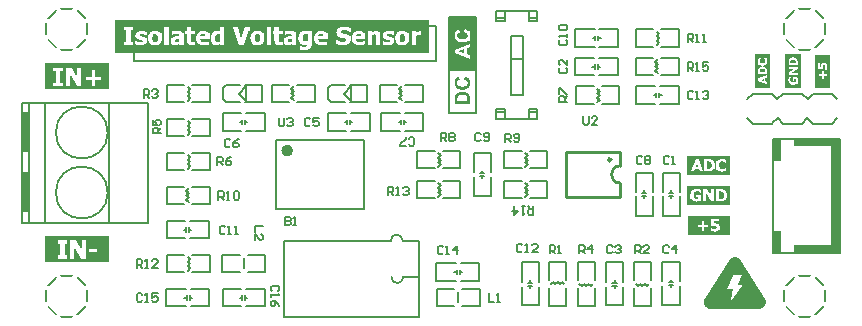
<source format=gto>
G04*
G04 #@! TF.GenerationSoftware,Altium Limited,Altium Designer,21.6.1 (37)*
G04*
G04 Layer_Color=3128826*
%FSTAX24Y24*%
%MOIN*%
G70*
G04*
G04 #@! TF.SameCoordinates,7AD6CBE7-45AD-4871-8827-9D585CE600FE*
G04*
G04*
G04 #@! TF.FilePolarity,Positive*
G04*
G01*
G75*
%ADD10C,0.0100*%
%ADD11C,0.0197*%
%ADD12C,0.0079*%
%ADD13C,0.0059*%
%ADD14C,0.0050*%
%ADD15C,0.0071*%
%ADD16R,0.1536X0.0276*%
%ADD17R,0.0276X0.0748*%
%ADD18R,0.0276X0.3750*%
%ADD19R,0.1536X0.0276*%
%ADD20R,0.0276X0.0748*%
%ADD21R,0.0228X0.1339*%
G36*
X0613Y026011D02*
Y026022D01*
X061308Y026043D01*
X061324Y026058D01*
X061345Y026067D01*
X061356D01*
X061367D01*
X061387Y026058D01*
X061403Y026043D01*
X061411Y026022D01*
Y026011D01*
Y026D01*
X061403Y02598D01*
X061387Y025964D01*
X061367Y025955D01*
X061356D01*
X061345D01*
X061324Y025964D01*
X061308Y02598D01*
X0613Y026D01*
Y026011D01*
D01*
D02*
G37*
G36*
X064835Y021849D02*
Y02185D01*
X064836D01*
Y021854D01*
X064838D01*
Y021856D01*
X06484D01*
Y021859D01*
X064842D01*
Y021861D01*
X064844D01*
Y021865D01*
X064845D01*
Y021867D01*
X064847D01*
Y02187D01*
X064849D01*
Y021874D01*
X064851D01*
Y021876D01*
X064853D01*
Y021879D01*
X064854D01*
Y021881D01*
X064856D01*
Y021885D01*
X064858D01*
Y021888D01*
X06486D01*
Y02189D01*
X064862D01*
Y021893D01*
X064863D01*
Y021895D01*
X064865D01*
Y021899D01*
X064867D01*
Y021901D01*
X064869D01*
Y021904D01*
X064871D01*
Y021908D01*
X064872D01*
Y02191D01*
X064874D01*
Y021913D01*
X064876D01*
Y021915D01*
X064878D01*
Y021919D01*
X064879D01*
Y021922D01*
X064881D01*
Y021924D01*
X064883D01*
Y021928D01*
X064885D01*
Y021929D01*
X064887D01*
Y021933D01*
X064888D01*
Y021935D01*
X06489D01*
Y021938D01*
X064892D01*
Y021942D01*
X064894D01*
Y021944D01*
X064896D01*
Y021947D01*
X064897D01*
Y021949D01*
X064899D01*
Y021953D01*
X064901D01*
Y021954D01*
X064903D01*
Y021958D01*
X064905D01*
Y021962D01*
X064906D01*
Y021963D01*
X064908D01*
Y021967D01*
X06491D01*
Y021969D01*
X064912D01*
Y021972D01*
X064914D01*
Y021974D01*
X064915D01*
Y021978D01*
X064917D01*
Y021981D01*
X064919D01*
Y021983D01*
X064921D01*
Y021987D01*
X064922D01*
Y021988D01*
X064924D01*
Y021992D01*
X064926D01*
Y021996D01*
X064928D01*
Y021997D01*
X06493D01*
Y022001D01*
X064931D01*
Y022003D01*
X064933D01*
Y022006D01*
X064935D01*
Y022008D01*
X064937D01*
Y022012D01*
X064939D01*
Y022015D01*
X06494D01*
Y022017D01*
X064942D01*
Y022021D01*
X064944D01*
Y022022D01*
X064946D01*
Y022026D01*
X064948D01*
Y02203D01*
X064949D01*
Y022031D01*
X064951D01*
Y022035D01*
X064953D01*
Y022037D01*
X064955D01*
Y02204D01*
X064957D01*
Y022042D01*
X064958D01*
Y022046D01*
X06496D01*
Y022049D01*
X064962D01*
Y022051D01*
X064964D01*
Y022055D01*
X064965D01*
Y022057D01*
X064967D01*
Y02206D01*
X064969D01*
Y022064D01*
X064971D01*
Y022065D01*
X064973D01*
Y022069D01*
X064974D01*
Y022071D01*
X064976D01*
Y022074D01*
X064978D01*
Y022076D01*
X06498D01*
Y02208D01*
X064982D01*
Y022083D01*
X064983D01*
Y022085D01*
X064985D01*
Y022089D01*
X064987D01*
Y022091D01*
X064989D01*
Y022094D01*
X064991D01*
Y022096D01*
X064992D01*
Y0221D01*
X064994D01*
Y022103D01*
X064996D01*
Y022105D01*
X064998D01*
Y022108D01*
X065D01*
Y02211D01*
X065001D01*
Y022112D01*
X065003D01*
Y022116D01*
X065005D01*
Y022119D01*
X065007D01*
Y022123D01*
X065008D01*
Y022125D01*
X06501D01*
Y022126D01*
X065012D01*
Y02213D01*
X065014D01*
Y022132D01*
X065016D01*
Y022137D01*
X065017D01*
Y022139D01*
X065019D01*
Y022141D01*
X065021D01*
Y022144D01*
X065023D01*
Y022146D01*
X065025D01*
Y02215D01*
X065026D01*
Y022151D01*
X065028D01*
Y022157D01*
X06503D01*
Y022159D01*
X065032D01*
Y02216D01*
X065034D01*
Y022164D01*
X065035D01*
Y022166D01*
X065037D01*
Y022169D01*
X065039D01*
Y022173D01*
X065041D01*
Y022175D01*
X065043D01*
Y022178D01*
X065044D01*
Y02218D01*
X065046D01*
Y022184D01*
X065048D01*
Y022185D01*
X06505D01*
Y022189D01*
X065051D01*
Y022193D01*
X065053D01*
Y022194D01*
X065055D01*
Y022198D01*
X065057D01*
Y0222D01*
X065059D01*
Y022203D01*
X06506D01*
Y022207D01*
X065062D01*
Y022209D01*
X065064D01*
Y022212D01*
X065066D01*
Y022214D01*
X065068D01*
Y022218D01*
X065069D01*
Y02222D01*
X065071D01*
Y022223D01*
X065073D01*
Y022227D01*
X065075D01*
Y022229D01*
X065077D01*
Y022232D01*
X065078D01*
Y022234D01*
X06508D01*
Y022237D01*
X065082D01*
Y022239D01*
X065084D01*
Y022243D01*
X065086D01*
Y022246D01*
X065087D01*
Y022248D01*
X065089D01*
Y022252D01*
X065091D01*
Y022254D01*
X065093D01*
Y022257D01*
X065094D01*
Y022259D01*
X065096D01*
Y022263D01*
X065098D01*
Y022266D01*
X0651D01*
Y022268D01*
X065102D01*
Y022271D01*
X065103D01*
Y022273D01*
X065105D01*
Y022277D01*
X065107D01*
Y02228D01*
X065109D01*
Y022282D01*
X065111D01*
Y022286D01*
X065112D01*
Y022288D01*
X065114D01*
Y022291D01*
X065116D01*
Y022293D01*
X065118D01*
Y022297D01*
X06512D01*
Y0223D01*
X065121D01*
Y022302D01*
X065123D01*
Y022306D01*
X065125D01*
Y022307D01*
X065127D01*
Y022311D01*
X065128D01*
Y022315D01*
X06513D01*
Y022316D01*
X065132D01*
Y02232D01*
X065134D01*
Y022322D01*
X065136D01*
Y022325D01*
X065137D01*
Y022327D01*
X065139D01*
Y022331D01*
X065141D01*
Y022334D01*
X065143D01*
Y022336D01*
X065145D01*
Y02234D01*
X065146D01*
Y022341D01*
X065148D01*
Y022345D01*
X06515D01*
Y022347D01*
X065152D01*
Y02235D01*
X065154D01*
Y022354D01*
X065155D01*
Y022356D01*
X065157D01*
Y022359D01*
X065159D01*
Y022361D01*
X065161D01*
Y022365D01*
X065163D01*
Y022368D01*
X065164D01*
Y02237D01*
X065166D01*
Y022374D01*
X065168D01*
Y022375D01*
X06517D01*
Y022379D01*
X065171D01*
Y022381D01*
X065173D01*
Y022384D01*
X065175D01*
Y022388D01*
X065177D01*
Y02239D01*
X065179D01*
Y022393D01*
X06518D01*
Y022395D01*
X065182D01*
Y022399D01*
X065184D01*
Y0224D01*
X065186D01*
Y022404D01*
X065188D01*
Y022408D01*
X065189D01*
Y022409D01*
X065191D01*
Y022413D01*
X065193D01*
Y022415D01*
X065195D01*
Y022418D01*
X065197D01*
Y022422D01*
X065198D01*
Y022424D01*
X0652D01*
Y022427D01*
X065202D01*
Y022429D01*
X065204D01*
Y022433D01*
X065206D01*
Y022435D01*
X065207D01*
Y022438D01*
X065209D01*
Y022442D01*
X065211D01*
Y022443D01*
X065213D01*
Y022447D01*
X065214D01*
Y022449D01*
X065216D01*
Y022452D01*
X065218D01*
Y022454D01*
X06522D01*
Y022458D01*
X065222D01*
Y022461D01*
X065223D01*
Y022463D01*
X065225D01*
Y022467D01*
X065227D01*
Y022469D01*
X065229D01*
Y02247D01*
X065231D01*
Y022476D01*
X065232D01*
Y022478D01*
X065234D01*
Y022481D01*
X065236D01*
Y022483D01*
X065238D01*
Y022485D01*
X06524D01*
Y022488D01*
X065241D01*
Y02249D01*
X065243D01*
Y022495D01*
X065245D01*
Y022497D01*
X065247D01*
Y022499D01*
X065249D01*
Y022503D01*
X06525D01*
Y022504D01*
X065252D01*
Y022508D01*
X065254D01*
Y022512D01*
X065256D01*
Y022513D01*
X065257D01*
Y022517D01*
X065259D01*
Y022519D01*
X065261D01*
Y022522D01*
X065263D01*
Y022524D01*
X065265D01*
Y022528D01*
X065266D01*
Y022531D01*
X065268D01*
Y022533D01*
X06527D01*
Y022537D01*
X065272D01*
Y022538D01*
X065274D01*
Y022542D01*
X065275D01*
Y022544D01*
X065277D01*
Y022547D01*
X065279D01*
Y022551D01*
X065281D01*
Y022553D01*
X065283D01*
Y022556D01*
X065284D01*
Y022558D01*
X065286D01*
Y022562D01*
X065288D01*
Y022565D01*
X06529D01*
Y022567D01*
X065292D01*
Y022571D01*
X065293D01*
Y022572D01*
X065295D01*
Y022576D01*
X065297D01*
Y022578D01*
X065299D01*
Y022581D01*
X0653D01*
Y022585D01*
X065302D01*
Y022587D01*
X065304D01*
Y02259D01*
X065306D01*
Y022592D01*
X065308D01*
Y022596D01*
X065309D01*
Y022598D01*
X065311D01*
Y022601D01*
X065313D01*
Y022605D01*
X065315D01*
Y022607D01*
X065317D01*
Y02261D01*
X065318D01*
Y022612D01*
X06532D01*
Y022615D01*
X065322D01*
Y022619D01*
X065324D01*
Y022621D01*
X065326D01*
Y022624D01*
X065327D01*
Y022626D01*
X065329D01*
Y02263D01*
X065331D01*
Y022632D01*
X065333D01*
Y022635D01*
X065335D01*
Y022639D01*
X065336D01*
Y022641D01*
X065338D01*
Y022644D01*
X06534D01*
Y022646D01*
X065342D01*
Y02265D01*
X065343D01*
Y022651D01*
X065345D01*
Y022655D01*
X065347D01*
Y022657D01*
X065349D01*
Y022658D01*
X065351D01*
Y022662D01*
X065352D01*
Y022664D01*
X065354D01*
Y022666D01*
X065356D01*
Y022669D01*
X065358D01*
Y022671D01*
X06536D01*
Y022673D01*
X065361D01*
Y022675D01*
X065363D01*
Y022676D01*
X065365D01*
Y022678D01*
X065367D01*
Y02268D01*
X065369D01*
Y022682D01*
X06537D01*
Y022684D01*
X065372D01*
Y022685D01*
X065374D01*
Y022687D01*
X065376D01*
Y022689D01*
X065378D01*
Y022691D01*
X065379D01*
Y022693D01*
X065383D01*
Y022694D01*
X065385D01*
Y022696D01*
X065386D01*
Y022698D01*
X065388D01*
Y0227D01*
X06539D01*
Y022701D01*
X065394D01*
Y022703D01*
X065395D01*
Y022705D01*
X065399D01*
Y022707D01*
X065401D01*
Y022709D01*
X065403D01*
Y02271D01*
X065406D01*
Y022712D01*
X065408D01*
Y022714D01*
X065412D01*
Y022716D01*
X065415D01*
Y022718D01*
X065419D01*
Y022719D01*
X065422D01*
Y022721D01*
X065424D01*
Y022723D01*
X065429D01*
Y022725D01*
X065431D01*
Y022727D01*
X065437D01*
Y022728D01*
X06544D01*
Y02273D01*
X065446D01*
Y022732D01*
X065451D01*
Y022734D01*
X065455D01*
Y022736D01*
X065464D01*
Y022737D01*
X065467D01*
Y022739D01*
X065478D01*
Y022741D01*
X065485D01*
Y022743D01*
X065496D01*
Y022744D01*
X06555D01*
Y022743D01*
X06556D01*
Y022741D01*
X065567D01*
Y022739D01*
X065578D01*
Y022737D01*
X065582D01*
Y022736D01*
X065591D01*
Y022734D01*
X065594D01*
Y022732D01*
X0656D01*
Y02273D01*
X065605D01*
Y022728D01*
X065609D01*
Y022727D01*
X065614D01*
Y022725D01*
X065616D01*
Y022723D01*
X065621D01*
Y022721D01*
X065625D01*
Y022719D01*
X065627D01*
Y022718D01*
X06563D01*
Y022716D01*
X065634D01*
Y022714D01*
X065637D01*
Y022712D01*
X065639D01*
Y02271D01*
X065643D01*
Y022709D01*
X065644D01*
Y022707D01*
X065648D01*
Y022705D01*
X06565D01*
Y022703D01*
X065652D01*
Y022701D01*
X065655D01*
Y0227D01*
X065657D01*
Y022698D01*
X065659D01*
Y022696D01*
X065662D01*
Y022694D01*
X065664D01*
Y022693D01*
X065666D01*
Y022691D01*
X065668D01*
Y022689D01*
X06567D01*
Y022687D01*
X065671D01*
Y022685D01*
X065673D01*
Y022684D01*
X065675D01*
Y022682D01*
X065677D01*
Y02268D01*
X065679D01*
Y022678D01*
X06568D01*
Y022676D01*
X065682D01*
Y022675D01*
X065684D01*
Y022673D01*
X065686D01*
Y022671D01*
X065687D01*
Y022669D01*
X065689D01*
Y022666D01*
X065691D01*
Y022664D01*
X065693D01*
Y022662D01*
X065695D01*
Y02266D01*
X065696D01*
Y022658D01*
X065698D01*
Y022655D01*
X0657D01*
Y022653D01*
X065702D01*
Y02265D01*
X065704D01*
Y022646D01*
X065705D01*
Y022644D01*
X065707D01*
Y022641D01*
X065709D01*
Y022639D01*
X065711D01*
Y022635D01*
X065713D01*
Y022633D01*
X065714D01*
Y022632D01*
X065716D01*
Y022626D01*
X065718D01*
Y022624D01*
X06572D01*
Y022621D01*
X065722D01*
Y022619D01*
X065723D01*
Y022617D01*
X065725D01*
Y022614D01*
X065727D01*
Y02261D01*
X065729D01*
Y022607D01*
X06573D01*
Y022605D01*
X065732D01*
Y022603D01*
X065734D01*
Y022599D01*
X065736D01*
Y022598D01*
X065738D01*
Y022594D01*
X065739D01*
Y02259D01*
X065741D01*
Y022587D01*
X065743D01*
Y022585D01*
X065745D01*
Y022583D01*
X065747D01*
Y02258D01*
X065748D01*
Y022576D01*
X06575D01*
Y022572D01*
X065752D01*
Y022571D01*
X065754D01*
Y022569D01*
X065756D01*
Y022565D01*
X065757D01*
Y022564D01*
X065759D01*
Y02256D01*
X065761D01*
Y022556D01*
X065763D01*
Y022555D01*
X065764D01*
Y022551D01*
X065766D01*
Y022549D01*
X065768D01*
Y022546D01*
X06577D01*
Y022544D01*
X065772D01*
Y02254D01*
X065773D01*
Y022537D01*
X065775D01*
Y022535D01*
X065777D01*
Y022531D01*
X065779D01*
Y022529D01*
X065781D01*
Y022526D01*
X065782D01*
Y022524D01*
X065784D01*
Y022521D01*
X065786D01*
Y022517D01*
X065788D01*
Y022515D01*
X06579D01*
Y022512D01*
X065791D01*
Y02251D01*
X065793D01*
Y022506D01*
X065795D01*
Y022503D01*
X065797D01*
Y022501D01*
X065799D01*
Y022497D01*
X0658D01*
Y022495D01*
X065802D01*
Y022492D01*
X065804D01*
Y02249D01*
X065806D01*
Y022486D01*
X065807D01*
Y022483D01*
X065809D01*
Y022481D01*
X065811D01*
Y022478D01*
X065813D01*
Y022476D01*
X065815D01*
Y022472D01*
X065816D01*
Y022469D01*
X065818D01*
Y022467D01*
X06582D01*
Y022463D01*
X065822D01*
Y022461D01*
X065824D01*
Y022458D01*
X065825D01*
Y022456D01*
X065827D01*
Y022452D01*
X065829D01*
Y022449D01*
X065831D01*
Y022447D01*
X065833D01*
Y022443D01*
X065834D01*
Y022442D01*
X065836D01*
Y022438D01*
X065838D01*
Y022436D01*
X06584D01*
Y022433D01*
X065842D01*
Y022429D01*
X065843D01*
Y022427D01*
X065845D01*
Y022424D01*
X065847D01*
Y022422D01*
X065849D01*
Y022418D01*
X06585D01*
Y022415D01*
X065852D01*
Y022413D01*
X065854D01*
Y022409D01*
X065856D01*
Y022408D01*
X065858D01*
Y022404D01*
X065859D01*
Y022402D01*
X065861D01*
Y022399D01*
X065863D01*
Y022395D01*
X065865D01*
Y022393D01*
X065867D01*
Y02239D01*
X065868D01*
Y022388D01*
X06587D01*
Y022384D01*
X065872D01*
Y022383D01*
X065874D01*
Y022379D01*
X065876D01*
Y022375D01*
X065877D01*
Y022374D01*
X065879D01*
Y02237D01*
X065881D01*
Y022368D01*
X065883D01*
Y022365D01*
X065885D01*
Y022361D01*
X065886D01*
Y022359D01*
X065888D01*
Y022356D01*
X06589D01*
Y022354D01*
X065892D01*
Y02235D01*
X065893D01*
Y022349D01*
X065895D01*
Y022345D01*
X065897D01*
Y022341D01*
X065899D01*
Y02234D01*
X065901D01*
Y022336D01*
X065902D01*
Y022334D01*
X065904D01*
Y022331D01*
X065906D01*
Y022329D01*
X065908D01*
Y022325D01*
X06591D01*
Y022322D01*
X065911D01*
Y02232D01*
X065913D01*
Y022316D01*
X065915D01*
Y022315D01*
X065917D01*
Y022311D01*
X065919D01*
Y022307D01*
X06592D01*
Y022306D01*
X065922D01*
Y022302D01*
X065924D01*
Y0223D01*
X065926D01*
Y022297D01*
X065928D01*
Y022295D01*
X065929D01*
Y022291D01*
X065931D01*
Y022288D01*
X065933D01*
Y022286D01*
X065935D01*
Y022282D01*
X065936D01*
Y02228D01*
X065938D01*
Y022277D01*
X06594D01*
Y022273D01*
X065942D01*
Y022271D01*
X065944D01*
Y022268D01*
X065945D01*
Y022266D01*
X065947D01*
Y022263D01*
X065949D01*
Y022261D01*
X065951D01*
Y022257D01*
X065953D01*
Y022254D01*
X065954D01*
Y022252D01*
X065956D01*
Y022248D01*
X065958D01*
Y022246D01*
X06596D01*
Y022245D01*
X065962D01*
Y022241D01*
X065963D01*
Y022237D01*
X065965D01*
Y022234D01*
X065967D01*
Y022232D01*
X065969D01*
Y02223D01*
X065971D01*
Y022227D01*
X065972D01*
Y022225D01*
X065974D01*
Y022221D01*
X065976D01*
Y022218D01*
X065978D01*
Y022214D01*
X065979D01*
Y022212D01*
X065981D01*
Y022211D01*
X065983D01*
Y022207D01*
X065985D01*
Y022205D01*
X065987D01*
Y0222D01*
X065988D01*
Y022198D01*
X06599D01*
Y022196D01*
X065992D01*
Y022193D01*
X065994D01*
Y022191D01*
X065996D01*
Y022187D01*
X065997D01*
Y022185D01*
X065999D01*
Y022182D01*
X066001D01*
Y022178D01*
X066003D01*
Y022177D01*
X066005D01*
Y022173D01*
X066006D01*
Y022171D01*
X066008D01*
Y022168D01*
X06601D01*
Y022164D01*
X066012D01*
Y022162D01*
X066014D01*
Y022159D01*
X066015D01*
Y022157D01*
X066017D01*
Y022153D01*
X066019D01*
Y022151D01*
X066021D01*
Y022148D01*
X066022D01*
Y022144D01*
X066024D01*
Y022143D01*
X066026D01*
Y022139D01*
X066028D01*
Y022137D01*
X06603D01*
Y022134D01*
X066031D01*
Y02213D01*
X066033D01*
Y022128D01*
X066035D01*
Y022125D01*
X066037D01*
Y022123D01*
X066039D01*
Y022119D01*
X06604D01*
Y022117D01*
X066042D01*
Y022114D01*
X066044D01*
Y02211D01*
X066046D01*
Y022108D01*
X066048D01*
Y022105D01*
X066049D01*
Y022103D01*
X066051D01*
Y0221D01*
X066053D01*
Y022098D01*
X066055D01*
Y022094D01*
X066057D01*
Y022091D01*
X066058D01*
Y022089D01*
X06606D01*
Y022085D01*
X066062D01*
Y022083D01*
X066064D01*
Y02208D01*
X066065D01*
Y022076D01*
X066067D01*
Y022074D01*
X066069D01*
Y022071D01*
X066071D01*
Y022069D01*
X066073D01*
Y022065D01*
X066074D01*
Y022064D01*
X066076D01*
Y02206D01*
X066078D01*
Y022057D01*
X06608D01*
Y022055D01*
X066082D01*
Y022051D01*
X066083D01*
Y022049D01*
X066085D01*
Y022046D01*
X066087D01*
Y022044D01*
X066089D01*
Y02204D01*
X066091D01*
Y022037D01*
X066092D01*
Y022035D01*
X066094D01*
Y022031D01*
X066096D01*
Y02203D01*
X066098D01*
Y022026D01*
X0661D01*
Y022022D01*
X066101D01*
Y022021D01*
X066103D01*
Y022017D01*
X066105D01*
Y022015D01*
X066107D01*
Y022012D01*
X066108D01*
Y02201D01*
X06611D01*
Y022006D01*
X066112D01*
Y022003D01*
X066114D01*
Y022001D01*
X066116D01*
Y021997D01*
X066117D01*
Y021996D01*
X066119D01*
Y021992D01*
X066121D01*
Y021988D01*
X066123D01*
Y021987D01*
X066125D01*
Y021983D01*
X066126D01*
Y021981D01*
X066128D01*
Y021978D01*
X06613D01*
Y021976D01*
X066132D01*
Y021972D01*
X066134D01*
Y021969D01*
X066135D01*
Y021967D01*
X066137D01*
Y021963D01*
X066139D01*
Y021962D01*
X066141D01*
Y021958D01*
X066143D01*
Y021956D01*
X066144D01*
Y021953D01*
X066146D01*
Y021949D01*
X066148D01*
Y021947D01*
X06615D01*
Y021944D01*
X066151D01*
Y021942D01*
X066153D01*
Y021938D01*
X066155D01*
Y021935D01*
X066157D01*
Y021933D01*
X066159D01*
Y021929D01*
X06616D01*
Y021928D01*
X066162D01*
Y021924D01*
X066164D01*
Y021922D01*
X066166D01*
Y021919D01*
X066168D01*
Y021915D01*
X066169D01*
Y021913D01*
X066171D01*
Y02191D01*
X066173D01*
Y021908D01*
X066175D01*
Y021904D01*
X066177D01*
Y021902D01*
X066178D01*
Y021899D01*
X06618D01*
Y021895D01*
X066182D01*
Y021893D01*
X066184D01*
Y02189D01*
X066185D01*
Y021888D01*
X066187D01*
Y021885D01*
X066189D01*
Y021881D01*
X066191D01*
Y021879D01*
X066193D01*
Y021876D01*
X066194D01*
Y021874D01*
X066196D01*
Y02187D01*
X066198D01*
Y021868D01*
X0662D01*
Y021867D01*
X066202D01*
Y021861D01*
X066203D01*
Y021859D01*
X066205D01*
Y021856D01*
X066207D01*
Y021854D01*
X066209D01*
Y021852D01*
X066211D01*
Y021849D01*
X066212D01*
Y021845D01*
X066214D01*
Y021842D01*
X066216D01*
Y02184D01*
X066218D01*
Y021838D01*
X06622D01*
Y021834D01*
X066221D01*
Y021833D01*
X066223D01*
Y021827D01*
X066225D01*
Y021825D01*
X066227D01*
Y021824D01*
X066228D01*
Y02182D01*
X06623D01*
Y021818D01*
X066232D01*
Y021815D01*
X066234D01*
Y021811D01*
X066236D01*
Y021807D01*
X066237D01*
Y021806D01*
X066239D01*
Y021804D01*
X066241D01*
Y0218D01*
X066243D01*
Y021799D01*
X066245D01*
Y021795D01*
X066246D01*
Y021791D01*
X066248D01*
Y02179D01*
X06625D01*
Y021786D01*
X066252D01*
Y021784D01*
X066254D01*
Y021781D01*
X066255D01*
Y021779D01*
X066257D01*
Y021775D01*
X066259D01*
Y021772D01*
X066261D01*
Y02177D01*
X066263D01*
Y021766D01*
X066264D01*
Y021765D01*
X066266D01*
Y021761D01*
X066268D01*
Y021759D01*
X06627D01*
Y021756D01*
X066272D01*
Y021752D01*
X066273D01*
Y02175D01*
X066275D01*
Y021747D01*
X066277D01*
Y021745D01*
X066279D01*
Y021741D01*
X06628D01*
Y021738D01*
X066282D01*
Y021736D01*
X066284D01*
Y021732D01*
X066286D01*
Y02173D01*
X066288D01*
Y021727D01*
X066289D01*
Y021725D01*
X066291D01*
Y021721D01*
X066293D01*
Y021718D01*
X066295D01*
Y021716D01*
X066297D01*
Y021713D01*
X066298D01*
Y021711D01*
X0663D01*
Y021707D01*
X066302D01*
Y021705D01*
X066304D01*
Y021702D01*
X066306D01*
Y021698D01*
X066307D01*
Y021696D01*
X066309D01*
Y021693D01*
X066311D01*
Y021691D01*
X066313D01*
Y021687D01*
X066314D01*
Y021684D01*
X066316D01*
Y021682D01*
X066318D01*
Y021679D01*
X06632D01*
Y021677D01*
X066322D01*
Y021673D01*
X066323D01*
Y021671D01*
X066325D01*
Y021668D01*
X066327D01*
Y021664D01*
X066329D01*
Y021662D01*
X066331D01*
Y021659D01*
X066332D01*
Y021657D01*
X066334D01*
Y021653D01*
X066336D01*
Y02165D01*
X066338D01*
Y021648D01*
X06634D01*
Y021644D01*
X066341D01*
Y021643D01*
X066343D01*
Y021639D01*
X066345D01*
Y021637D01*
X066347D01*
Y021634D01*
X066349D01*
Y02163D01*
X06635D01*
Y021628D01*
X066352D01*
Y021625D01*
X066354D01*
Y021623D01*
X066356D01*
Y021619D01*
X066357D01*
Y021618D01*
X066359D01*
Y021614D01*
X066361D01*
Y02161D01*
X066363D01*
Y021609D01*
X066365D01*
Y021605D01*
X066366D01*
Y021603D01*
X066368D01*
Y0216D01*
X06637D01*
Y021596D01*
X066372D01*
Y021594D01*
X066374D01*
Y021591D01*
X066375D01*
Y021589D01*
X066377D01*
Y021585D01*
X066379D01*
Y021584D01*
X066381D01*
Y02158D01*
X066383D01*
Y021576D01*
X066384D01*
Y021575D01*
X066386D01*
Y021571D01*
X066388D01*
Y021569D01*
X06639D01*
Y021566D01*
X066392D01*
Y021564D01*
X066393D01*
Y02156D01*
X066395D01*
Y021557D01*
X066397D01*
Y021555D01*
X066399D01*
Y021551D01*
X0664D01*
Y02155D01*
X066402D01*
Y021546D01*
X066404D01*
Y021542D01*
X066406D01*
Y021541D01*
X066408D01*
Y021537D01*
X066409D01*
Y021535D01*
X066411D01*
Y021532D01*
X066413D01*
Y02153D01*
X066415D01*
Y021526D01*
X066417D01*
Y021523D01*
X066418D01*
Y021521D01*
X06642D01*
Y021517D01*
X066422D01*
Y021515D01*
X066424D01*
Y021512D01*
X066426D01*
Y02151D01*
X066427D01*
Y021507D01*
X066429D01*
Y021503D01*
X066431D01*
Y021501D01*
X066433D01*
Y021498D01*
X066435D01*
Y021496D01*
X066436D01*
Y021492D01*
X066438D01*
Y021489D01*
X06644D01*
Y021487D01*
X066442D01*
Y021483D01*
X066443D01*
Y021481D01*
X066445D01*
Y02148D01*
X066447D01*
Y021476D01*
X066449D01*
Y021472D01*
X066451D01*
Y021469D01*
X066452D01*
Y021467D01*
X066454D01*
Y021464D01*
X066456D01*
Y021462D01*
X066458D01*
Y02146D01*
X06646D01*
Y021456D01*
X066461D01*
Y021453D01*
X066463D01*
Y021449D01*
X066465D01*
Y021447D01*
X066467D01*
Y021446D01*
X066469D01*
Y021442D01*
X06647D01*
Y02144D01*
X066472D01*
Y021437D01*
X066474D01*
Y021433D01*
X066476D01*
Y021431D01*
X066478D01*
Y021428D01*
X066479D01*
Y021426D01*
X066481D01*
Y021422D01*
X066483D01*
Y021421D01*
X066485D01*
Y021417D01*
X066486D01*
Y021413D01*
X066488D01*
Y021412D01*
X06649D01*
Y021408D01*
X066492D01*
Y021406D01*
X066494D01*
Y021403D01*
X066495D01*
Y021399D01*
X066497D01*
Y021397D01*
X066499D01*
Y021394D01*
X066501D01*
Y021392D01*
X066503D01*
Y021388D01*
X066504D01*
Y021386D01*
X066506D01*
Y021383D01*
X066508D01*
Y021379D01*
X06651D01*
Y021378D01*
X066512D01*
Y021374D01*
X066513D01*
Y021372D01*
X066515D01*
Y021369D01*
X066517D01*
Y021365D01*
X066519D01*
Y021363D01*
X066521D01*
Y02136D01*
X066522D01*
Y021358D01*
X066524D01*
Y021354D01*
X066526D01*
Y021352D01*
X066528D01*
Y021347D01*
X066529D01*
Y021345D01*
X066531D01*
Y021342D01*
X066533D01*
Y021338D01*
X066535D01*
Y021335D01*
X066537D01*
Y021329D01*
X066538D01*
Y021327D01*
X06654D01*
Y021322D01*
X066542D01*
Y021317D01*
X066544D01*
Y021313D01*
X066546D01*
Y021306D01*
X066547D01*
Y021302D01*
X066549D01*
Y021293D01*
X066551D01*
Y021286D01*
X066553D01*
Y021279D01*
X066555D01*
Y021259D01*
X066556D01*
Y021225D01*
X066555D01*
Y021207D01*
X066553D01*
Y021198D01*
X066551D01*
Y021193D01*
X066549D01*
Y021184D01*
X066547D01*
Y021179D01*
X066546D01*
Y021172D01*
X066544D01*
Y021168D01*
X066542D01*
Y021163D01*
X06654D01*
Y021159D01*
X066538D01*
Y021155D01*
X066537D01*
Y02115D01*
X066535D01*
Y021146D01*
X066533D01*
Y021143D01*
X066531D01*
Y021139D01*
X066529D01*
Y021137D01*
X066528D01*
Y021132D01*
X066526D01*
Y02113D01*
X066524D01*
Y021127D01*
X066522D01*
Y021125D01*
X066521D01*
Y021121D01*
X066519D01*
Y02112D01*
X066517D01*
Y021116D01*
X066515D01*
Y021114D01*
X066513D01*
Y021112D01*
X066512D01*
Y021109D01*
X06651D01*
Y021107D01*
X066508D01*
Y021105D01*
X066506D01*
Y021102D01*
X066504D01*
Y0211D01*
X066503D01*
Y021098D01*
X066501D01*
Y021096D01*
X066499D01*
Y021094D01*
X066497D01*
Y021093D01*
X066495D01*
Y021091D01*
X066494D01*
Y021089D01*
X066492D01*
Y021087D01*
X06649D01*
Y021086D01*
X066488D01*
Y021084D01*
X066486D01*
Y021082D01*
X066485D01*
Y02108D01*
X066483D01*
Y021078D01*
X066481D01*
Y021077D01*
X066479D01*
Y021075D01*
X066478D01*
Y021073D01*
X066474D01*
Y021071D01*
X066472D01*
Y021069D01*
X06647D01*
Y021068D01*
X066467D01*
Y021066D01*
X066465D01*
Y021064D01*
X066463D01*
Y021062D01*
X06646D01*
Y02106D01*
X066458D01*
Y021059D01*
X066454D01*
Y021057D01*
X066452D01*
Y021055D01*
X066449D01*
Y021053D01*
X066447D01*
Y021051D01*
X066442D01*
Y02105D01*
X06644D01*
Y021048D01*
X066436D01*
Y021046D01*
X066431D01*
Y021044D01*
X066429D01*
Y021043D01*
X066424D01*
Y021041D01*
X06642D01*
Y021039D01*
X066415D01*
Y021037D01*
X066409D01*
Y021035D01*
X066406D01*
Y021034D01*
X066397D01*
Y021032D01*
X066393D01*
Y02103D01*
X066383D01*
Y021028D01*
X066375D01*
Y021026D01*
X066363D01*
Y021025D01*
X064682D01*
Y021026D01*
X06467D01*
Y021028D01*
X064661D01*
Y02103D01*
X064652D01*
Y021032D01*
X064647D01*
Y021034D01*
X064639D01*
Y021035D01*
X064636D01*
Y021037D01*
X06463D01*
Y021039D01*
X064625D01*
Y021041D01*
X064622D01*
Y021043D01*
X064616D01*
Y021044D01*
X064614D01*
Y021046D01*
X064609D01*
Y021048D01*
X064605D01*
Y02105D01*
X064604D01*
Y021051D01*
X0646D01*
Y021053D01*
X064596D01*
Y021055D01*
X064593D01*
Y021057D01*
X064591D01*
Y021059D01*
X064587D01*
Y02106D01*
X064586D01*
Y021062D01*
X064584D01*
Y021064D01*
X064578D01*
Y021066D01*
X064577D01*
Y021068D01*
X064575D01*
Y021069D01*
X064573D01*
Y021071D01*
X064571D01*
Y021073D01*
X064568D01*
Y021075D01*
X064566D01*
Y021077D01*
X064564D01*
Y021078D01*
X064562D01*
Y02108D01*
X064561D01*
Y021082D01*
X064559D01*
Y021084D01*
X064557D01*
Y021086D01*
X064555D01*
Y021087D01*
X064553D01*
Y021089D01*
X064552D01*
Y021091D01*
X06455D01*
Y021093D01*
X064548D01*
Y021094D01*
X064546D01*
Y021096D01*
X064544D01*
Y021098D01*
X064543D01*
Y0211D01*
X064541D01*
Y021102D01*
X064539D01*
Y021105D01*
X064537D01*
Y021107D01*
X064535D01*
Y021109D01*
X064534D01*
Y021111D01*
X064532D01*
Y021114D01*
X06453D01*
Y021116D01*
X064528D01*
Y02112D01*
X064527D01*
Y021121D01*
X064525D01*
Y021125D01*
X064523D01*
Y021127D01*
X064521D01*
Y02113D01*
X064519D01*
Y021132D01*
X064518D01*
Y021137D01*
X064516D01*
Y021139D01*
X064514D01*
Y021143D01*
X064512D01*
Y021146D01*
X06451D01*
Y02115D01*
X064509D01*
Y021155D01*
X064507D01*
Y021157D01*
X064505D01*
Y021163D01*
X064503D01*
Y021168D01*
X064501D01*
Y021172D01*
X0645D01*
Y021179D01*
X064498D01*
Y021182D01*
X064496D01*
Y021193D01*
X064494D01*
Y021198D01*
X064493D01*
Y021207D01*
X064491D01*
Y021223D01*
X064489D01*
Y021261D01*
X064491D01*
Y021279D01*
X064493D01*
Y021288D01*
X064494D01*
Y021293D01*
X064496D01*
Y021302D01*
X064498D01*
Y021306D01*
X0645D01*
Y021313D01*
X064501D01*
Y021317D01*
X064503D01*
Y021322D01*
X064505D01*
Y021327D01*
X064507D01*
Y021329D01*
X064509D01*
Y021335D01*
X06451D01*
Y021338D01*
X064512D01*
Y021342D01*
X064514D01*
Y021345D01*
X064516D01*
Y021347D01*
X064518D01*
Y021352D01*
X064519D01*
Y021354D01*
X064521D01*
Y021358D01*
X064523D01*
Y02136D01*
X064525D01*
Y021363D01*
X064527D01*
Y021365D01*
X064528D01*
Y021369D01*
X06453D01*
Y021372D01*
X064532D01*
Y021374D01*
X064534D01*
Y021378D01*
X064535D01*
Y021379D01*
X064537D01*
Y021383D01*
X064539D01*
Y021385D01*
X064541D01*
Y021388D01*
X064543D01*
Y021392D01*
X064544D01*
Y021394D01*
X064546D01*
Y021397D01*
X064548D01*
Y021399D01*
X06455D01*
Y021403D01*
X064552D01*
Y021406D01*
X064553D01*
Y021408D01*
X064555D01*
Y021412D01*
X064557D01*
Y021413D01*
X064559D01*
Y021417D01*
X064561D01*
Y021419D01*
X064562D01*
Y021422D01*
X064564D01*
Y021426D01*
X064566D01*
Y021428D01*
X064568D01*
Y021431D01*
X06457D01*
Y021433D01*
X064571D01*
Y021435D01*
X064573D01*
Y02144D01*
X064575D01*
Y021442D01*
X064577D01*
Y021446D01*
X064578D01*
Y021447D01*
X06458D01*
Y021449D01*
X064582D01*
Y021453D01*
X064584D01*
Y021455D01*
X064586D01*
Y021458D01*
X064587D01*
Y021462D01*
X064589D01*
Y021464D01*
X064591D01*
Y021467D01*
X064593D01*
Y021469D01*
X064595D01*
Y021472D01*
X064596D01*
Y021476D01*
X064598D01*
Y021478D01*
X0646D01*
Y021481D01*
X064602D01*
Y021483D01*
X064604D01*
Y021487D01*
X064605D01*
Y021489D01*
X064607D01*
Y021492D01*
X064609D01*
Y021496D01*
X064611D01*
Y021498D01*
X064613D01*
Y021501D01*
X064614D01*
Y021503D01*
X064616D01*
Y021507D01*
X064618D01*
Y021508D01*
X06462D01*
Y021512D01*
X064622D01*
Y021515D01*
X064623D01*
Y021517D01*
X064625D01*
Y021521D01*
X064627D01*
Y021523D01*
X064629D01*
Y021526D01*
X06463D01*
Y021528D01*
X064632D01*
Y021532D01*
X064634D01*
Y021535D01*
X064636D01*
Y021537D01*
X064638D01*
Y021541D01*
X064639D01*
Y021542D01*
X064641D01*
Y021546D01*
X064643D01*
Y02155D01*
X064645D01*
Y021551D01*
X064647D01*
Y021555D01*
X064648D01*
Y021557D01*
X06465D01*
Y02156D01*
X064652D01*
Y021562D01*
X064654D01*
Y021566D01*
X064656D01*
Y021569D01*
X064657D01*
Y021571D01*
X064659D01*
Y021575D01*
X064661D01*
Y021576D01*
X064663D01*
Y02158D01*
X064664D01*
Y021584D01*
X064666D01*
Y021585D01*
X064668D01*
Y021589D01*
X06467D01*
Y021591D01*
X064672D01*
Y021594D01*
X064673D01*
Y021596D01*
X064675D01*
Y0216D01*
X064677D01*
Y021603D01*
X064679D01*
Y021605D01*
X064681D01*
Y021609D01*
X064682D01*
Y02161D01*
X064684D01*
Y021614D01*
X064686D01*
Y021618D01*
X064688D01*
Y021619D01*
X06469D01*
Y021623D01*
X064691D01*
Y021625D01*
X064693D01*
Y021628D01*
X064695D01*
Y02163D01*
X064697D01*
Y021634D01*
X064699D01*
Y021637D01*
X0647D01*
Y021639D01*
X064702D01*
Y021643D01*
X064704D01*
Y021644D01*
X064706D01*
Y021648D01*
X064707D01*
Y02165D01*
X064709D01*
Y021653D01*
X064711D01*
Y021657D01*
X064713D01*
Y021659D01*
X064715D01*
Y021662D01*
X064716D01*
Y021664D01*
X064718D01*
Y021668D01*
X06472D01*
Y02167D01*
X064722D01*
Y021673D01*
X064724D01*
Y021677D01*
X064725D01*
Y021679D01*
X064727D01*
Y021682D01*
X064729D01*
Y021684D01*
X064731D01*
Y021687D01*
X064733D01*
Y021691D01*
X064734D01*
Y021693D01*
X064736D01*
Y021696D01*
X064738D01*
Y021698D01*
X06474D01*
Y021702D01*
X064742D01*
Y021704D01*
X064743D01*
Y021707D01*
X064745D01*
Y021711D01*
X064747D01*
Y021713D01*
X064749D01*
Y021716D01*
X06475D01*
Y021718D01*
X064752D01*
Y021721D01*
X064754D01*
Y021725D01*
X064756D01*
Y021727D01*
X064758D01*
Y02173D01*
X064759D01*
Y021732D01*
X064761D01*
Y021736D01*
X064763D01*
Y021738D01*
X064765D01*
Y021739D01*
X064767D01*
Y021745D01*
X064768D01*
Y021747D01*
X06477D01*
Y02175D01*
X064772D01*
Y021752D01*
X064774D01*
Y021756D01*
X064776D01*
Y021757D01*
X064777D01*
Y021761D01*
X064779D01*
Y021765D01*
X064781D01*
Y021766D01*
X064783D01*
Y02177D01*
X064785D01*
Y021772D01*
X064786D01*
Y021773D01*
X064788D01*
Y021779D01*
X06479D01*
Y021781D01*
X064792D01*
Y021784D01*
X064793D01*
Y021786D01*
X064795D01*
Y021788D01*
X064797D01*
Y021791D01*
X064799D01*
Y021793D01*
X064801D01*
Y021799D01*
X064802D01*
Y0218D01*
X064804D01*
Y021802D01*
X064806D01*
Y021806D01*
X064808D01*
Y021807D01*
X06481D01*
Y021811D01*
X064811D01*
Y021815D01*
X064813D01*
Y021816D01*
X064815D01*
Y02182D01*
X064817D01*
Y021822D01*
X064819D01*
Y021825D01*
X06482D01*
Y021827D01*
X064822D01*
Y021831D01*
X064824D01*
Y021834D01*
X064826D01*
Y021836D01*
X064828D01*
Y02184D01*
X064829D01*
Y021842D01*
X064831D01*
Y021845D01*
X064833D01*
Y021847D01*
X064835D01*
Y021849D01*
D02*
G37*
G36*
X06772Y028393D02*
X067207D01*
Y029507D01*
X06772D01*
Y028393D01*
D02*
G37*
G36*
X044664Y0226D02*
X042536D01*
Y023452D01*
X044664D01*
Y0226D01*
D02*
G37*
G36*
X0667Y028385D02*
X066188D01*
Y029515D01*
X0667D01*
Y028385D01*
D02*
G37*
G36*
X065362Y025119D02*
Y0245D01*
X063938D01*
Y025119D01*
X065362D01*
D02*
G37*
G36*
X055332Y02955D02*
X044868D01*
Y03065D01*
X055332D01*
Y02955D01*
D02*
G37*
G36*
X06535Y0235D02*
X06395D01*
Y024112D01*
X06535D01*
Y0235D01*
D02*
G37*
G36*
X0569Y028964D02*
X056D01*
Y030736D01*
X0569D01*
Y028964D01*
D02*
G37*
G36*
X0687Y0284D02*
X068193D01*
Y0295D01*
X0687D01*
Y0284D01*
D02*
G37*
G36*
X044664Y02835D02*
X042536D01*
Y029202D01*
X044664D01*
Y02835D01*
D02*
G37*
G36*
X065363Y0255D02*
X063937D01*
Y026118D01*
X065363D01*
Y0255D01*
D02*
G37*
G36*
X05654Y028764D02*
X056545Y028763D01*
X056551Y02876D01*
X056557Y028757D01*
X056565Y028755D01*
X056574Y028751D01*
X056583Y028747D01*
X056603Y028736D01*
X056623Y028723D01*
X056643Y028707D01*
X056652Y028698D01*
X05666Y028689D01*
X056661Y028688D01*
X056661Y028687D01*
X056664Y028684D01*
X056666Y028679D01*
X056669Y028674D01*
X056672Y028668D01*
X056676Y02866D01*
X05668Y028652D01*
X056684Y028643D01*
X056688Y028633D01*
X056691Y028622D01*
X056693Y02861D01*
X056696Y028598D01*
X056699Y028584D01*
X056699Y02857D01*
X0567Y028555D01*
Y02855D01*
X056699Y028545D01*
X056699Y028538D01*
X056698Y02853D01*
X056696Y02852D01*
X056694Y028509D01*
X056691Y028496D01*
X056688Y028484D01*
X056683Y028471D01*
X056677Y028457D01*
X056671Y028443D01*
X056664Y028429D01*
X056654Y028416D01*
X056644Y028402D01*
X056631Y02839D01*
X056631Y028389D01*
X056629Y028387D01*
X056624Y028384D01*
X056619Y02838D01*
X056612Y028375D01*
X056604Y02837D01*
X056594Y028364D01*
X056582Y028358D01*
X05657Y028352D01*
X056556Y028346D01*
X05654Y02834D01*
X056523Y028336D01*
X056505Y028332D01*
X056486Y028329D01*
X056465Y028327D01*
X056443Y028326D01*
X056443D01*
X056442D01*
X056438D01*
X056431Y028327D01*
X056422D01*
X056412Y028328D01*
X0564Y02833D01*
X056387Y028331D01*
X056371Y028334D01*
X056356Y028338D01*
X05634Y028342D01*
X056324Y028347D01*
X056307Y028354D01*
X056291Y028361D01*
X056276Y02837D01*
X056261Y028379D01*
X056247Y028391D01*
X056247Y028391D01*
X056244Y028394D01*
X056241Y028397D01*
X056236Y028402D01*
X056231Y028409D01*
X056225Y028417D01*
X056219Y028426D01*
X056212Y028437D01*
X056206Y028448D01*
X056199Y028461D01*
X056193Y028475D01*
X056188Y02849D01*
X056184Y028507D01*
X05618Y028523D01*
X056178Y028542D01*
X056177Y028561D01*
Y02857D01*
X056178Y028577D01*
X056179Y028585D01*
X05618Y028593D01*
X056182Y028604D01*
X056184Y028615D01*
X056187Y028626D01*
X05619Y028639D01*
X056195Y028651D01*
X056201Y028664D01*
X056206Y028677D01*
X056214Y028688D01*
X056223Y028701D01*
X056232Y028712D01*
Y028712D01*
X056233Y028713D01*
X056236Y028715D01*
X056238Y028717D01*
X056241Y02872D01*
X056246Y028723D01*
X056256Y028731D01*
X056269Y028739D01*
X056285Y028748D01*
X056303Y028756D01*
X056325Y028763D01*
X056349Y028663D01*
X056348D01*
X056347Y028662D01*
X056345D01*
X056342Y02866D01*
X056336Y028658D01*
X056327Y028655D01*
X056317Y02865D01*
X056306Y028643D01*
X056296Y028634D01*
X056287Y028625D01*
X056287Y028623D01*
X056284Y02862D01*
X05628Y028614D01*
X056276Y028606D01*
X056271Y028596D01*
X056268Y028584D01*
X056265Y028571D01*
X056264Y028556D01*
Y028551D01*
X056265Y028547D01*
X056266Y028542D01*
X056266Y028537D01*
X056269Y028524D01*
X056274Y02851D01*
X056282Y028494D01*
X056286Y028486D01*
X056291Y028479D01*
X056298Y028472D01*
X056305Y028465D01*
X056306D01*
X056307Y028464D01*
X056309Y028462D01*
X056313Y02846D01*
X056317Y028457D01*
X056322Y028454D01*
X056329Y028451D01*
X056336Y028448D01*
X056345Y028445D01*
X056354Y028442D01*
X056365Y028439D01*
X056377Y028436D01*
X05639Y028434D01*
X056404Y028432D01*
X056419Y028432D01*
X056436Y028431D01*
X056437D01*
X05644D01*
X056446D01*
X056451Y028432D01*
X056459D01*
X056469Y028433D01*
X056478Y028434D01*
X056489Y028435D01*
X056512Y02844D01*
X056535Y028445D01*
X056545Y028449D01*
X056556Y028454D01*
X056565Y028459D01*
X056573Y028465D01*
X056574Y028466D01*
X056575Y028467D01*
X056577Y028469D01*
X05658Y028472D01*
X056586Y028479D01*
X056593Y028489D01*
X056601Y028502D01*
X056607Y028517D01*
X056612Y028534D01*
X056613Y028544D01*
X056613Y028554D01*
Y028558D01*
X056613Y028561D01*
X056612Y028569D01*
X05661Y028578D01*
X056607Y028588D01*
X056602Y0286D01*
X056596Y028612D01*
X056588Y028623D01*
X056586Y028625D01*
X056583Y028628D01*
X056577Y028634D01*
X056568Y028639D01*
X056556Y028647D01*
X056543Y028653D01*
X056526Y02866D01*
X056506Y028666D01*
X056537Y028765D01*
X056537D01*
X05654Y028764D01*
D02*
G37*
G36*
X05646Y028257D02*
X056466D01*
X056473Y028256D01*
X056481Y028255D01*
X056498Y028254D01*
X056516Y028251D01*
X056534Y028246D01*
X056551Y028241D01*
X056552D01*
X056553Y028241D01*
X056556Y028239D01*
X056561Y028238D01*
X056565Y028236D01*
X05657Y028233D01*
X056583Y028227D01*
X056597Y02822D01*
X056613Y028211D01*
X056627Y0282D01*
X056641Y028187D01*
X056642Y028186D01*
X056645Y028182D01*
X05665Y028176D01*
X056656Y028168D01*
X056662Y028158D01*
X056669Y028147D01*
X056675Y028132D01*
X056681Y028116D01*
Y028115D01*
X056682Y028114D01*
Y028112D01*
X056683Y02811D01*
X056684Y028102D01*
X056686Y028092D01*
X056688Y028079D01*
X05669Y028064D01*
X056691Y028046D01*
X056691Y028026D01*
Y027835D01*
X056187D01*
Y028036D01*
X056188Y028042D01*
X056188Y028056D01*
X056189Y028071D01*
X056191Y028087D01*
X056193Y028103D01*
X056197Y028117D01*
Y028117D01*
X056198Y028119D01*
X056198Y028121D01*
X056199Y028124D01*
X056203Y028133D01*
X056208Y028143D01*
X056214Y028155D01*
X056223Y028168D01*
X056232Y02818D01*
X056244Y028192D01*
Y028193D01*
X056245Y028194D01*
X056249Y028198D01*
X056257Y028203D01*
X056266Y02821D01*
X056278Y028218D01*
X056292Y028226D01*
X056308Y028234D01*
X056325Y028241D01*
X056326D01*
X056327Y028241D01*
X05633Y028242D01*
X056334Y028244D01*
X056338Y028244D01*
X056344Y028246D01*
X056351Y028247D01*
X056358Y028249D01*
X056366Y028251D01*
X056376Y028252D01*
X056385Y028254D01*
X056396Y028254D01*
X056419Y028257D01*
X056444Y028257D01*
X056445D01*
X056447D01*
X05645D01*
X056454D01*
X05646Y028257D01*
D02*
G37*
%LPC*%
G36*
X065618Y021591D02*
X065619D01*
Y021593D01*
X065621D01*
Y021596D01*
X065623D01*
Y021598D01*
X065625D01*
Y0216D01*
X065627D01*
Y021603D01*
X065628D01*
Y021605D01*
X06563D01*
Y021609D01*
X065632D01*
Y02161D01*
X065634D01*
Y021612D01*
X065635D01*
Y021616D01*
X065637D01*
Y021618D01*
X065639D01*
Y021621D01*
X065641D01*
Y021623D01*
X065643D01*
Y021625D01*
X065644D01*
Y021627D01*
X065646D01*
Y02163D01*
X065648D01*
Y021632D01*
X06565D01*
Y021634D01*
X065652D01*
Y021637D01*
X065653D01*
Y021639D01*
X065655D01*
Y021643D01*
X065657D01*
Y021644D01*
X065659D01*
Y021646D01*
X065661D01*
Y02165D01*
X065662D01*
Y021652D01*
X065664D01*
Y021655D01*
X065666D01*
Y021657D01*
X065668D01*
Y021659D01*
X06567D01*
Y021661D01*
X065671D01*
Y021664D01*
X065673D01*
Y021666D01*
X065675D01*
Y021668D01*
X065677D01*
Y021671D01*
X065679D01*
Y021673D01*
X06568D01*
Y021675D01*
X065682D01*
Y021679D01*
X065684D01*
Y02168D01*
X065686D01*
Y021684D01*
X065687D01*
Y021686D01*
X065689D01*
Y021687D01*
X065691D01*
Y021691D01*
X065693D01*
Y021693D01*
X065695D01*
Y021696D01*
X065696D01*
Y021698D01*
X065698D01*
Y0217D01*
X0657D01*
Y021704D01*
X065702D01*
Y021705D01*
X065704D01*
Y021707D01*
X065705D01*
Y021709D01*
X065707D01*
Y021713D01*
X065709D01*
Y021714D01*
X065711D01*
Y021718D01*
X065713D01*
Y02172D01*
X065714D01*
Y021721D01*
X065716D01*
Y021725D01*
X065718D01*
Y021727D01*
X06572D01*
Y021729D01*
X065722D01*
Y021732D01*
X065723D01*
Y021734D01*
X065725D01*
Y021738D01*
X065727D01*
Y021739D01*
X065729D01*
Y021741D01*
X06573D01*
Y021743D01*
X065732D01*
Y021747D01*
X065734D01*
Y021748D01*
X065736D01*
Y021752D01*
X065738D01*
Y021754D01*
X065739D01*
Y021756D01*
X065741D01*
Y021759D01*
X065743D01*
Y021761D01*
X065745D01*
Y021763D01*
X065747D01*
Y021766D01*
X065748D01*
Y021768D01*
X06575D01*
Y021772D01*
X065752D01*
Y021773D01*
X065754D01*
Y021775D01*
X065756D01*
Y021779D01*
X065757D01*
Y021781D01*
X065759D01*
Y021784D01*
X065761D01*
Y021786D01*
X065763D01*
Y021788D01*
X065764D01*
Y02179D01*
X065766D01*
Y021793D01*
X065768D01*
Y021795D01*
X06577D01*
Y021797D01*
X065772D01*
Y0218D01*
X065773D01*
Y021802D01*
X065775D01*
Y021806D01*
X065777D01*
Y021807D01*
X065779D01*
Y021809D01*
X065781D01*
Y021813D01*
X065782D01*
Y021815D01*
X065784D01*
Y021818D01*
X065786D01*
Y02182D01*
X065788D01*
Y021822D01*
X06579D01*
Y021824D01*
X065791D01*
Y021825D01*
X065793D01*
Y021827D01*
X065791D01*
Y021829D01*
X065618D01*
Y021834D01*
X065619D01*
Y021838D01*
X065621D01*
Y021843D01*
X065623D01*
Y021845D01*
X065625D01*
Y02185D01*
X065627D01*
Y021854D01*
X065628D01*
Y021858D01*
X06563D01*
Y021863D01*
X065632D01*
Y021865D01*
X065634D01*
Y02187D01*
X065635D01*
Y021874D01*
X065637D01*
Y021877D01*
X065639D01*
Y021883D01*
X065641D01*
Y021885D01*
X065643D01*
Y02189D01*
X065644D01*
Y021893D01*
X065646D01*
Y021897D01*
X065648D01*
Y021902D01*
X06565D01*
Y021904D01*
X065652D01*
Y02191D01*
X065653D01*
Y021913D01*
X065655D01*
Y021917D01*
X065657D01*
Y02192D01*
X065659D01*
Y021924D01*
X065661D01*
Y021929D01*
X065662D01*
Y021933D01*
X065664D01*
Y021938D01*
X065666D01*
Y02194D01*
X065668D01*
Y021945D01*
X06567D01*
Y021949D01*
X065671D01*
Y021953D01*
X065673D01*
Y021958D01*
X065675D01*
Y02196D01*
X065677D01*
Y021965D01*
X065679D01*
Y021969D01*
X06568D01*
Y021972D01*
X065682D01*
Y021978D01*
X065684D01*
Y021979D01*
X065686D01*
Y021985D01*
X065687D01*
Y021988D01*
X065689D01*
Y021992D01*
X065691D01*
Y021997D01*
X065693D01*
Y021999D01*
X065695D01*
Y022005D01*
X065696D01*
Y022008D01*
X065698D01*
Y022012D01*
X0657D01*
Y022015D01*
X065702D01*
Y022019D01*
X065704D01*
Y022024D01*
X065705D01*
Y022028D01*
X065707D01*
Y022033D01*
X065709D01*
Y022035D01*
X065711D01*
Y02204D01*
X065713D01*
Y022044D01*
X065714D01*
Y022048D01*
X065716D01*
Y022053D01*
X065718D01*
Y022055D01*
X06572D01*
Y02206D01*
X065722D01*
Y022064D01*
X065723D01*
Y022067D01*
X065725D01*
Y022073D01*
X065727D01*
Y022074D01*
X065729D01*
Y02208D01*
X06573D01*
Y022083D01*
X065732D01*
Y022087D01*
X065734D01*
Y022092D01*
X065736D01*
Y022094D01*
X065738D01*
Y0221D01*
X065739D01*
Y022103D01*
X065741D01*
Y022107D01*
X065743D01*
Y02211D01*
X065745D01*
Y022114D01*
X065747D01*
Y022119D01*
X065748D01*
Y022123D01*
X06575D01*
Y022128D01*
X065752D01*
Y02213D01*
X065754D01*
Y022135D01*
X065756D01*
Y022139D01*
X065757D01*
Y022143D01*
X065756D01*
Y022144D01*
X065476D01*
Y022143D01*
X065474D01*
Y022141D01*
X065472D01*
Y022137D01*
X065471D01*
Y022132D01*
X065469D01*
Y02213D01*
X065467D01*
Y022125D01*
X065465D01*
Y022123D01*
X065464D01*
Y022117D01*
X065462D01*
Y022114D01*
X06546D01*
Y022112D01*
X065458D01*
Y022107D01*
X065456D01*
Y022103D01*
X065455D01*
Y0221D01*
X065453D01*
Y022096D01*
X065451D01*
Y022092D01*
X065449D01*
Y022087D01*
X065447D01*
Y022085D01*
X065446D01*
Y02208D01*
X065444D01*
Y022076D01*
X065442D01*
Y022073D01*
X06544D01*
Y022069D01*
X065438D01*
Y022065D01*
X065437D01*
Y02206D01*
X065435D01*
Y022058D01*
X065433D01*
Y022053D01*
X065431D01*
Y022049D01*
X065429D01*
Y022048D01*
X065428D01*
Y022042D01*
X065426D01*
Y02204D01*
X065424D01*
Y022035D01*
X065422D01*
Y022031D01*
X065421D01*
Y022028D01*
X065419D01*
Y022024D01*
X065417D01*
Y022021D01*
X065415D01*
Y022015D01*
X065413D01*
Y022014D01*
X065412D01*
Y022008D01*
X06541D01*
Y022005D01*
X065408D01*
Y022001D01*
X065406D01*
Y021997D01*
X065404D01*
Y021994D01*
X065403D01*
Y021988D01*
X065401D01*
Y021987D01*
X065399D01*
Y021983D01*
X065397D01*
Y021978D01*
X065395D01*
Y021976D01*
X065394D01*
Y021971D01*
X065392D01*
Y021967D01*
X06539D01*
Y021963D01*
X065388D01*
Y02196D01*
X065386D01*
Y021956D01*
X065385D01*
Y021951D01*
X065383D01*
Y021949D01*
X065381D01*
Y021944D01*
X065379D01*
Y021942D01*
X065378D01*
Y021936D01*
X065376D01*
Y021933D01*
X065374D01*
Y021929D01*
X065372D01*
Y021926D01*
X06537D01*
Y021922D01*
X065369D01*
Y021917D01*
X065367D01*
Y021915D01*
X065365D01*
Y021911D01*
X065363D01*
Y021906D01*
X065361D01*
Y021904D01*
X06536D01*
Y021899D01*
X065358D01*
Y021895D01*
X065356D01*
Y021892D01*
X065354D01*
Y021888D01*
X065352D01*
Y021885D01*
X065351D01*
Y021879D01*
X065349D01*
Y021877D01*
X065347D01*
Y021872D01*
X065345D01*
Y021868D01*
X065343D01*
Y021865D01*
X065342D01*
Y021861D01*
X06534D01*
Y021858D01*
X065338D01*
Y021854D01*
X065336D01*
Y02185D01*
X065335D01*
Y021847D01*
X065333D01*
Y021842D01*
X065331D01*
Y02184D01*
X065329D01*
Y021834D01*
X065327D01*
Y021833D01*
X065326D01*
Y021827D01*
X065324D01*
Y021824D01*
X065322D01*
Y02182D01*
X06532D01*
Y021815D01*
X065318D01*
Y021813D01*
X065317D01*
Y021807D01*
X065315D01*
Y021806D01*
X065313D01*
Y0218D01*
X065311D01*
Y021797D01*
X065309D01*
Y021795D01*
X065308D01*
Y02179D01*
X065306D01*
Y021786D01*
X065304D01*
Y021782D01*
X065302D01*
Y021779D01*
X0653D01*
Y021775D01*
X065299D01*
Y02177D01*
X065297D01*
Y021768D01*
X065295D01*
Y021763D01*
X065293D01*
Y021759D01*
X065292D01*
Y021756D01*
X06529D01*
Y021752D01*
X065288D01*
Y021748D01*
X065286D01*
Y021743D01*
X065284D01*
Y021741D01*
X065283D01*
Y021736D01*
X065281D01*
Y021732D01*
X065279D01*
Y02173D01*
X065277D01*
Y021725D01*
X065275D01*
Y021723D01*
X065274D01*
Y021718D01*
X065272D01*
Y021714D01*
X06527D01*
Y021711D01*
X065268D01*
Y021707D01*
X065266D01*
Y021704D01*
X065265D01*
Y021698D01*
X065263D01*
Y021696D01*
X065261D01*
Y021691D01*
X065259D01*
Y021687D01*
X065257D01*
Y021684D01*
X065256D01*
Y02168D01*
X065254D01*
Y021679D01*
X065252D01*
Y021675D01*
X065254D01*
Y021673D01*
X065449D01*
Y021657D01*
X065447D01*
Y02165D01*
X065446D01*
Y021635D01*
X065444D01*
Y021628D01*
X065442D01*
Y021618D01*
X06544D01*
Y021605D01*
X065438D01*
Y021598D01*
X065437D01*
Y021584D01*
X065435D01*
Y021576D01*
X065433D01*
Y021564D01*
X065431D01*
Y021553D01*
X065429D01*
Y021546D01*
X065428D01*
Y021532D01*
X065426D01*
Y021524D01*
X065424D01*
Y02151D01*
X065422D01*
Y021503D01*
X065421D01*
Y021492D01*
X065419D01*
Y02148D01*
X065417D01*
Y021472D01*
X065415D01*
Y021458D01*
X065413D01*
Y021451D01*
X065412D01*
Y021438D01*
X06541D01*
Y021428D01*
X065408D01*
Y021419D01*
X065406D01*
Y021406D01*
X065404D01*
Y021399D01*
X065403D01*
Y021385D01*
X065401D01*
Y021376D01*
X065399D01*
Y021365D01*
X065397D01*
Y021354D01*
X065395D01*
Y021347D01*
X065394D01*
Y021333D01*
X065392D01*
Y021326D01*
X06539D01*
Y021311D01*
X065388D01*
Y021302D01*
X065386D01*
Y021293D01*
X065385D01*
Y021281D01*
X065383D01*
Y021274D01*
X065385D01*
Y021275D01*
X065386D01*
Y021277D01*
X065388D01*
Y021279D01*
X06539D01*
Y021283D01*
X065392D01*
Y021284D01*
X065394D01*
Y021286D01*
X065395D01*
Y021288D01*
X065397D01*
Y021292D01*
X065399D01*
Y021293D01*
X065401D01*
Y021295D01*
X065403D01*
Y021299D01*
X065404D01*
Y0213D01*
X065406D01*
Y021304D01*
X065408D01*
Y021306D01*
X06541D01*
Y021308D01*
X065412D01*
Y021311D01*
X065413D01*
Y021313D01*
X065415D01*
Y021317D01*
X065417D01*
Y021318D01*
X065419D01*
Y02132D01*
X065421D01*
Y021324D01*
X065422D01*
Y021326D01*
X065424D01*
Y021327D01*
X065426D01*
Y021329D01*
X065428D01*
Y021333D01*
X065429D01*
Y021335D01*
X065431D01*
Y021338D01*
X065433D01*
Y02134D01*
X065435D01*
Y021342D01*
X065437D01*
Y021345D01*
X065438D01*
Y021347D01*
X06544D01*
Y021349D01*
X065442D01*
Y021352D01*
X065444D01*
Y021354D01*
X065446D01*
Y021358D01*
X065447D01*
Y02136D01*
X065449D01*
Y021361D01*
X065451D01*
Y021365D01*
X065453D01*
Y021367D01*
X065455D01*
Y021369D01*
X065456D01*
Y02137D01*
X065458D01*
Y021374D01*
X06546D01*
Y021376D01*
X065462D01*
Y021379D01*
X065464D01*
Y021381D01*
X065465D01*
Y021383D01*
X065467D01*
Y021386D01*
X065469D01*
Y021388D01*
X065471D01*
Y021392D01*
X065472D01*
Y021394D01*
X065474D01*
Y021395D01*
X065476D01*
Y021399D01*
X065478D01*
Y021401D01*
X06548D01*
Y021403D01*
X065481D01*
Y021406D01*
X065483D01*
Y021408D01*
X065485D01*
Y021412D01*
X065487D01*
Y021413D01*
X065489D01*
Y021415D01*
X06549D01*
Y021417D01*
X065492D01*
Y021421D01*
X065494D01*
Y021422D01*
X065496D01*
Y021426D01*
X065498D01*
Y021428D01*
X065499D01*
Y021429D01*
X065501D01*
Y021433D01*
X065503D01*
Y021435D01*
X065505D01*
Y021437D01*
X065507D01*
Y02144D01*
X065508D01*
Y021442D01*
X06551D01*
Y021446D01*
X065512D01*
Y021447D01*
X065514D01*
Y021449D01*
X065515D01*
Y021451D01*
X065517D01*
Y021455D01*
X065519D01*
Y021456D01*
X065521D01*
Y021458D01*
X065523D01*
Y021462D01*
X065524D01*
Y021464D01*
X065526D01*
Y021467D01*
X065528D01*
Y021469D01*
X06553D01*
Y021471D01*
X065532D01*
Y021474D01*
X065533D01*
Y021476D01*
X065535D01*
Y02148D01*
X065537D01*
Y021481D01*
X065539D01*
Y021483D01*
X065541D01*
Y021487D01*
X065542D01*
Y021489D01*
X065544D01*
Y02149D01*
X065546D01*
Y021494D01*
X065548D01*
Y021496D01*
X06555D01*
Y021498D01*
X065551D01*
Y021501D01*
X065553D01*
Y021503D01*
X065555D01*
Y021505D01*
X065557D01*
Y021508D01*
X065558D01*
Y02151D01*
X06556D01*
Y021512D01*
X065562D01*
Y021515D01*
X065564D01*
Y021517D01*
X065566D01*
Y021521D01*
X065567D01*
Y021523D01*
X065569D01*
Y021524D01*
X065571D01*
Y021528D01*
X065573D01*
Y02153D01*
X065575D01*
Y021532D01*
X065576D01*
Y021533D01*
X065578D01*
Y021537D01*
X06558D01*
Y021541D01*
X065582D01*
Y021542D01*
X065584D01*
Y021544D01*
X065585D01*
Y021546D01*
X065587D01*
Y02155D01*
X065589D01*
Y021551D01*
X065591D01*
Y021555D01*
X065593D01*
Y021557D01*
X065594D01*
Y021558D01*
X065596D01*
Y021562D01*
X065598D01*
Y021564D01*
X0656D01*
Y021566D01*
X065601D01*
Y021569D01*
X065603D01*
Y021571D01*
X065605D01*
Y021575D01*
X065607D01*
Y021576D01*
X065609D01*
Y021578D01*
X06561D01*
Y02158D01*
X065612D01*
Y021584D01*
X065614D01*
Y021585D01*
X065616D01*
Y021589D01*
X065618D01*
Y021591D01*
D02*
G37*
G36*
X067468Y029407D02*
X067464D01*
X067448Y029406D01*
X067433Y029404D01*
X06742Y029401D01*
X067415Y0294D01*
X067409Y029398D01*
X067405Y029396D01*
X067401Y029395D01*
X067397Y029393D01*
X067394Y029392D01*
X067391Y029391D01*
X067389Y02939D01*
X067389Y029389D01*
X067388D01*
X067377Y029382D01*
X067366Y029375D01*
X067358Y029367D01*
X06735Y02936D01*
X067345Y029353D01*
X06734Y029348D01*
X067339Y029345D01*
X067338Y029344D01*
X067337Y029343D01*
Y029342D01*
X067331Y029333D01*
X067327Y029324D01*
X067323Y029315D01*
X067321Y029307D01*
X067319Y0293D01*
X067318Y029298D01*
X067318Y029295D01*
X067317Y029293D01*
X067317Y029292D01*
Y02929D01*
X067316Y02928D01*
X067315Y029269D01*
X067314Y029259D01*
X067313Y029251D01*
X067313Y029243D01*
Y029243D01*
Y029138D01*
X067614D01*
Y029243D01*
X067613Y029254D01*
X067612Y029264D01*
X067611Y029273D01*
X067611Y02928D01*
X06761Y029283D01*
X06761Y029286D01*
Y029287D01*
X067609Y029289D01*
Y02929D01*
X067608Y0293D01*
X067605Y02931D01*
X067602Y029319D01*
X067598Y029326D01*
X067595Y029333D01*
X067592Y029337D01*
X067591Y029339D01*
X06759Y029341D01*
X06759Y029341D01*
Y029342D01*
X067583Y029352D01*
X067574Y029361D01*
X067566Y029369D01*
X067558Y029375D01*
X06755Y029381D01*
X067547Y029383D01*
X067545Y029385D01*
X067542Y029386D01*
X067541Y029387D01*
X06754Y029388D01*
X067539D01*
X067526Y029394D01*
X067513Y029399D01*
X067501Y029402D01*
X067489Y029404D01*
X067484Y029405D01*
X067479Y029406D01*
X067474Y029406D01*
X067471D01*
X067468Y029407D01*
D02*
G37*
G36*
X067614Y029077D02*
X067313D01*
Y029008D01*
X067485D01*
X067313Y028911D01*
Y028819D01*
X067614D01*
Y029077D01*
D02*
G37*
G36*
X067597Y028762D02*
X067449D01*
Y028631D01*
X067505D01*
Y028689D01*
X067565D01*
X067565Y028686D01*
Y02867D01*
X067565Y028661D01*
X067564Y028654D01*
X067563Y028646D01*
X067561Y028639D01*
X067559Y028633D01*
X067557Y028627D01*
X067555Y028621D01*
X067553Y028617D01*
X06755Y028613D01*
X067548Y028608D01*
X067546Y028605D01*
X067544Y028602D01*
X067542Y0286D01*
X067541Y028599D01*
X067541Y028598D01*
X06754Y028598D01*
X067535Y028593D01*
X067529Y028589D01*
X067523Y028586D01*
X067517Y028582D01*
X067511Y02858D01*
X067505Y028578D01*
X067492Y028575D01*
X067486Y028574D01*
X06748Y028573D01*
X067475Y028572D01*
X067471Y028572D01*
X067468Y028571D01*
X067465D01*
X067463D01*
X067462D01*
X067454Y028572D01*
X067445Y028572D01*
X067438Y028574D01*
X067432Y028575D01*
X067426Y028576D01*
X067423Y028577D01*
X06742Y028578D01*
X067419Y028578D01*
X067413Y028581D01*
X067407Y028584D01*
X067401Y028587D01*
X067397Y02859D01*
X067393Y028593D01*
X067391Y028595D01*
X067389Y028596D01*
X067389Y028597D01*
X067384Y028601D01*
X06738Y028607D01*
X067377Y028611D01*
X067375Y028616D01*
X067373Y028619D01*
X067371Y028622D01*
X067371Y028625D01*
X06737Y028625D01*
X067368Y028631D01*
X067366Y028637D01*
X067365Y028643D01*
X067365Y028649D01*
X067364Y028654D01*
X067364Y028657D01*
Y028667D01*
X067365Y028673D01*
X067365Y028678D01*
X067366Y028683D01*
X067367Y028686D01*
X067367Y028689D01*
X067368Y028692D01*
Y028692D01*
X06737Y028698D01*
X067372Y028702D01*
X067374Y028707D01*
X067376Y028711D01*
X067377Y028714D01*
X067378Y028716D01*
X067379Y028718D01*
X067379Y028718D01*
X067384Y028726D01*
X067388Y028732D01*
X06739Y028734D01*
X067391Y028736D01*
X067392Y028738D01*
X067393Y028738D01*
X067398Y028745D01*
X0674Y028747D01*
X067401Y02875D01*
X067402Y028752D01*
X067403Y028753D01*
X067404Y028753D01*
Y028761D01*
X067334D01*
X067329Y028752D01*
X067326Y028742D01*
X067322Y028734D01*
X06732Y028727D01*
X067317Y028721D01*
X067316Y028716D01*
X067316Y028714D01*
X067315Y028713D01*
X067315Y028712D01*
Y028712D01*
X067312Y028703D01*
X06731Y028692D01*
X067309Y028682D01*
X067308Y028672D01*
X067308Y028664D01*
X067307Y02866D01*
Y02867D01*
Y02865D01*
X067308Y028637D01*
X067309Y028625D01*
X067311Y028613D01*
X067314Y028601D01*
X067317Y028591D01*
X067321Y028582D01*
X067325Y028573D01*
X067328Y028565D01*
X067333Y028558D01*
X067337Y028552D01*
X06734Y028547D01*
X067343Y028543D01*
X067346Y02854D01*
X067348Y028537D01*
X06735Y028536D01*
X06735Y028535D01*
X067359Y028528D01*
X067367Y028521D01*
X067377Y028516D01*
X067386Y028511D01*
X067395Y028507D01*
X067405Y028503D01*
X067414Y028501D01*
X067423Y028498D01*
X067431Y028497D01*
X067439Y028496D01*
X067446Y028495D01*
X067452Y028494D01*
X067456D01*
X06746Y028493D01*
X067307D01*
X06762D01*
Y028558D01*
Y028493D01*
X067463D01*
X067477Y028494D01*
X06749Y028495D01*
X067502Y028497D01*
X067513Y0285D01*
X067523Y028503D01*
X067533Y028507D01*
X067541Y02851D01*
X067549Y028515D01*
X067556Y028518D01*
X067562Y028522D01*
X067567Y028526D01*
X067572Y028529D01*
X067575Y028532D01*
X067578Y028534D01*
X067579Y028535D01*
X067579Y028535D01*
X067586Y028544D01*
X067593Y028552D01*
X067598Y028561D01*
X067603Y028571D01*
X067607Y02858D01*
X06761Y028589D01*
X067613Y028599D01*
X067615Y028607D01*
X067617Y028616D01*
X067618Y028624D01*
X067619Y028631D01*
X06762Y028637D01*
Y028641D01*
X06762Y028645D01*
Y028558D01*
Y028645D01*
Y028648D01*
X06762Y02866D01*
X067619Y028671D01*
X067618Y028681D01*
X067616Y028691D01*
X067615Y028699D01*
X067614Y028702D01*
X067614Y028705D01*
X067613Y028707D01*
Y028709D01*
X067613Y02871D01*
Y02871D01*
X06761Y028722D01*
X067607Y028732D01*
X067604Y028741D01*
X067602Y028748D01*
X0676Y028754D01*
X067598Y028758D01*
X067597Y028761D01*
X067597Y028762D01*
D02*
G37*
%LPD*%
G36*
X067474Y029328D02*
X067483Y029327D01*
X067492Y029325D01*
X067499Y029324D01*
X067505Y029322D01*
X06751Y02932D01*
X067512Y029319D01*
X067513Y029319D01*
X067513D01*
X067521Y029315D01*
X067527Y02931D01*
X067532Y029306D01*
X067537Y029301D01*
X067541Y029297D01*
X067543Y029293D01*
X067545Y029291D01*
X067545Y02929D01*
X067548Y029284D01*
X067551Y029278D01*
X067553Y029273D01*
X067554Y029268D01*
X067555Y029263D01*
X067556Y02926D01*
X067556Y029258D01*
Y02925D01*
X067557Y029243D01*
Y029213D01*
X067369D01*
Y029231D01*
X067369Y029237D01*
Y029248D01*
X06737Y029251D01*
Y029254D01*
X06737Y029261D01*
X067371Y029267D01*
X067373Y029272D01*
X067375Y029277D01*
X067376Y029281D01*
X067377Y029284D01*
X067378Y029286D01*
X067379Y029287D01*
X067384Y029294D01*
X067389Y0293D01*
X067395Y029306D01*
X0674Y02931D01*
X067405Y029314D01*
X067408Y029316D01*
X067411Y029318D01*
X067412Y029318D01*
X067412D01*
X06742Y029322D01*
X067429Y029324D01*
X067438Y029326D01*
X067445Y029327D01*
X067452Y029328D01*
X067456D01*
X067458Y029329D01*
X06746D01*
X067462D01*
X067462D01*
X067463D01*
X067474Y029328D01*
D02*
G37*
G36*
X067614Y028888D02*
X067404D01*
X067614Y029004D01*
Y028888D01*
D02*
G37*
%LPC*%
G36*
X043884Y023302D02*
X043746D01*
Y022957D01*
X043553Y023302D01*
X043368D01*
Y0227D01*
X043506D01*
Y023119D01*
X043739Y0227D01*
X043884D01*
Y023302D01*
D02*
G37*
G36*
X044257Y023022D02*
X043988D01*
Y02291D01*
X044257D01*
Y023022D01*
D02*
G37*
G36*
X043268Y023302D02*
X042943D01*
Y023197D01*
X04303D01*
Y022805D01*
X042943D01*
Y0227D01*
X043268D01*
Y022805D01*
X043181D01*
Y023197D01*
X043268D01*
Y023302D01*
D02*
G37*
G36*
X0666Y02938D02*
X066288D01*
D01*
X066313D01*
X06631Y029374D01*
X066307Y029367D01*
X066306Y029364D01*
X066305Y029362D01*
X066304Y029361D01*
Y02936D01*
X066301Y029352D01*
X066299Y029348D01*
X066298Y029345D01*
X066297Y029342D01*
X066296Y02934D01*
X066296Y029339D01*
Y029338D01*
X066293Y029328D01*
X066292Y029323D01*
X066291Y029319D01*
X066291Y029315D01*
X06629Y029313D01*
X06629Y029311D01*
Y02931D01*
X066289Y029299D01*
X066288Y029294D01*
Y029289D01*
X066288Y029284D01*
Y029131D01*
Y029278D01*
X066288Y029266D01*
X06629Y029254D01*
X066291Y029243D01*
X066294Y029233D01*
X066297Y029223D01*
X066301Y029214D01*
X066305Y029206D01*
X066309Y029199D01*
X066313Y029193D01*
X066317Y029187D01*
X06632Y029182D01*
X066324Y029178D01*
X066326Y029175D01*
X066328Y029173D01*
X06633Y029171D01*
X06633Y029171D01*
X066339Y029164D01*
X066347Y029158D01*
X066357Y029152D01*
X066366Y029148D01*
X066375Y029144D01*
X066385Y029141D01*
X066394Y029138D01*
X066403Y029136D01*
X066411Y029134D01*
X066419Y029133D01*
X066426Y029132D01*
X066432Y029132D01*
X066437D01*
X066441Y029131D01*
X066444D01*
X066458Y029132D01*
X066471Y029133D01*
X066483Y029135D01*
X066494Y029137D01*
X066504Y02914D01*
X066514Y029144D01*
X066522Y029147D01*
X06653Y029151D01*
X066537Y029155D01*
X066543Y029158D01*
X066548Y029162D01*
X066552Y029165D01*
X066555Y029167D01*
X066557Y029169D01*
X066559Y02917D01*
X066559Y029171D01*
X066566Y029179D01*
X066573Y029187D01*
X066578Y029195D01*
X066583Y029205D01*
X066587Y029213D01*
X06659Y029222D01*
X066593Y029231D01*
X066595Y029239D01*
X066597Y029247D01*
X066598Y029254D01*
X066599Y029261D01*
X0666Y029267D01*
Y029272D01*
X0666Y029275D01*
Y029286D01*
X0666Y029292D01*
X066599Y029298D01*
X066599Y029303D01*
Y029307D01*
X066598Y029309D01*
X066598Y029311D01*
Y029312D01*
X066596Y029321D01*
X066595Y029326D01*
X066594Y02933D01*
X066593Y029333D01*
X066592Y029336D01*
X066592Y029338D01*
Y029339D01*
X066589Y029347D01*
X066588Y029351D01*
X066586Y029354D01*
X066585Y029357D01*
X066584Y029359D01*
X066583Y02936D01*
Y029361D01*
X06658Y029369D01*
X066578Y029372D01*
X066577Y029375D01*
X066576Y029377D01*
X066575Y029379D01*
X066575Y02938D01*
Y02938D01*
X0666D01*
D01*
D02*
G37*
G36*
X066594Y029104D02*
X066293D01*
D01*
X066444D01*
X066429Y029103D01*
X066414Y029102D01*
X066401Y029099D01*
X066395Y029097D01*
X06639Y029096D01*
X066385Y029094D01*
X066381Y029092D01*
X066377Y029091D01*
X066374Y02909D01*
X066372Y029089D01*
X06637Y029088D01*
X066369Y029087D01*
X066369D01*
X066357Y02908D01*
X066347Y029072D01*
X066338Y029065D01*
X066331Y029057D01*
X066325Y02905D01*
X06632Y029045D01*
X066319Y029043D01*
X066318Y029041D01*
X066317Y029041D01*
Y02904D01*
X066312Y029031D01*
X066308Y029022D01*
X066304Y029013D01*
X066302Y029005D01*
X0663Y028998D01*
X066299Y028995D01*
X066298Y028993D01*
X066298Y028991D01*
X066297Y028989D01*
Y028988D01*
X066296Y028977D01*
X066295Y028967D01*
X066294Y028957D01*
X066294Y028948D01*
X066293Y02894D01*
Y028835D01*
X066594D01*
Y028941D01*
X066594Y028952D01*
X066593Y028962D01*
X066592Y02897D01*
X066591Y028978D01*
X066591Y02898D01*
X06659Y028983D01*
Y028985D01*
X06659Y028986D01*
Y028988D01*
X066588Y028998D01*
X066585Y029008D01*
X066582Y029017D01*
X066579Y029024D01*
X066576Y02903D01*
X066573Y029035D01*
X066572Y029037D01*
X066571Y029038D01*
X06657Y029039D01*
Y029039D01*
X066563Y029049D01*
X066555Y029059D01*
X066546Y029066D01*
X066538Y029073D01*
X066531Y029078D01*
X066528Y029081D01*
X066525Y029083D01*
X066523Y029084D01*
X066521Y029085D01*
X06652Y029086D01*
X06652D01*
X066507Y029092D01*
X066494Y029096D01*
X066481Y0291D01*
X066469Y029102D01*
X066464Y029103D01*
X06646Y029103D01*
X066455Y029104D01*
X066451D01*
X066448Y029104D01*
X066594D01*
D01*
D02*
G37*
G36*
Y028806D02*
D01*
X066293Y028704D01*
Y028806D01*
Y02852D01*
X066594D01*
Y028595D01*
X066533Y028614D01*
Y02871D01*
X066594Y028729D01*
Y028806D01*
D02*
G37*
%LPD*%
G36*
X066503Y029373D02*
X066508Y029369D01*
X066511Y029364D01*
X066513Y029362D01*
X066514Y029361D01*
X066515Y02936D01*
X066515Y029359D01*
X06652Y029353D01*
X066524Y029348D01*
X066525Y029345D01*
X066527Y029344D01*
X066527Y029342D01*
X066527Y029342D01*
X066532Y029334D01*
X066535Y029327D01*
X066537Y029324D01*
X066538Y029321D01*
X066538Y02932D01*
X066539Y029319D01*
X066541Y029309D01*
X066542Y029304D01*
X066543Y0293D01*
Y029297D01*
X066543Y029293D01*
Y029291D01*
X066542Y02928D01*
X066542Y029275D01*
X066541Y029271D01*
X06654Y029267D01*
X066539Y029265D01*
X066539Y029262D01*
Y029262D01*
X066536Y029257D01*
X066534Y029252D01*
X066531Y029248D01*
X066528Y029243D01*
X066526Y029241D01*
X066524Y029238D01*
X066522Y029236D01*
X066522Y029236D01*
X066517Y029232D01*
X066512Y029228D01*
X066507Y029224D01*
X066503Y029222D01*
X066498Y029219D01*
X066495Y029218D01*
X066492Y029217D01*
X066491Y029217D01*
X066484Y029214D01*
X066476Y029212D01*
X066468Y029211D01*
X066461Y02921D01*
X066454Y02921D01*
X066449Y029209D01*
X066448D01*
X066446D01*
X066445D01*
X066445D01*
X066435Y02921D01*
X066426Y02921D01*
X066418Y029211D01*
X066411Y029213D01*
X066406Y029214D01*
X066402Y029215D01*
X066399Y029216D01*
X066399Y029216D01*
X066392Y029219D01*
X066386Y029222D01*
X06638Y029225D01*
X066376Y029228D01*
X066372Y02923D01*
X06637Y029233D01*
X066368Y029234D01*
X066368Y029235D01*
X066363Y029239D01*
X06636Y029244D01*
X066357Y029248D01*
X066354Y029252D01*
X066352Y029255D01*
X066351Y029258D01*
X06635Y02926D01*
Y02926D01*
X066348Y029266D01*
X066347Y029271D01*
X066346Y029276D01*
X066345Y02928D01*
Y029284D01*
X066345Y029288D01*
Y02929D01*
X066345Y0293D01*
X066346Y029304D01*
X066347Y029309D01*
X066348Y029312D01*
X066348Y029314D01*
X066349Y029316D01*
Y029316D01*
X066353Y029326D01*
X066355Y029329D01*
X066357Y029333D01*
X066358Y029336D01*
X066359Y029338D01*
X06636Y029339D01*
X06636Y02934D01*
X066365Y029347D01*
X066367Y02935D01*
X066369Y029353D01*
X066371Y029355D01*
X066372Y029357D01*
X066373Y029358D01*
X066373Y029358D01*
X066378Y029364D01*
X066381Y029369D01*
X066383Y029371D01*
X066384Y029372D01*
Y02938D01*
X066503D01*
Y029373D01*
D02*
G37*
G36*
X066454Y029026D02*
X066464Y029025D01*
X066472Y029023D01*
X066479Y029022D01*
X066485Y02902D01*
X06649Y029018D01*
X066493Y029017D01*
X066493Y029017D01*
X066494D01*
X066501Y029012D01*
X066507Y029008D01*
X066513Y029003D01*
X066517Y028999D01*
X066521Y028994D01*
X066523Y028991D01*
X066525Y028989D01*
X066526Y028988D01*
X066529Y028982D01*
X066532Y028976D01*
X066533Y02897D01*
X066535Y028965D01*
X066536Y028961D01*
X066536Y028958D01*
X066537Y028956D01*
Y028948D01*
X066537Y028941D01*
Y028911D01*
X066349D01*
Y028928D01*
X06635Y028935D01*
Y028945D01*
X06635Y028949D01*
Y028952D01*
X066351Y028958D01*
X066352Y028964D01*
X066353Y028969D01*
X066355Y028974D01*
X066357Y028979D01*
X066358Y028981D01*
X066359Y028984D01*
X066359Y028984D01*
X066364Y028992D01*
X066369Y028998D01*
X066375Y029004D01*
X066381Y029008D01*
X066385Y029011D01*
X066389Y029014D01*
X066392Y029015D01*
X066392Y029016D01*
X066393D01*
X066401Y029019D01*
X066409Y029022D01*
X066418Y029023D01*
X066426Y029025D01*
X066433Y029026D01*
X066436D01*
X066438Y029026D01*
X066441D01*
X066442D01*
X066443D01*
X066443D01*
X066454Y029026D01*
D02*
G37*
G36*
X066478Y028631D02*
X066378Y028662D01*
X066478Y028693D01*
Y028631D01*
D02*
G37*
G36*
X066594Y02852D02*
X066293D01*
Y028622D01*
X066594Y02852D01*
D02*
G37*
%LPC*%
G36*
X064262Y025019D02*
X064038D01*
Y0246D01*
Y02481D01*
X064039Y024792D01*
X064041Y024775D01*
X064043Y024758D01*
X064047Y024743D01*
X064051Y024729D01*
X064056Y024716D01*
X064061Y024705D01*
X064067Y024695D01*
X064072Y024685D01*
X064076Y024677D01*
X064081Y024671D01*
X064086Y024664D01*
X064089Y02466D01*
X064092Y024657D01*
X064094Y024655D01*
X064094Y024654D01*
X064106Y024645D01*
X064117Y024637D01*
X064129Y024629D01*
X064142Y024623D01*
X064154Y024618D01*
X064167Y024614D01*
X064179Y02461D01*
X064191Y024607D01*
X064202Y024604D01*
X064213Y024603D01*
X064222Y024602D01*
X06423Y024601D01*
X064236D01*
X064241Y0246D01*
X064038D01*
X064245D01*
X064261Y024601D01*
X064276Y024602D01*
X06429Y024603D01*
X064303Y024605D01*
X064314Y024607D01*
X064318Y024607D01*
X064322Y024609D01*
X064325Y024609D01*
X064327D01*
X064328Y02461D01*
X064329D01*
X064345Y024614D01*
X064358Y024618D01*
X06437Y024621D01*
X06438Y024624D01*
X064388Y024627D01*
X064393Y024629D01*
X064397Y02463D01*
X064398Y024631D01*
Y02483D01*
X064222D01*
Y024754D01*
X064301D01*
Y024674D01*
X064296Y024674D01*
X064275D01*
X064263Y024674D01*
X064253Y024675D01*
X064243Y024677D01*
X064234Y024679D01*
X064225Y024682D01*
X064217Y024684D01*
X06421Y024687D01*
X064203Y02469D01*
X064198Y024693D01*
X064192Y024697D01*
X064188Y0247D01*
X064184Y024702D01*
X064182Y024704D01*
X06418Y024706D01*
X064179Y024706D01*
X064178Y024707D01*
X064172Y024714D01*
X064166Y024721D01*
X064162Y024729D01*
X064158Y024737D01*
X064154Y024746D01*
X064151Y024755D01*
X064147Y024771D01*
X064146Y02478D01*
X064145Y024787D01*
X064144Y024794D01*
X064143Y024799D01*
X064143Y024804D01*
Y024808D01*
Y02481D01*
Y024811D01*
X064143Y024823D01*
X064144Y024834D01*
X064146Y024844D01*
X064148Y024852D01*
X064149Y024859D01*
X064151Y024864D01*
X064151Y024867D01*
X064152Y024869D01*
X064156Y024878D01*
X06416Y024886D01*
X064164Y024893D01*
X064168Y024899D01*
X064171Y024904D01*
X064174Y024907D01*
X064176Y02491D01*
X064177Y02491D01*
X064183Y024916D01*
X06419Y024921D01*
X064196Y024926D01*
X064202Y024929D01*
X064207Y024931D01*
X064211Y024934D01*
X064214Y024934D01*
X064215Y024935D01*
X064223Y024938D01*
X064231Y02494D01*
X064239Y024942D01*
X064247Y024942D01*
X064253Y024943D01*
X064258Y024944D01*
X06427D01*
X064278Y024942D01*
X064285Y024942D01*
X064292Y02494D01*
X064297Y024939D01*
X064301Y024939D01*
X064304Y024937D01*
X064304D01*
X064312Y024935D01*
X064318Y024932D01*
X064324Y02493D01*
X06433Y024927D01*
X064333Y024926D01*
X064337Y024924D01*
X064339Y024923D01*
X06434Y024922D01*
X064349Y024916D01*
X064358Y024911D01*
X064361Y024908D01*
X064364Y024906D01*
X064366Y024905D01*
X064366Y024905D01*
X064375Y024898D01*
X064379Y024895D01*
X064382Y024893D01*
X064384Y024892D01*
X064386Y02489D01*
X064387Y024889D01*
X064397D01*
Y024983D01*
X064384Y024989D01*
X064372Y024994D01*
X064361Y024999D01*
X064351Y025002D01*
X064343Y025005D01*
X064336Y025007D01*
X064334Y025008D01*
X064332Y025009D01*
X064332Y025009D01*
X064331D01*
X064319Y025012D01*
X064305Y025015D01*
X064291Y025017D01*
X064278Y025018D01*
X064267Y025018D01*
X064262Y025019D01*
D02*
G37*
G36*
X06482Y025012D02*
X064728D01*
Y024781D01*
X064598Y025012D01*
X064475D01*
Y024609D01*
X06482D01*
Y025012D01*
D02*
G37*
G36*
X065042D02*
X064902D01*
Y024609D01*
X065262D01*
X065043D01*
X065058Y024609D01*
X065071Y024611D01*
X065082Y024612D01*
X065092Y024612D01*
X065096Y024613D01*
X0651Y024614D01*
X065102D01*
X065104Y024614D01*
X065106D01*
X06512Y024617D01*
X065133Y02462D01*
X065144Y024625D01*
X065154Y024629D01*
X065163Y024633D01*
X065169Y024637D01*
X065172Y024638D01*
X065173Y02464D01*
X065174Y02464D01*
X065175D01*
X065188Y02465D01*
X065201Y024661D01*
X065211Y024672D01*
X06522Y024684D01*
X065227Y024693D01*
X06523Y024697D01*
X065233Y024701D01*
X065235Y024704D01*
X065236Y024706D01*
X065237Y024708D01*
Y024708D01*
X065245Y024726D01*
X065251Y024743D01*
X065256Y02476D01*
X065259Y024776D01*
X06526Y024783D01*
X065261Y024789D01*
X065261Y024795D01*
Y0248D01*
X065262Y024804D01*
Y024809D01*
X065261Y02483D01*
X065258Y02485D01*
X065254Y024867D01*
X065253Y024875D01*
X06525Y024882D01*
X065248Y024888D01*
X065246Y024894D01*
X065244Y024899D01*
X065242Y024903D01*
X065241Y024906D01*
X06524Y024909D01*
X065238Y02491D01*
Y024911D01*
X065229Y024926D01*
X065219Y02494D01*
X065209Y024952D01*
X065199Y024962D01*
X065189Y024969D01*
X065183Y024975D01*
X06518Y024977D01*
X065178Y024978D01*
X065176Y024979D01*
X065176D01*
X065163Y024987D01*
X065151Y024992D01*
X065139Y024997D01*
X065129Y025D01*
X06512Y025003D01*
X065116Y025004D01*
X065112Y025005D01*
X06511Y025005D01*
X065108Y025006D01*
X065106D01*
X065092Y025008D01*
X065078Y025009D01*
X065064Y02501D01*
X065053Y025011D01*
X065042Y025012D01*
D02*
G37*
%LPD*%
G36*
X064231Y025018D02*
X064214Y025017D01*
X064198Y025013D01*
X064183Y02501D01*
X064169Y025005D01*
X064157Y025001D01*
X064145Y024996D01*
X064135Y024991D01*
X064125Y024985D01*
X064117Y024979D01*
X064111Y024975D01*
X064105Y024971D01*
X0641Y024967D01*
X064097Y024964D01*
X064095Y024962D01*
X064094Y024962D01*
X064085Y02495D01*
X064076Y024939D01*
X064068Y024926D01*
X064062Y024914D01*
X064057Y024901D01*
X064052Y024888D01*
X064048Y024876D01*
X064045Y024864D01*
X064043Y024853D01*
X064041Y024843D01*
X06404Y024833D01*
X064039Y024825D01*
Y024819D01*
X064038Y024814D01*
Y025019D01*
X064249D01*
X064231Y025018D01*
D02*
G37*
G36*
X064723Y024609D02*
X064567D01*
Y024889D01*
X064723Y024609D01*
D02*
G37*
G36*
X065035Y024936D02*
X065049D01*
X065054Y024936D01*
X065058D01*
X065066Y024935D01*
X065074Y024933D01*
X065081Y024931D01*
X065088Y024929D01*
X065094Y024927D01*
X065097Y024925D01*
X0651Y024924D01*
X065101Y024923D01*
X065111Y024916D01*
X06512Y02491D01*
X065127Y024902D01*
X065133Y024895D01*
X065137Y024888D01*
X065141Y024883D01*
X065142Y02488D01*
X065143Y024879D01*
Y024879D01*
X065148Y024867D01*
X065151Y024856D01*
X065154Y024845D01*
X065155Y024834D01*
X065157Y024825D01*
Y02482D01*
X065157Y024817D01*
Y024814D01*
Y024812D01*
Y024811D01*
Y02481D01*
X065157Y024796D01*
X065155Y024783D01*
X065153Y024771D01*
X065151Y024762D01*
X065149Y024754D01*
X065146Y024748D01*
X065145Y024744D01*
X065144Y024744D01*
Y024743D01*
X065139Y024733D01*
X065133Y024725D01*
X065126Y024718D01*
X06512Y024711D01*
X065115Y024706D01*
X06511Y024703D01*
X065107Y024701D01*
X065106Y0247D01*
X065098Y024696D01*
X06509Y024692D01*
X065082Y02469D01*
X065076Y024688D01*
X06507Y024687D01*
X065066Y024686D01*
X065063Y024685D01*
X065052D01*
X065043Y024685D01*
X065003D01*
Y024937D01*
X065026D01*
X065035Y024936D01*
D02*
G37*
%LPC*%
G36*
X055049Y030277D02*
D01*
Y030275D01*
X055044Y030276D01*
X055033D01*
X055028Y030277D01*
X055018D01*
X055005Y030276D01*
X054992Y030273D01*
X054987Y030273D01*
X054984Y030271D01*
X054981Y03027D01*
X05498D01*
X054966Y030264D01*
X054959Y030262D01*
X054954Y03026D01*
X05495Y030258D01*
X054947Y030256D01*
X054945Y030254D01*
X054944D01*
X054933Y030247D01*
X054922Y03024D01*
X054919Y030236D01*
X054915Y030235D01*
X054913Y030233D01*
X054912Y030232D01*
X054901Y030223D01*
X054893Y030216D01*
X054888Y030211D01*
X054886Y03021D01*
Y030275D01*
X054745D01*
Y029821D01*
X055049D01*
Y030277D01*
D02*
G37*
G36*
X050454Y030405D02*
D01*
Y030275D01*
X050318D01*
Y030405D01*
X050176D01*
Y030275D01*
X050122D01*
Y030176D01*
X050176D01*
Y029964D01*
X050177Y029949D01*
X050178Y029935D01*
X05018Y029923D01*
X050183Y029911D01*
X050186Y029901D01*
X050188Y02989D01*
X050192Y029882D01*
X050196Y029875D01*
X050199Y029868D01*
X050203Y029863D01*
X050209Y029853D01*
X050213Y029849D01*
X050215Y029847D01*
X050223Y029841D01*
X050232Y029835D01*
X050251Y029827D01*
X050273Y02982D01*
X050293Y029817D01*
X050311Y029814D01*
X05032Y029813D01*
X050327D01*
X050333Y029812D01*
X050122D01*
D01*
X050454D01*
Y030405D01*
D02*
G37*
G36*
X047536Y030405D02*
D01*
Y030275D01*
X0474D01*
Y030405D01*
X047259D01*
Y030275D01*
X047204D01*
Y030176D01*
X047259D01*
Y029964D01*
X04726Y029949D01*
X047261Y029935D01*
X047263Y029923D01*
X047265Y029911D01*
X047268Y029901D01*
X047271Y02989D01*
X047275Y029882D01*
X047278Y029875D01*
X047282Y029868D01*
X047286Y029863D01*
X047291Y029853D01*
X047296Y029849D01*
X047298Y029847D01*
X047306Y029841D01*
X047314Y029835D01*
X047334Y029827D01*
X047355Y02982D01*
X047375Y029817D01*
X047394Y029814D01*
X047402Y029813D01*
X04741D01*
X047415Y029812D01*
X047204D01*
D01*
X047536D01*
Y030405D01*
D02*
G37*
G36*
X052717Y030434D02*
D01*
Y030009D01*
X052716Y030031D01*
X052713Y030051D01*
X052707Y030068D01*
X052702Y030083D01*
X052696Y030094D01*
X05269Y030103D01*
X052687Y030108D01*
X052686Y03011D01*
X052673Y030124D01*
X052658Y030136D01*
X052643Y030146D01*
X052628Y030154D01*
X052615Y030162D01*
X052604Y030166D01*
X052599Y030168D01*
X052596Y03017D01*
X052594Y030171D01*
X052593D01*
X052581Y030174D01*
X05257Y030178D01*
X05256Y030181D01*
X052551Y030184D01*
X052543Y030186D01*
X052537Y030187D01*
X052533Y030188D01*
X052532D01*
X052512Y030193D01*
X052502Y030196D01*
X052493Y030198D01*
X052486Y030199D01*
X05248Y0302D01*
X052476Y030201D01*
X052475D01*
X052458Y030206D01*
X052445Y03021D01*
X052434Y030214D01*
X052425Y030218D01*
X052419Y030222D01*
X052415Y030224D01*
X052412Y030225D01*
X052411Y030226D01*
X052406Y030232D01*
X052402Y030237D01*
X052399Y030244D01*
X052397Y030249D01*
X052396Y030255D01*
X052395Y030259D01*
Y030261D01*
Y030262D01*
X052396Y030268D01*
X052397Y030273D01*
X052401Y030283D01*
X052403Y030286D01*
X052404Y030289D01*
X052406Y03029D01*
Y030291D01*
X052414Y030299D01*
X052421Y030306D01*
X052428Y03031D01*
X052429Y03031D01*
X05243D01*
X052443Y030315D01*
X052453Y030319D01*
X052457Y03032D01*
X05246D01*
X052462Y030321D01*
X052463D01*
X052475Y030322D01*
X052486Y030324D01*
X052498D01*
X052517Y030323D01*
X052535Y030322D01*
X052552Y030318D01*
X052567Y030314D01*
X052579Y03031D01*
X052589Y030307D01*
X052592Y030306D01*
X052595Y030305D01*
X052596Y030304D01*
X052597D01*
X052615Y030297D01*
X05263Y030288D01*
X052644Y030281D01*
X052656Y030273D01*
X052666Y030267D01*
X052674Y030261D01*
X052678Y030258D01*
X052679Y030257D01*
X052693D01*
Y030394D01*
X052677Y0304D01*
X05266Y030406D01*
X052644Y030411D01*
X052629Y030416D01*
X052616Y030419D01*
X052606Y030421D01*
X052603Y030422D01*
X0526D01*
X052598Y030423D01*
X052597D01*
X052578Y030427D01*
X052558Y03043D01*
X052541Y030432D01*
X052524Y030433D01*
X05251D01*
X052505Y030434D01*
X052491D01*
X052471Y030433D01*
X052452Y030433D01*
X052434Y03043D01*
X052418Y030426D01*
X052402Y030422D01*
X052387Y030418D01*
X052373Y030413D01*
X052361Y030408D01*
X05235Y030403D01*
X052341Y030398D01*
X052332Y030394D01*
X052325Y03039D01*
X05232Y030386D01*
X052316Y030384D01*
X052313Y030383D01*
X052312Y030382D01*
X052299Y030371D01*
X052289Y03036D01*
X052279Y030349D01*
X052271Y030338D01*
X052264Y030326D01*
X052258Y030315D01*
X052254Y030304D01*
X05225Y030294D01*
X052246Y030284D01*
X052245Y030274D01*
X052243Y030266D01*
X052242Y030259D01*
Y030253D01*
X052241Y030248D01*
Y030246D01*
Y030245D01*
X052242Y030223D01*
X052246Y030202D01*
X05225Y030184D01*
X052256Y030169D01*
X052261Y030157D01*
X052266Y030148D01*
X05227Y030142D01*
X052271Y030141D01*
Y03014D01*
X052277Y030133D01*
X052283Y030125D01*
X052299Y030113D01*
X052316Y0301D01*
X052332Y030091D01*
X052347Y030084D01*
X052354Y030081D01*
X05236Y030078D01*
X052365Y030076D01*
X052369Y030075D01*
X05237Y030074D01*
X052371D01*
X052394Y030066D01*
X052406Y030063D01*
X052415Y030061D01*
X052424Y030059D01*
X052431Y030057D01*
X052434Y030056D01*
X052436D01*
X052449Y030053D01*
X052461Y030051D01*
X052472Y030048D01*
X052482Y030046D01*
X052491Y030043D01*
X052496Y030042D01*
X052501Y03004D01*
X052502D01*
X052511Y030038D01*
X052519Y030035D01*
X052526Y030031D01*
X052532Y030027D01*
X052538Y030025D01*
X052542Y030022D01*
X052543Y030021D01*
X052544Y03002D01*
X052551Y030014D01*
X052555Y030008D01*
X052558Y030002D01*
X052561Y029996D01*
X052562Y029991D01*
X052563Y029987D01*
Y029984D01*
Y029983D01*
Y029976D01*
X052561Y029969D01*
X052559Y029964D01*
X052557Y029959D01*
X052555Y029955D01*
X052554Y029952D01*
X052553Y029952D01*
X052552Y029951D01*
X052542Y029942D01*
X052534Y029937D01*
X05253Y029934D01*
X052528Y029932D01*
X052526Y029931D01*
X052525D01*
X052514Y029927D01*
X052503Y029925D01*
X052498Y029924D01*
X052494D01*
X052492Y029923D01*
X052491D01*
X052477Y029921D01*
X05247D01*
X052466Y02992D01*
X052456D01*
X052437Y029921D01*
X052418Y029923D01*
X0524Y029927D01*
X052384Y02993D01*
X05237Y029934D01*
X052364Y029936D01*
X052359Y029938D01*
X052356Y029939D01*
X052353Y02994D01*
X052351Y02994D01*
X05235D01*
X05233Y029949D01*
X052311Y029958D01*
X052295Y029968D01*
X05228Y029977D01*
X052268Y029987D01*
X052258Y029993D01*
X052255Y029996D01*
X052252Y029998D01*
X052251Y03D01*
X052237D01*
Y029856D01*
X052271Y029842D01*
X052287Y029837D01*
X052302Y029832D01*
X052315Y029829D01*
X052325Y029826D01*
X052329Y029824D01*
X052332D01*
X052332Y029823D01*
X052333D01*
X052354Y029818D01*
X052375Y029816D01*
X052395Y029813D01*
X052414Y029812D01*
X052431Y029811D01*
X052438Y02981D01*
X052237D01*
X052717D01*
Y030434D01*
D02*
G37*
G36*
X048497Y03045D02*
X048356D01*
Y030256D01*
X048345Y030261D01*
X048335Y030266D01*
X048325Y03027D01*
X048318Y030273D01*
X048312Y030276D01*
X048306Y030278D01*
X048303Y030279D01*
X048302D01*
X048293Y030282D01*
X048284Y030284D01*
X048274Y030285D01*
X048264Y030286D01*
X048256Y030287D01*
X048244D01*
X04823Y030286D01*
X048216Y030285D01*
X048203Y030282D01*
X048192Y030279D01*
X048183Y030275D01*
X048176Y030273D01*
X048172Y030271D01*
X04817Y03027D01*
X048157Y030262D01*
X048146Y030255D01*
X048136Y030248D01*
X048127Y030239D01*
X04812Y030233D01*
X048114Y030227D01*
X048111Y030224D01*
X04811Y030223D01*
X048101Y03021D01*
X048092Y030197D01*
X048085Y030185D01*
X048078Y030173D01*
X048074Y030162D01*
X04807Y030154D01*
X048068Y030149D01*
X048067Y030148D01*
Y030147D01*
X048063Y03013D01*
X048059Y030113D01*
X048056Y030095D01*
X048054Y030079D01*
X048053Y030065D01*
Y030059D01*
X048053Y030054D01*
Y030044D01*
X048053Y030025D01*
X048054Y030006D01*
X048056Y029989D01*
X04806Y029972D01*
X048063Y029956D01*
X048066Y029942D01*
X048071Y029929D01*
X048075Y029918D01*
X048079Y029907D01*
X048083Y029898D01*
X048087Y02989D01*
X04809Y029884D01*
X048093Y029878D01*
X048095Y029875D01*
X048096Y029873D01*
X048097Y029872D01*
X048106Y029861D01*
X048115Y029851D01*
X048126Y029842D01*
X048135Y029835D01*
X048146Y029829D01*
X048156Y029824D01*
X048165Y029819D01*
X048176Y029817D01*
X048193Y029812D01*
X048201Y02981D01*
X048207Y029809D01*
X048213Y029808D01*
X048497D01*
Y03045D01*
D02*
G37*
G36*
X05142Y030287D02*
D01*
Y030275D01*
X051282D01*
X051277Y030255D01*
X051259Y030265D01*
X051251Y030269D01*
X051243Y030273D01*
X051236Y030274D01*
X051231Y030276D01*
X051227Y030278D01*
X051226D01*
X051205Y030284D01*
X051195Y030285D01*
X051185Y030286D01*
X051177Y030287D01*
X051164D01*
X05115Y030286D01*
X051136Y030285D01*
X051124Y030283D01*
X051113Y03028D01*
X051104Y030276D01*
X051097Y030274D01*
X051092Y030273D01*
X05109Y030272D01*
X051077Y030265D01*
X051066Y030258D01*
X051056Y03025D01*
X051047Y030244D01*
X05104Y030237D01*
X051035Y030232D01*
X051031Y030228D01*
X05103Y030227D01*
X051021Y030215D01*
X051013Y030203D01*
X051005Y030191D01*
X051Y03018D01*
X050995Y03017D01*
X050991Y030162D01*
X050989Y030157D01*
X050988Y030156D01*
Y030155D01*
X050984Y030138D01*
X05098Y030122D01*
X050978Y030106D01*
X050976Y030091D01*
X050976Y030078D01*
X050975Y030068D01*
Y030059D01*
X050976Y030038D01*
X050976Y030018D01*
X050979Y03D01*
X050982Y029983D01*
X050986Y029967D01*
X050989Y029952D01*
X050994Y02994D01*
X050999Y029928D01*
X051002Y029918D01*
X051007Y029909D01*
X051011Y029902D01*
X051014Y029896D01*
X051017Y029891D01*
X05102Y029888D01*
X051021Y029886D01*
X051022Y029885D01*
X051031Y029875D01*
X051041Y029866D01*
X051052Y029858D01*
X051063Y029852D01*
X051074Y029846D01*
X051086Y029841D01*
X051108Y029835D01*
X051118Y029832D01*
X051127Y02983D01*
X051136Y029829D01*
X051143Y029829D01*
X051149Y029828D01*
X051158D01*
X05117Y029829D01*
X051182Y029829D01*
X051193Y029831D01*
X051203Y029834D01*
X05121Y029836D01*
X051217Y029838D01*
X051222Y029839D01*
X051222Y02984D01*
X051234Y029845D01*
X051245Y029851D01*
X051254Y029856D01*
X051262Y029862D01*
X051269Y029866D01*
X051273Y02987D01*
X051277Y029873D01*
X051278Y029874D01*
Y029866D01*
Y029855D01*
X051277Y029845D01*
X051276Y029838D01*
X051275Y02983D01*
X051274Y029825D01*
X051273Y029821D01*
X051272Y029818D01*
Y029817D01*
X051268Y029804D01*
X051262Y029794D01*
X051259Y02979D01*
X051258Y029787D01*
X051257Y029785D01*
X051256Y029784D01*
X051251Y02978D01*
X051245Y029776D01*
X051234Y029769D01*
X051228Y029767D01*
X051223Y029766D01*
X051221Y029764D01*
X05122D01*
X05121Y029761D01*
X0512Y029759D01*
X05119Y029757D01*
X051181Y029756D01*
X051173D01*
X051166Y029755D01*
X05116D01*
X051147Y029756D01*
X051136Y029757D01*
X051132Y029758D01*
X051128D01*
X051126Y029759D01*
X051125D01*
X051113Y029761D01*
X051102Y029764D01*
X051099Y029765D01*
X051095D01*
X051093Y029766D01*
X051092D01*
X051081Y029769D01*
X051072Y029772D01*
X051068Y029773D01*
X051065Y029774D01*
X051063Y029775D01*
X051062D01*
X051052Y029779D01*
X051045Y02978D01*
X051039Y029782D01*
X051038Y029783D01*
X051022D01*
Y02967D01*
X051033Y029668D01*
X051045Y029665D01*
X051057Y029662D01*
X051068Y02966D01*
X051077Y029658D01*
X051086Y029657D01*
X05109Y029656D01*
X051092D01*
X051123Y029653D01*
X051137Y029652D01*
X05115Y029651D01*
X051161Y02965D01*
X050975D01*
D01*
X05142D01*
Y030287D01*
D02*
G37*
G36*
X054167Y030287D02*
D01*
Y029963D01*
X054166Y029981D01*
X054163Y029997D01*
X054158Y030011D01*
X054154Y030023D01*
X054149Y030032D01*
X054145Y030038D01*
X054142Y030043D01*
X054141Y030044D01*
X054131Y030055D01*
X054119Y030064D01*
X054107Y030072D01*
X054095Y030078D01*
X054084Y030084D01*
X054075Y030088D01*
X054071Y030088D01*
X054069Y030089D01*
X054068Y03009D01*
X054067D01*
X05405Y030095D01*
X054043Y030097D01*
X054035Y030099D01*
X05403Y0301D01*
X054024Y0301D01*
X054022Y030101D01*
X054021D01*
X054004Y030105D01*
X053997Y030106D01*
X053991Y030107D01*
X053986Y030109D01*
X053983D01*
X05398Y03011D01*
X053979D01*
X053967Y030113D01*
X053957Y030116D01*
X053949Y030119D01*
X053943Y030122D01*
X053939Y030125D01*
X053936Y030125D01*
X053935Y030127D01*
X053934D01*
X05393Y030131D01*
X053928Y030135D01*
X053924Y030143D01*
X053923Y030149D01*
Y03015D01*
Y030151D01*
X053924Y030158D01*
X053927Y030163D01*
X05393Y030168D01*
X053935Y030172D01*
X053938Y030175D01*
X053941Y030177D01*
X053944Y030179D01*
X053945D01*
X053953Y030183D01*
X053961Y030186D01*
X053971Y030187D01*
X053979Y030189D01*
X053985D01*
X053992Y03019D01*
X053997D01*
X054013Y030189D01*
X054022Y030188D01*
X054028Y030187D01*
X054034Y030187D01*
X054038Y030186D01*
X054041Y030185D01*
X054042D01*
X054058Y03018D01*
X054064Y030178D01*
X054071Y030175D01*
X054075Y030174D01*
X054079Y030173D01*
X054081Y030171D01*
X054082D01*
X054093Y030165D01*
X054103Y030161D01*
X054107Y030159D01*
X054109Y030157D01*
X054111Y030155D01*
X054112D01*
X054122Y030149D01*
X05413Y030144D01*
X054134Y030141D01*
X054135Y03014D01*
X054147D01*
Y030255D01*
X054136Y03026D01*
X054125Y030264D01*
X054113Y030268D01*
X054103Y030271D01*
X054094Y030273D01*
X054085Y030275D01*
X054081Y030277D01*
X054079D01*
X054064Y030281D01*
X054048Y030283D01*
X054034Y030285D01*
X05402Y030286D01*
X054009D01*
X053999Y030287D01*
X053991D01*
X053973Y030286D01*
X053956Y030285D01*
X05394Y030284D01*
X053927Y030281D01*
X053916Y030278D01*
X053908Y030276D01*
X053902Y030275D01*
X053901Y030274D01*
X0539D01*
X053886Y03027D01*
X053874Y030264D01*
X053862Y030259D01*
X053852Y030254D01*
X053844Y030249D01*
X053838Y030246D01*
X053835Y030243D01*
X053834Y030242D01*
X053825Y030234D01*
X053816Y030225D01*
X053809Y030217D01*
X053803Y03021D01*
X053799Y030203D01*
X053796Y030199D01*
X053794Y030195D01*
X053793Y030194D01*
X053788Y030184D01*
X053785Y030174D01*
X053783Y030164D01*
X053781Y030156D01*
X05378Y030149D01*
X053779Y030142D01*
Y030138D01*
Y030137D01*
X05378Y030118D01*
X053784Y030101D01*
X053788Y030087D01*
X053793Y030075D01*
X053798Y030064D01*
X053802Y030057D01*
X053805Y030053D01*
X053806Y030051D01*
X053817Y03004D01*
X05383Y03003D01*
X053843Y030022D01*
X053856Y030014D01*
X053867Y03001D01*
X053877Y030005D01*
X053881Y030004D01*
X053884Y030003D01*
X053885Y030002D01*
X053886D01*
X0539Y029999D01*
X053914Y029995D01*
X053921Y029994D01*
X053925Y029993D01*
X053928Y029992D01*
X053929D01*
X053938Y02999D01*
X053946Y029989D01*
X053953Y029988D01*
X05396Y029986D01*
X053964Y029985D01*
X053968Y029984D01*
X05397Y029983D01*
X053971D01*
X053981Y02998D01*
X05399Y029978D01*
X053997Y029976D01*
X054002Y029973D01*
X054007Y029971D01*
X05401Y02997D01*
X05401Y029968D01*
X054011D01*
X054015Y029964D01*
X054018Y029961D01*
X054022Y029953D01*
Y02995D01*
X054022Y029947D01*
Y029945D01*
Y029944D01*
X054022Y029937D01*
X054019Y029931D01*
X054015Y029926D01*
X054011Y029922D01*
X054007Y029918D01*
X054003Y029916D01*
X054Y029915D01*
X053999Y029915D01*
X053982Y02991D01*
X053973Y029908D01*
X053964Y029907D01*
X053957D01*
X053951Y029906D01*
X053947D01*
X053925Y029907D01*
X053916Y029908D01*
X053909Y02991D01*
X053901Y029911D01*
X053897Y029912D01*
X053893Y029913D01*
X053892D01*
X053874Y029918D01*
X053867Y02992D01*
X053861Y029923D01*
X053855Y029925D01*
X053851Y029927D01*
X053849Y029928D01*
X053848D01*
X053839Y029932D01*
X053832Y029936D01*
X053826Y02994D01*
X053821Y029942D01*
X053817Y029944D01*
X053814Y029946D01*
X053812Y029948D01*
X053812D01*
X053802Y029954D01*
X053795Y02996D01*
X05379Y029964D01*
X053789Y029965D01*
X053777D01*
Y029845D01*
X053788Y02984D01*
X0538Y029835D01*
X053813Y02983D01*
X053825Y029828D01*
X053835Y029824D01*
X053843Y029822D01*
X053849Y029821D01*
X053849Y02982D01*
X05385D01*
X053868Y029817D01*
X053885Y029814D01*
X0539Y029812D01*
X053915Y029811D01*
X053927Y02981D01*
X053937Y029809D01*
X053777D01*
D01*
X054167D01*
Y030287D01*
D02*
G37*
G36*
X045927Y030287D02*
Y029963D01*
X045926Y029981D01*
X045923Y029997D01*
X045919Y030011D01*
X045914Y030023D01*
X045909Y030032D01*
X045905Y030038D01*
X045902Y030043D01*
X045901Y030044D01*
X045891Y030055D01*
X045879Y030064D01*
X045867Y030072D01*
X045855Y030078D01*
X045844Y030084D01*
X045835Y030088D01*
X045832Y030088D01*
X045829Y030089D01*
X045828Y03009D01*
X045827D01*
X04581Y030095D01*
X045803Y030097D01*
X045796Y030099D01*
X04579Y0301D01*
X045784Y0301D01*
X045782Y030101D01*
X045781D01*
X045764Y030105D01*
X045758Y030106D01*
X045751Y030107D01*
X045746Y030109D01*
X045743D01*
X04574Y03011D01*
X045739D01*
X045727Y030113D01*
X045717Y030116D01*
X045709Y030119D01*
X045703Y030122D01*
X045699Y030125D01*
X045696Y030125D01*
X045695Y030127D01*
X045694D01*
X04569Y030131D01*
X045688Y030135D01*
X045685Y030143D01*
X045684Y030149D01*
Y03015D01*
Y030151D01*
X045685Y030158D01*
X045687Y030163D01*
X04569Y030168D01*
X045695Y030172D01*
X045698Y030175D01*
X045701Y030177D01*
X045704Y030179D01*
X045705D01*
X045713Y030183D01*
X045722Y030186D01*
X045731Y030187D01*
X045739Y030189D01*
X045746D01*
X045752Y03019D01*
X045757D01*
X045773Y030189D01*
X045782Y030188D01*
X045788Y030187D01*
X045794Y030187D01*
X045798Y030186D01*
X045801Y030185D01*
X045802D01*
X045818Y03018D01*
X045824Y030178D01*
X045831Y030175D01*
X045835Y030174D01*
X045839Y030173D01*
X045841Y030171D01*
X045842D01*
X045853Y030165D01*
X045863Y030161D01*
X045867Y030159D01*
X04587Y030157D01*
X045871Y030155D01*
X045872D01*
X045882Y030149D01*
X04589Y030144D01*
X045894Y030141D01*
X045895Y03014D01*
X045907D01*
Y030255D01*
X045896Y03026D01*
X045885Y030264D01*
X045873Y030268D01*
X045863Y030271D01*
X045854Y030273D01*
X045845Y030275D01*
X045841Y030277D01*
X045839D01*
X045824Y030281D01*
X045808Y030283D01*
X045794Y030285D01*
X04578Y030286D01*
X045769D01*
X045759Y030287D01*
X045751D01*
X045733Y030286D01*
X045716Y030285D01*
X0457Y030284D01*
X045687Y030281D01*
X045676Y030278D01*
X045668Y030276D01*
X045662Y030275D01*
X045661Y030274D01*
X04566D01*
X045647Y03027D01*
X045634Y030264D01*
X045622Y030259D01*
X045612Y030254D01*
X045604Y030249D01*
X045598Y030246D01*
X045595Y030243D01*
X045594Y030242D01*
X045585Y030234D01*
X045576Y030225D01*
X045569Y030217D01*
X045563Y03021D01*
X045559Y030203D01*
X045556Y030199D01*
X045554Y030195D01*
X045553Y030194D01*
X045549Y030184D01*
X045545Y030174D01*
X045543Y030164D01*
X045541Y030156D01*
X04554Y030149D01*
X045539Y030142D01*
Y030138D01*
Y030137D01*
X04554Y030118D01*
X045544Y030101D01*
X045548Y030087D01*
X045553Y030075D01*
X045558Y030064D01*
X045562Y030057D01*
X045565Y030053D01*
X045566Y030051D01*
X045577Y03004D01*
X04559Y03003D01*
X045603Y030022D01*
X045616Y030014D01*
X045627Y03001D01*
X045637Y030005D01*
X045641Y030004D01*
X045644Y030003D01*
X045645Y030002D01*
X045646D01*
X04566Y029999D01*
X045674Y029995D01*
X045681Y029994D01*
X045685Y029993D01*
X045688Y029992D01*
X045689D01*
X045698Y02999D01*
X045706Y029989D01*
X045713Y029988D01*
X04572Y029986D01*
X045724Y029985D01*
X045728Y029984D01*
X04573Y029983D01*
X045731D01*
X045741Y02998D01*
X04575Y029978D01*
X045757Y029976D01*
X045762Y029973D01*
X045767Y029971D01*
X04577Y02997D01*
X045771Y029968D01*
X045771D01*
X045775Y029964D01*
X045778Y029961D01*
X045782Y029953D01*
Y02995D01*
X045783Y029947D01*
Y029945D01*
Y029944D01*
X045782Y029937D01*
X045779Y029931D01*
X045775Y029926D01*
X045771Y029922D01*
X045767Y029918D01*
X045763Y029916D01*
X04576Y029915D01*
X045759Y029915D01*
X045742Y02991D01*
X045733Y029908D01*
X045724Y029907D01*
X045717D01*
X045711Y029906D01*
X045707D01*
X045685Y029907D01*
X045676Y029908D01*
X045669Y02991D01*
X045661Y029911D01*
X045657Y029912D01*
X045653Y029913D01*
X045652D01*
X045635Y029918D01*
X045627Y02992D01*
X045621Y029923D01*
X045615Y029925D01*
X045611Y029927D01*
X045609Y029928D01*
X045608D01*
X045599Y029932D01*
X045592Y029936D01*
X045586Y02994D01*
X045581Y029942D01*
X045577Y029944D01*
X045574Y029946D01*
X045573Y029948D01*
X045572D01*
X045562Y029954D01*
X045555Y02996D01*
X04555Y029964D01*
X045549Y029965D01*
X045537D01*
Y029845D01*
X045549Y02984D01*
X045561Y029835D01*
X045574Y02983D01*
X045585Y029828D01*
X045595Y029824D01*
X045603Y029822D01*
X045609Y029821D01*
X04561Y02982D01*
X045611D01*
X045628Y029817D01*
X045645Y029814D01*
X04566Y029812D01*
X045675Y029811D01*
X045687Y02981D01*
X045697Y029809D01*
X045537D01*
D01*
X045927D01*
Y030287D01*
D02*
G37*
G36*
X053702Y030287D02*
D01*
Y030131D01*
X053701Y030146D01*
X053699Y030159D01*
X053697Y030171D01*
X053694Y030183D01*
X05369Y030193D01*
X053688Y030202D01*
X053684Y030211D01*
X05368Y030218D01*
X053677Y030224D01*
X053674Y03023D01*
X053671Y030235D01*
X053669Y030238D01*
X053667Y030241D01*
X053665Y030242D01*
Y030243D01*
X053658Y03025D01*
X053651Y030258D01*
X053633Y030269D01*
X053615Y030276D01*
X053599Y030282D01*
X053583Y030285D01*
X053577Y030286D01*
X05357D01*
X053566Y030287D01*
X053559D01*
X053544Y030286D01*
X053531Y030285D01*
X053518Y030282D01*
X053507Y030279D01*
X053499Y030276D01*
X053492Y030273D01*
X053488Y030272D01*
X053486Y030271D01*
X053474Y030264D01*
X053462Y030257D01*
X053451Y030248D01*
X053441Y030241D01*
X053432Y030235D01*
X053425Y030229D01*
X053421Y030225D01*
X053419Y030224D01*
Y030275D01*
X053278D01*
Y029821D01*
X053702Y029821D01*
Y030287D01*
D02*
G37*
G36*
X050902Y030289D02*
D01*
Y03013D01*
X050902Y030145D01*
X050901Y030159D01*
X050898Y030171D01*
X050894Y030183D01*
X05089Y030194D01*
X050886Y030203D01*
X05088Y030212D01*
X050876Y03022D01*
X050871Y030227D01*
X050865Y030233D01*
X050861Y030238D01*
X050857Y030242D01*
X050853Y030246D01*
X050852Y030248D01*
X05085Y030249D01*
X050849D01*
X050838Y030257D01*
X050826Y030262D01*
X050814Y030268D01*
X0508Y030273D01*
X050771Y03028D01*
X050743Y030285D01*
X05073Y030285D01*
X050718Y030287D01*
X050707Y030288D01*
X050698D01*
X05069Y030289D01*
X050661D01*
X050643Y030288D01*
X050628Y030286D01*
X050613Y030285D01*
X050601Y030284D01*
X050592Y030282D01*
X050588D01*
X050585Y030281D01*
X050583D01*
X050568Y030278D01*
X050554Y030275D01*
X050542Y030273D01*
X050532Y030271D01*
X050526Y030269D01*
X05052Y030267D01*
X050518Y030266D01*
X050517D01*
Y030157D01*
X050529D01*
X050552Y030166D01*
X050563Y030171D01*
X050573Y030174D01*
X050581Y030176D01*
X050588Y030178D01*
X050592Y03018D01*
X050593D01*
X050606Y030183D01*
X050617Y030186D01*
X050627Y030187D01*
X050635Y030188D01*
X050643Y030189D01*
X050652D01*
X050671Y030188D01*
X050688Y030187D01*
X050702Y030185D01*
X050713Y030182D01*
X050722Y030179D01*
X050729Y030177D01*
X050732Y030175D01*
X050733Y030174D01*
X050742Y030168D01*
X050749Y03016D01*
X050754Y030151D01*
X050757Y030143D01*
X050759Y030135D01*
X050761Y030128D01*
Y030124D01*
Y030122D01*
Y03012D01*
X050739Y030118D01*
X050717Y030116D01*
X050698Y030114D01*
X050681Y030113D01*
X050667Y030111D01*
X050661Y03011D01*
X050656Y030109D01*
X050653D01*
X05065Y030108D01*
X050647D01*
X050628Y030105D01*
X050611Y0301D01*
X050595Y030097D01*
X050582Y030092D01*
X050571Y030088D01*
X050563Y030085D01*
X050558Y030083D01*
X050556Y030082D01*
X050544Y030075D01*
X050532Y030067D01*
X050521Y030059D01*
X050513Y030051D01*
X050507Y030044D01*
X050502Y030038D01*
X050499Y030035D01*
X050498Y030033D01*
X050492Y03002D01*
X050487Y030007D01*
X050483Y029993D01*
X050482Y02998D01*
X05048Y029969D01*
X050479Y02996D01*
Y029952D01*
X050481Y029929D01*
X050485Y029909D01*
X050491Y029891D01*
X050498Y029877D01*
X050506Y029865D01*
X050511Y029856D01*
X050516Y029851D01*
X050518Y02985D01*
Y029849D01*
X050525Y029841D01*
X050533Y029836D01*
X05055Y029826D01*
X050567Y029819D01*
X050582Y029814D01*
X050596Y029811D01*
X050603Y02981D01*
X050607D01*
X050612Y029809D01*
X050479D01*
D01*
X050902D01*
Y030289D01*
D02*
G37*
G36*
X047145Y030289D02*
D01*
Y03013D01*
X047144Y030145D01*
X047143Y030159D01*
X04714Y030171D01*
X047137Y030183D01*
X047133Y030194D01*
X047128Y030203D01*
X047123Y030212D01*
X047118Y03022D01*
X047114Y030227D01*
X047108Y030233D01*
X047103Y030238D01*
X0471Y030242D01*
X047096Y030246D01*
X047094Y030248D01*
X047092Y030249D01*
X047091D01*
X04708Y030257D01*
X047068Y030262D01*
X047056Y030268D01*
X047042Y030273D01*
X047014Y03028D01*
X046986Y030285D01*
X046973Y030285D01*
X046961Y030287D01*
X04695Y030288D01*
X046941D01*
X046932Y030289D01*
X046904D01*
X046886Y030288D01*
X04687Y030286D01*
X046856Y030285D01*
X046844Y030284D01*
X046834Y030282D01*
X046831D01*
X046828Y030281D01*
X046826D01*
X04681Y030278D01*
X046796Y030275D01*
X046784Y030273D01*
X046775Y030271D01*
X046769Y030269D01*
X046763Y030267D01*
X04676Y030266D01*
X046759D01*
Y030157D01*
X046771D01*
X046795Y030166D01*
X046806Y030171D01*
X046816Y030174D01*
X046824Y030176D01*
X046831Y030178D01*
X046834Y03018D01*
X046836D01*
X046848Y030183D01*
X046859Y030186D01*
X046869Y030187D01*
X046878Y030188D01*
X046885Y030189D01*
X046894D01*
X046914Y030188D01*
X04693Y030187D01*
X046944Y030185D01*
X046955Y030182D01*
X046965Y030179D01*
X046971Y030177D01*
X046975Y030175D01*
X046976Y030174D01*
X046985Y030168D01*
X046992Y03016D01*
X046997Y030151D01*
X047Y030143D01*
X047002Y030135D01*
X047004Y030128D01*
Y030124D01*
Y030122D01*
Y03012D01*
X046981Y030118D01*
X04696Y030116D01*
X046941Y030114D01*
X046924Y030113D01*
X04691Y030111D01*
X046904Y03011D01*
X046899Y030109D01*
X046895D01*
X046893Y030108D01*
X04689D01*
X04687Y030105D01*
X046854Y0301D01*
X046838Y030097D01*
X046825Y030092D01*
X046814Y030088D01*
X046806Y030085D01*
X046801Y030083D01*
X046799Y030082D01*
X046786Y030075D01*
X046774Y030067D01*
X046764Y030059D01*
X046756Y030051D01*
X046749Y030044D01*
X046745Y030038D01*
X046742Y030035D01*
X046741Y030033D01*
X046734Y03002D01*
X04673Y030007D01*
X046726Y029993D01*
X046724Y02998D01*
X046722Y029969D01*
X046721Y02996D01*
Y029952D01*
X046723Y029929D01*
X046728Y029909D01*
X046733Y029891D01*
X046741Y029877D01*
X046748Y029865D01*
X046754Y029856D01*
X046758Y029851D01*
X04676Y02985D01*
Y029849D01*
X046768Y029841D01*
X046776Y029836D01*
X046793Y029826D01*
X046809Y029819D01*
X046825Y029814D01*
X046839Y029811D01*
X046845Y02981D01*
X04685D01*
X046855Y029809D01*
X046721D01*
D01*
X047145D01*
Y030289D01*
D02*
G37*
G36*
X053205Y030289D02*
D01*
Y030072D01*
X053204Y030091D01*
X053203Y030109D01*
X0532Y030125D01*
X053196Y030141D01*
X053193Y030155D01*
X053188Y030169D01*
X053183Y030181D01*
X053179Y030191D01*
X053173Y030201D01*
X053169Y03021D01*
X053164Y030216D01*
X05316Y030223D01*
X053157Y030227D01*
X053154Y03023D01*
X053153Y030232D01*
X053152Y030233D01*
X053142Y030243D01*
X05313Y030251D01*
X053118Y030259D01*
X053105Y030265D01*
X053092Y030271D01*
X053079Y030275D01*
X053054Y030282D01*
X053042Y030285D01*
X053031Y030286D01*
X053021Y030287D01*
X053012Y030288D01*
X053005Y030289D01*
X052995D01*
X052974Y030288D01*
X052954Y030286D01*
X052936Y030283D01*
X052919Y030279D01*
X052902Y030273D01*
X052887Y030268D01*
X052875Y030262D01*
X052863Y030256D01*
X052851Y030249D01*
X052842Y030244D01*
X052835Y030238D01*
X052828Y030233D01*
X052823Y030229D01*
X052819Y030225D01*
X052817Y030224D01*
X052816Y030223D01*
X052805Y03021D01*
X052796Y030196D01*
X052788Y030182D01*
X05278Y030167D01*
X052774Y030152D01*
X052769Y030137D01*
X052762Y030109D01*
X052759Y030096D01*
X052757Y030084D01*
X052755Y030073D01*
X052754Y030063D01*
X052753Y030056D01*
Y030045D01*
X052754Y030025D01*
X052756Y030005D01*
X05276Y029987D01*
X052764Y02997D01*
X052769Y029954D01*
X052775Y02994D01*
X052781Y029927D01*
X052788Y029915D01*
X052793Y029904D01*
X0528Y029895D01*
X052805Y029888D01*
X052811Y029881D01*
X052814Y029877D01*
X052818Y029873D01*
X05282Y029871D01*
X052821Y02987D01*
X052835Y029859D01*
X052849Y02985D01*
X052864Y029841D01*
X052881Y029835D01*
X052897Y029829D01*
X052913Y029824D01*
X052945Y029817D01*
X05296Y029815D01*
X052974Y029813D01*
X052986Y029811D01*
X052997Y02981D01*
X053006Y029809D01*
X053205D01*
Y030289D01*
D02*
G37*
G36*
X051947D02*
D01*
Y030072D01*
X051946Y030091D01*
X051945Y030109D01*
X051942Y030125D01*
X051938Y030141D01*
X051935Y030155D01*
X05193Y030169D01*
X051925Y030181D01*
X051921Y030191D01*
X051915Y030201D01*
X051911Y03021D01*
X051906Y030216D01*
X051902Y030223D01*
X051899Y030227D01*
X051896Y03023D01*
X051895Y030232D01*
X051894Y030233D01*
X051884Y030243D01*
X051872Y030251D01*
X05186Y030259D01*
X051847Y030265D01*
X051834Y030271D01*
X051821Y030275D01*
X051796Y030282D01*
X051784Y030285D01*
X051773Y030286D01*
X051763Y030287D01*
X051754Y030288D01*
X051747Y030289D01*
X051737D01*
X051716Y030288D01*
X051696Y030286D01*
X051678Y030283D01*
X051661Y030279D01*
X051644Y030273D01*
X051629Y030268D01*
X051617Y030262D01*
X051605Y030256D01*
X051593Y030249D01*
X051584Y030244D01*
X051577Y030238D01*
X05157Y030233D01*
X051565Y030229D01*
X051561Y030225D01*
X051559Y030224D01*
X051558Y030223D01*
X051547Y03021D01*
X051538Y030196D01*
X05153Y030182D01*
X051522Y030167D01*
X051516Y030152D01*
X051511Y030137D01*
X051504Y030109D01*
X051501Y030096D01*
X051499Y030084D01*
X051497Y030073D01*
X051496Y030063D01*
X051495Y030056D01*
Y030045D01*
X051496Y030025D01*
X051498Y030005D01*
X051502Y029987D01*
X051506Y02997D01*
X051511Y029954D01*
X051517Y02994D01*
X051523Y029927D01*
X05153Y029915D01*
X051535Y029904D01*
X051542Y029895D01*
X051547Y029888D01*
X051553Y029881D01*
X051556Y029877D01*
X05156Y029873D01*
X051562Y029871D01*
X051563Y02987D01*
X051577Y029859D01*
X051591Y02985D01*
X051606Y029841D01*
X051623Y029835D01*
X051639Y029829D01*
X051655Y029824D01*
X051687Y029817D01*
X051702Y029815D01*
X051716Y029813D01*
X051728Y029811D01*
X051739Y02981D01*
X051748Y029809D01*
X051495D01*
D01*
X051947D01*
Y030289D01*
D02*
G37*
G36*
X048013D02*
D01*
Y030072D01*
X048012Y030091D01*
X048011Y030109D01*
X048008Y030125D01*
X048004Y030141D01*
X048001Y030155D01*
X047996Y030169D01*
X047991Y030181D01*
X047987Y030191D01*
X047981Y030201D01*
X047977Y03021D01*
X047972Y030216D01*
X047968Y030223D01*
X047965Y030227D01*
X047962Y03023D01*
X047961Y030232D01*
X04796Y030233D01*
X04795Y030243D01*
X047938Y030251D01*
X047926Y030259D01*
X047913Y030265D01*
X0479Y030271D01*
X047887Y030275D01*
X047862Y030282D01*
X04785Y030285D01*
X047839Y030286D01*
X047829Y030287D01*
X04782Y030288D01*
X047813Y030289D01*
X047803D01*
X047781Y030288D01*
X047762Y030286D01*
X047744Y030283D01*
X047727Y030279D01*
X04771Y030273D01*
X047695Y030268D01*
X047683Y030262D01*
X04767Y030256D01*
X047659Y030249D01*
X04765Y030244D01*
X047643Y030238D01*
X047636Y030233D01*
X047631Y030229D01*
X047627Y030225D01*
X047625Y030224D01*
X047624Y030223D01*
X047613Y03021D01*
X047604Y030196D01*
X047596Y030182D01*
X047588Y030167D01*
X047582Y030152D01*
X047577Y030137D01*
X04757Y030109D01*
X047567Y030096D01*
X047565Y030084D01*
X047563Y030073D01*
X047562Y030063D01*
X047561Y030056D01*
Y030045D01*
X047562Y030025D01*
X047564Y030005D01*
X047568Y029987D01*
X047572Y02997D01*
X047577Y029954D01*
X047583Y02994D01*
X047589Y029927D01*
X047596Y029915D01*
X047601Y029904D01*
X047608Y029895D01*
X047613Y029888D01*
X047619Y029881D01*
X047622Y029877D01*
X047626Y029873D01*
X047628Y029871D01*
X047629Y02987D01*
X047643Y029859D01*
X047657Y02985D01*
X047672Y029841D01*
X047689Y029835D01*
X047705Y029829D01*
X047721Y029824D01*
X047753Y029817D01*
X047768Y029815D01*
X047781Y029813D01*
X047794Y029811D01*
X047805Y02981D01*
X047814Y029809D01*
X047561Y029809D01*
D01*
X048013Y029809D01*
Y030289D01*
D02*
G37*
G36*
X054669Y030289D02*
D01*
Y030048D01*
X054668Y030068D01*
X054666Y030088D01*
X054663Y030106D01*
X05466Y030123D01*
X054654Y030138D01*
X05465Y030153D01*
X054644Y030166D01*
X054639Y030178D01*
X054632Y030188D01*
X054626Y030199D01*
X054622Y030206D01*
X054617Y030212D01*
X054613Y030218D01*
X05461Y030222D01*
X054608Y030224D01*
X054607Y030224D01*
X054595Y030236D01*
X054582Y030246D01*
X054568Y030254D01*
X054554Y030262D01*
X05454Y030268D01*
X054526Y030273D01*
X054512Y030278D01*
X054498Y030281D01*
X054485Y030284D01*
X054473Y030285D01*
X054463Y030287D01*
X054454Y030288D01*
X054446Y030289D01*
X054435D01*
X054415Y030288D01*
X054396Y030286D01*
X054378Y030284D01*
X054361Y030279D01*
X054345Y030274D01*
X054331Y030269D01*
X054318Y030263D01*
X054307Y030257D01*
X054296Y030251D01*
X054288Y030245D01*
X05428Y030239D01*
X054273Y030235D01*
X054269Y03023D01*
X054265Y030227D01*
X054263Y030225D01*
X054262Y030224D01*
X054251Y030212D01*
X054242Y030199D01*
X054233Y030185D01*
X054227Y03017D01*
X05422Y030155D01*
X054216Y03014D01*
X054208Y030113D01*
X054207Y030099D01*
X054205Y030087D01*
X054203Y030076D01*
X054202Y030066D01*
X054201Y030059D01*
Y030048D01*
X054202Y030027D01*
X054204Y030008D01*
X054207Y029989D01*
X05421Y029973D01*
X054215Y029957D01*
X05422Y029942D01*
X054226Y029929D01*
X054232Y029917D01*
X054237Y029907D01*
X054243Y029898D01*
X054248Y02989D01*
X054253Y029883D01*
X054256Y029878D01*
X054259Y029874D01*
X054261Y029872D01*
X054262Y029871D01*
X054274Y02986D01*
X054287Y02985D01*
X054301Y029841D01*
X054316Y029834D01*
X05433Y029828D01*
X054344Y029823D01*
X054358Y029818D01*
X054372Y029816D01*
X054385Y029813D01*
X054397Y029811D01*
X054407Y029809D01*
X054417Y029808D01*
X054425Y029807D01*
X054201D01*
D01*
X054669D01*
Y030289D01*
D02*
G37*
G36*
X049842Y030289D02*
D01*
Y030048D01*
X049841Y030068D01*
X04984Y030088D01*
X049837Y030106D01*
X049833Y030123D01*
X049828Y030138D01*
X049823Y030153D01*
X049817Y030166D01*
X049812Y030178D01*
X049805Y030188D01*
X0498Y030199D01*
X049795Y030206D01*
X049791Y030212D01*
X049786Y030218D01*
X049783Y030222D01*
X049781Y030224D01*
X04978Y030224D01*
X049768Y030236D01*
X049755Y030246D01*
X049742Y030254D01*
X049728Y030262D01*
X049714Y030268D01*
X049699Y030273D01*
X049685Y030278D01*
X049671Y030281D01*
X049658Y030284D01*
X049646Y030285D01*
X049636Y030287D01*
X049627Y030288D01*
X049619Y030289D01*
X049608D01*
X049588Y030288D01*
X04957Y030286D01*
X049551Y030284D01*
X049534Y030279D01*
X049519Y030274D01*
X049505Y030269D01*
X049492Y030263D01*
X049481Y030257D01*
X04947Y030251D01*
X049461Y030245D01*
X049453Y030239D01*
X049446Y030235D01*
X049442Y03023D01*
X049438Y030227D01*
X049436Y030225D01*
X049435Y030224D01*
X049424Y030212D01*
X049415Y030199D01*
X049407Y030185D01*
X0494Y03017D01*
X049394Y030155D01*
X049389Y03014D01*
X049382Y030113D01*
X04938Y030099D01*
X049378Y030087D01*
X049376Y030076D01*
X049375Y030066D01*
X049374Y030059D01*
Y030048D01*
X049375Y030027D01*
X049377Y030008D01*
X04938Y029989D01*
X049384Y029973D01*
X049388Y029957D01*
X049394Y029942D01*
X049399Y029929D01*
X049405Y029917D01*
X04941Y029907D01*
X049416Y029898D01*
X049422Y02989D01*
X049426Y029883D01*
X04943Y029878D01*
X049433Y029874D01*
X049434Y029872D01*
X049435Y029871D01*
X049447Y02986D01*
X04946Y02985D01*
X049474Y029841D01*
X049489Y029834D01*
X049503Y029828D01*
X049518Y029823D01*
X049532Y029818D01*
X049545Y029816D01*
X049558Y029813D01*
X04957Y029811D01*
X049581Y029809D01*
X04959Y029808D01*
X049598Y029807D01*
X049374D01*
D01*
X049842D01*
Y030289D01*
D02*
G37*
G36*
X046429Y030289D02*
D01*
Y030048D01*
X046428Y030068D01*
X046426Y030088D01*
X046424Y030106D01*
X04642Y030123D01*
X046414Y030138D01*
X04641Y030153D01*
X046404Y030166D01*
X046399Y030178D01*
X046392Y030188D01*
X046387Y030199D01*
X046382Y030206D01*
X046377Y030212D01*
X046373Y030218D01*
X04637Y030222D01*
X046368Y030224D01*
X046367Y030224D01*
X046355Y030236D01*
X046342Y030246D01*
X046328Y030254D01*
X046314Y030262D01*
X046301Y030268D01*
X046286Y030273D01*
X046272Y030278D01*
X046258Y030281D01*
X046245Y030284D01*
X046233Y030285D01*
X046223Y030287D01*
X046214Y030288D01*
X046206Y030289D01*
X046195D01*
X046175Y030288D01*
X046156Y030286D01*
X046138Y030284D01*
X046121Y030279D01*
X046105Y030274D01*
X046092Y030269D01*
X046079Y030263D01*
X046067Y030257D01*
X046056Y030251D01*
X046048Y030245D01*
X04604Y030239D01*
X046033Y030235D01*
X046029Y03023D01*
X046025Y030227D01*
X046023Y030225D01*
X046022Y030224D01*
X046011Y030212D01*
X046002Y030199D01*
X045993Y030185D01*
X045987Y03017D01*
X045981Y030155D01*
X045976Y03014D01*
X045968Y030113D01*
X045967Y030099D01*
X045965Y030087D01*
X045963Y030076D01*
X045962Y030066D01*
X045961Y030059D01*
Y030048D01*
X045962Y030027D01*
X045964Y030008D01*
X045967Y029989D01*
X04597Y029973D01*
X045975Y029957D01*
X045981Y029942D01*
X045986Y029929D01*
X045992Y029917D01*
X045997Y029907D01*
X046003Y029898D01*
X046008Y02989D01*
X046013Y029883D01*
X046017Y029878D01*
X046019Y029874D01*
X046021Y029872D01*
X046022Y029871D01*
X046034Y02986D01*
X046047Y02985D01*
X046061Y029841D01*
X046076Y029834D01*
X04609Y029828D01*
X046104Y029823D01*
X046118Y029818D01*
X046132Y029816D01*
X046145Y029813D01*
X046157Y029811D01*
X046167Y029809D01*
X046177Y029808D01*
X046185Y029807D01*
X045961D01*
D01*
X046429D01*
Y030289D01*
D02*
G37*
G36*
X05006Y03045D02*
X049918D01*
Y029821D01*
X05006D01*
Y03045D01*
D02*
G37*
G36*
X04936Y030423D02*
D01*
Y029821D01*
X049152D01*
X04936Y030423D01*
X049134D01*
X049207D01*
X049076Y030014D01*
X048944Y030423D01*
X048788D01*
X048994Y029821D01*
X048788D01*
D01*
X04936D01*
Y030423D01*
D02*
G37*
G36*
X046647Y03045D02*
X046505D01*
Y029821D01*
X046647D01*
Y03045D01*
D02*
G37*
G36*
X045475Y030423D02*
X045151D01*
Y030318D01*
X045238D01*
Y029927D01*
X045151D01*
Y029821D01*
X045475D01*
Y030423D01*
D02*
G37*
G36*
X052983Y029809D02*
X052753D01*
D01*
X052983D01*
D02*
G37*
%LPD*%
G36*
X055004Y030147D02*
X055008D01*
X05501Y030146D01*
X055013D01*
X055023Y030145D01*
X055031Y030144D01*
X055035Y030143D01*
X055037Y030142D01*
X055049D01*
Y029821D01*
X054886D01*
Y030125D01*
X054903Y030131D01*
X05491Y030134D01*
X054918Y030136D01*
X054924Y030137D01*
X054929Y030139D01*
X054932Y03014D01*
X054933D01*
X05495Y030145D01*
X054959Y030146D01*
X054966Y030147D01*
X054972Y030148D01*
X054993D01*
X055004Y030147D01*
D02*
G37*
G36*
X050454Y029925D02*
X050441D01*
X050438Y029923D01*
X050434Y029921D01*
X050426Y029918D01*
X050422Y029917D01*
X050419Y029916D01*
X050417Y029915D01*
X050416D01*
X050404Y029913D01*
X050395Y029912D01*
X050391Y029911D01*
X050376D01*
X050368Y029912D01*
X05036Y029914D01*
X050355Y029915D01*
X05035Y029916D01*
X050347Y029917D01*
X050345Y029918D01*
X050344D01*
X050334Y029926D01*
X050329Y029933D01*
X050325Y029939D01*
X050324Y02994D01*
Y029941D01*
X050321Y029952D01*
X050319Y029963D01*
X050318Y029966D01*
Y02997D01*
Y029972D01*
Y029973D01*
Y029988D01*
Y030001D01*
Y030006D01*
Y030011D01*
Y030014D01*
Y030014D01*
Y030176D01*
X050454D01*
Y029925D01*
D02*
G37*
G36*
Y029812D02*
X050355D01*
X050367Y029813D01*
X050378D01*
X050387Y029814D01*
X050395Y029815D01*
X0504D01*
X050404Y029816D01*
X050405D01*
X050423Y029818D01*
X050432Y02982D01*
X050439Y029822D01*
X050445Y029823D01*
X05045Y029824D01*
X050453Y029825D01*
X050454D01*
Y029812D01*
D02*
G37*
G36*
X047536Y029925D02*
X047523D01*
X047521Y029923D01*
X047517Y029921D01*
X047509Y029918D01*
X047505Y029917D01*
X047501Y029916D01*
X047499Y029915D01*
X047498D01*
X047486Y029913D01*
X047477Y029912D01*
X047473Y029911D01*
X047459D01*
X04745Y029912D01*
X047443Y029914D01*
X047437Y029915D01*
X047433Y029916D01*
X047429Y029917D01*
X047427Y029918D01*
X047426D01*
X047417Y029926D01*
X047411Y029933D01*
X047408Y029939D01*
X047407Y02994D01*
Y029941D01*
X047403Y029952D01*
X047401Y029963D01*
X0474Y029966D01*
Y02997D01*
Y029972D01*
Y029973D01*
Y029988D01*
Y030001D01*
Y030006D01*
Y030011D01*
Y030014D01*
Y030014D01*
Y030176D01*
X047536D01*
Y029925D01*
D02*
G37*
G36*
Y029812D02*
X047437D01*
X047449Y029813D01*
X047461D01*
X04747Y029814D01*
X047477Y029815D01*
X047483D01*
X047486Y029816D01*
X047487D01*
X047506Y029818D01*
X047514Y02982D01*
X047522Y029822D01*
X047528Y029823D01*
X047533Y029824D01*
X047535Y029825D01*
X047536D01*
Y029812D01*
D02*
G37*
G36*
X052717Y02981D02*
X052456D01*
X052478Y029811D01*
X052498Y029813D01*
X052517Y029815D01*
X052536Y029818D01*
X052553Y029823D01*
X052568Y029828D01*
X052583Y029832D01*
X052596Y029838D01*
X052607Y029842D01*
X052617Y029847D01*
X052626Y029852D01*
X052633Y029856D01*
X052639Y02986D01*
X052643Y029862D01*
X052645Y029864D01*
X052646Y029865D01*
X052659Y029876D01*
X052669Y029887D01*
X052679Y029898D01*
X052688Y02991D01*
X052694Y029922D01*
X0527Y029934D01*
X052704Y029946D01*
X052708Y029957D01*
X052712Y029968D01*
X052714Y029977D01*
X052715Y029987D01*
X052716Y029994D01*
X052717Y030001D01*
Y02981D01*
D02*
G37*
G36*
X048309Y030181D02*
X048318Y03018D01*
X048323Y030179D01*
X048325D01*
X048327Y030178D01*
X048328D01*
X048339Y030175D01*
X048349Y030173D01*
X048354Y03017D01*
X048355Y030169D01*
X048356D01*
Y029945D01*
X048344Y029937D01*
X048333Y02993D01*
X048328Y029927D01*
X048324Y029927D01*
X048322Y029925D01*
X048321D01*
X048307Y029921D01*
X048296Y029919D01*
X04829Y029918D01*
X048284D01*
X048268Y029919D01*
X048254Y029923D01*
X048242Y029927D01*
X048233Y029933D01*
X048226Y029939D01*
X048221Y029943D01*
X048218Y029947D01*
X048217Y029948D01*
X048211Y029961D01*
X048206Y029977D01*
X048202Y029992D01*
X048201Y030008D01*
X048199Y030023D01*
Y030029D01*
X048198Y030035D01*
Y030039D01*
Y030043D01*
Y030045D01*
Y030046D01*
X048199Y030068D01*
X048201Y030088D01*
X048206Y030106D01*
X048211Y03012D01*
X048214Y030131D01*
X048219Y030139D01*
X048222Y030144D01*
X048223Y030146D01*
X048234Y030158D01*
X048246Y030167D01*
X048259Y030174D01*
X048271Y030177D01*
X048282Y03018D01*
X048291Y030181D01*
X048295Y030182D01*
X048299D01*
X048309Y030181D01*
D02*
G37*
G36*
X048356Y029821D02*
X048497D01*
Y029808D01*
X04822D01*
X048236Y029809D01*
X048243Y02981D01*
X048249Y029811D01*
X048253D01*
X048257Y029812D01*
X048259Y029813D01*
X04826D01*
X048272Y029817D01*
X048283Y02982D01*
X048287Y029822D01*
X04829Y029823D01*
X048292Y029824D01*
X048293D01*
X048304Y029829D01*
X048314Y029836D01*
X048318Y029839D01*
X048322Y029841D01*
X048324Y029842D01*
X048324Y029843D01*
X048336Y029853D01*
X048347Y029861D01*
X04835Y029864D01*
X048353Y029866D01*
X048355Y029867D01*
X048356Y029868D01*
Y029821D01*
D02*
G37*
G36*
X051233Y030181D02*
X051242Y03018D01*
X051246Y030179D01*
X051248D01*
X05125Y030178D01*
X051251D01*
X051262Y030175D01*
X051271Y030173D01*
X051276Y030171D01*
X051277Y03017D01*
X051278D01*
Y029964D01*
X051266Y029956D01*
X051254Y029951D01*
X051249Y029949D01*
X051246Y029947D01*
X051244Y029946D01*
X051243D01*
X051229Y029942D01*
X051218Y02994D01*
X051212Y02994D01*
X051197D01*
X051188Y02994D01*
X051181Y029942D01*
X051175Y029943D01*
X05117Y029945D01*
X051166Y029946D01*
X051164Y029947D01*
X051163D01*
X051152Y029954D01*
X051145Y029962D01*
X051139Y029967D01*
X051138Y029969D01*
X051137Y02997D01*
X051131Y029982D01*
X051126Y029994D01*
X051125Y029999D01*
X051124Y030002D01*
X051124Y030005D01*
Y030006D01*
X051122Y030023D01*
X051121Y030031D01*
Y030038D01*
X05112Y030046D01*
Y030051D01*
Y030055D01*
Y030056D01*
X051121Y030077D01*
X051124Y030096D01*
X051128Y030112D01*
X051133Y030125D01*
X051136Y030135D01*
X051141Y030142D01*
X051144Y030147D01*
X051145Y030149D01*
X051156Y03016D01*
X051168Y030168D01*
X051181Y030174D01*
X051193Y030178D01*
X051204Y03018D01*
X051213Y030181D01*
X051217Y030182D01*
X051222D01*
X051233Y030181D01*
D02*
G37*
G36*
X05142Y02965D02*
X051178D01*
X051198Y029651D01*
X051216Y029652D01*
X051233Y029654D01*
X051247Y029656D01*
X051259Y029658D01*
X051268Y02966D01*
X051273Y029661D01*
X051274Y029662D01*
X051275D01*
X051291Y029667D01*
X051306Y029672D01*
X051319Y029679D01*
X05133Y029684D01*
X051339Y02969D01*
X051346Y029694D01*
X051349Y029697D01*
X051351Y029698D01*
X051362Y029708D01*
X051372Y029719D01*
X051381Y02973D01*
X051388Y029742D01*
X051394Y029751D01*
X051397Y029759D01*
X0514Y029765D01*
X051401Y029766D01*
Y029767D01*
X051407Y029784D01*
X051412Y029802D01*
X051415Y02982D01*
X051418Y029837D01*
X051419Y029851D01*
Y029857D01*
X05142Y029863D01*
Y02965D01*
D02*
G37*
G36*
X054167Y029809D02*
X053946D01*
X053966Y02981D01*
X053984Y029811D01*
X054Y029813D01*
X054014Y029816D01*
X054025Y029817D01*
X054034Y029819D01*
X054038Y02982D01*
X05404Y029821D01*
X054055Y029826D01*
X054068Y029831D01*
X054079Y029836D01*
X054089Y029841D01*
X054097Y029846D01*
X054104Y02985D01*
X054108Y029853D01*
X054108Y029853D01*
X054119Y029861D01*
X054127Y029869D01*
X054134Y029878D01*
X05414Y029885D01*
X054145Y029891D01*
X054148Y029897D01*
X05415Y029901D01*
X054151Y029902D01*
X054157Y029913D01*
X05416Y029924D01*
X054163Y029934D01*
X054165Y029943D01*
X054166Y029952D01*
X054167Y029957D01*
Y029809D01*
D02*
G37*
G36*
X045927Y029809D02*
X045706D01*
X045726Y02981D01*
X045744Y029811D01*
X04576Y029813D01*
X045774Y029816D01*
X045785Y029817D01*
X045794Y029819D01*
X045798Y02982D01*
X0458Y029821D01*
X045815Y029826D01*
X045828Y029831D01*
X045839Y029836D01*
X045849Y029841D01*
X045857Y029846D01*
X045864Y02985D01*
X045868Y029853D01*
X045869Y029853D01*
X045879Y029861D01*
X045887Y029869D01*
X045894Y029878D01*
X0459Y029885D01*
X045905Y029891D01*
X045908Y029897D01*
X04591Y029901D01*
X045911Y029902D01*
X045917Y029913D01*
X04592Y029924D01*
X045923Y029934D01*
X045925Y029943D01*
X045926Y029952D01*
X045927Y029957D01*
Y029809D01*
D02*
G37*
G36*
X053508Y030169D02*
X053514Y030168D01*
X053519Y030166D01*
X053523Y030165D01*
X053526Y030163D01*
X053528Y030162D01*
X053529D01*
X053538Y030156D01*
X053544Y030149D01*
X053549Y030143D01*
X05355Y030141D01*
Y03014D01*
X053552Y030135D01*
X053553Y030129D01*
X053556Y030116D01*
X053557Y03011D01*
X053558Y030105D01*
Y030101D01*
Y0301D01*
X05356Y030081D01*
Y030072D01*
X053561Y030063D01*
Y030056D01*
Y030051D01*
Y030047D01*
Y030046D01*
Y029821D01*
X053419Y029821D01*
Y030142D01*
X053433Y030151D01*
X053445Y030159D01*
X05345Y030161D01*
X053454Y030162D01*
X053455Y030163D01*
X053456D01*
X05347Y030167D01*
X053481Y030169D01*
X053486Y03017D01*
X053501D01*
X053508Y030169D01*
D02*
G37*
G36*
X050761Y02994D02*
X050749Y029929D01*
X050738Y029923D01*
X050733Y02992D01*
X050729Y029918D01*
X050727Y029916D01*
X050726D01*
X050712Y029912D01*
X0507Y029909D01*
X050695D01*
X050692Y029908D01*
X050689D01*
X050677Y029909D01*
X050667Y02991D01*
X050658Y029912D01*
X050652Y029914D01*
X050646Y029915D01*
X050642Y029917D01*
X05064Y029919D01*
X050639D01*
X050633Y029925D01*
X05063Y029931D01*
X050626Y029939D01*
X050624Y029946D01*
X050623Y029952D01*
X050622Y029958D01*
Y029963D01*
Y029964D01*
X050624Y029978D01*
X050625Y029984D01*
X050627Y029989D01*
X050629Y029992D01*
X05063Y029995D01*
X050631Y029997D01*
Y029998D01*
X050641Y030007D01*
X05065Y030014D01*
X050654Y030015D01*
X050657Y030017D01*
X050659Y030018D01*
X05066D01*
X050676Y030023D01*
X050683Y030025D01*
X05069Y030026D01*
X050695Y030027D01*
X050699D01*
X050702Y030028D01*
X050703D01*
X050712Y030029D01*
X050721Y03003D01*
X050731Y030032D01*
X050741Y030033D01*
X050748Y030034D01*
X050755D01*
X050759Y030035D01*
X050761D01*
Y02994D01*
D02*
G37*
G36*
Y029821D02*
X050902D01*
Y029809D01*
X050629D01*
X050639Y02981D01*
X050647Y029811D01*
X050654Y029812D01*
X050659Y029813D01*
X050664Y029814D01*
X050666Y029815D01*
X050667D01*
X05068Y029818D01*
X050692Y029823D01*
X050697Y029825D01*
X050701Y029827D01*
X050703Y029828D01*
X050704D01*
X050717Y029834D01*
X050726Y029841D01*
X050729Y029842D01*
X050732Y029844D01*
X050733Y029846D01*
X050734D01*
X050743Y029854D01*
X050752Y029862D01*
X050755Y029865D01*
X050758Y029867D01*
X05076Y029868D01*
X050761Y029869D01*
Y029821D01*
D02*
G37*
G36*
X047004Y02994D02*
X046992Y029929D01*
X04698Y029923D01*
X046976Y02992D01*
X046972Y029918D01*
X046969Y029916D01*
X046968D01*
X046955Y029912D01*
X046943Y029909D01*
X046938D01*
X046934Y029908D01*
X046931D01*
X046919Y029909D01*
X046909Y02991D01*
X046901Y029912D01*
X046894Y029914D01*
X046889Y029915D01*
X046884Y029917D01*
X046882Y029919D01*
X046881D01*
X046876Y029925D01*
X046872Y029931D01*
X046869Y029939D01*
X046867Y029946D01*
X046866Y029952D01*
X046865Y029958D01*
Y029963D01*
Y029964D01*
X046867Y029978D01*
X046868Y029984D01*
X046869Y029989D01*
X046871Y029992D01*
X046872Y029995D01*
X046874Y029997D01*
Y029998D01*
X046883Y030007D01*
X046893Y030014D01*
X046896Y030015D01*
X0469Y030017D01*
X046902Y030018D01*
X046903D01*
X046918Y030023D01*
X046926Y030025D01*
X046932Y030026D01*
X046938Y030027D01*
X046942D01*
X046944Y030028D01*
X046945D01*
X046955Y030029D01*
X046964Y03003D01*
X046974Y030032D01*
X046983Y030033D01*
X046991Y030034D01*
X046998D01*
X047002Y030035D01*
X047004D01*
Y02994D01*
D02*
G37*
G36*
Y029821D02*
X047145D01*
Y029809D01*
X046871D01*
X046881Y02981D01*
X04689Y029811D01*
X046896Y029812D01*
X046902Y029813D01*
X046906Y029814D01*
X046908Y029815D01*
X046909D01*
X046923Y029818D01*
X046935Y029823D01*
X04694Y029825D01*
X046943Y029827D01*
X046945Y029828D01*
X046946D01*
X046959Y029834D01*
X046968Y029841D01*
X046972Y029842D01*
X046975Y029844D01*
X046976Y029846D01*
X046977D01*
X046986Y029854D01*
X046994Y029862D01*
X046998Y029865D01*
X047001Y029867D01*
X047003Y029868D01*
X047004Y029869D01*
Y029821D01*
D02*
G37*
G36*
X052998Y030199D02*
X053011Y030196D01*
X053021Y030192D01*
X053029Y030187D01*
X053035Y030183D01*
X05304Y030179D01*
X053043Y030176D01*
X053044Y030175D01*
X05305Y030165D01*
X053055Y030154D01*
X05306Y030143D01*
X053061Y030132D01*
X053063Y030122D01*
X053064Y030113D01*
X053065Y030108D01*
Y030107D01*
Y030106D01*
X052894D01*
X052896Y030121D01*
X0529Y030135D01*
X052903Y030146D01*
X052908Y030156D01*
X052912Y030163D01*
X052916Y030169D01*
X052919Y030173D01*
X05292Y030174D01*
X052929Y030182D01*
X052939Y030188D01*
X05295Y030193D01*
X052961Y030197D01*
X05297Y030199D01*
X052977Y030199D01*
X052984D01*
X052998Y030199D01*
D02*
G37*
G36*
X053205Y029809D02*
X053031D01*
X053042Y02981D01*
X053052D01*
X05306Y029811D01*
X053068Y029812D01*
X053072D01*
X053076Y029813D01*
X053077D01*
X053096Y029816D01*
X053103Y029817D01*
X05311Y029818D01*
X053117Y029819D01*
X053122Y02982D01*
X053124Y029821D01*
X053125D01*
X053134Y029824D01*
X053142Y029826D01*
X053148Y029828D01*
X053154Y029829D01*
X053159Y029831D01*
X053161Y029832D01*
X053163Y029833D01*
X053164D01*
X053175Y029838D01*
X053186Y029842D01*
X05319Y029843D01*
X053194Y029845D01*
X053196Y029846D01*
X053196D01*
Y029964D01*
X053181D01*
X053173Y029958D01*
X053165Y029952D01*
X053159Y029949D01*
X053158Y029947D01*
X053157D01*
X053146Y02994D01*
X053135Y029936D01*
X053132Y029933D01*
X053128Y029932D01*
X053126Y02993D01*
X053125D01*
X053109Y029924D01*
X053102Y029922D01*
X053096Y029919D01*
X053089Y029917D01*
X053085Y029916D01*
X053082Y029915D01*
X053081D01*
X053063Y029913D01*
X053056Y029912D01*
X053048D01*
X053042Y029911D01*
X053033D01*
X053012Y029912D01*
X053003Y029913D01*
X052996Y029914D01*
X052989D01*
X052985Y029915D01*
X052981Y029915D01*
X05298D01*
X052963Y029921D01*
X052956Y029924D01*
X052949Y029927D01*
X052945Y029929D01*
X052941Y029932D01*
X052938Y029933D01*
X052937Y029934D01*
X052925Y029944D01*
X052916Y029955D01*
X052912Y02996D01*
X05291Y029964D01*
X052909Y029966D01*
X052908Y029967D01*
X052904Y029976D01*
X052901Y029985D01*
X052899Y029993D01*
X052898Y030002D01*
X052896Y03001D01*
Y030015D01*
X052895Y030019D01*
Y030021D01*
X053205D01*
Y029809D01*
D02*
G37*
G36*
X05174Y030199D02*
X051753Y030196D01*
X051763Y030192D01*
X051771Y030187D01*
X051777Y030183D01*
X051782Y030179D01*
X051785Y030176D01*
X051786Y030175D01*
X051792Y030165D01*
X051797Y030154D01*
X051802Y030143D01*
X051803Y030132D01*
X051805Y030122D01*
X051806Y030113D01*
X051807Y030108D01*
Y030107D01*
Y030106D01*
X051636D01*
X051638Y030121D01*
X051642Y030135D01*
X051645Y030146D01*
X05165Y030156D01*
X051654Y030163D01*
X051658Y030169D01*
X051661Y030173D01*
X051662Y030174D01*
X051671Y030182D01*
X051681Y030188D01*
X051692Y030193D01*
X051703Y030197D01*
X051712Y030199D01*
X051719Y030199D01*
X051726D01*
X05174Y030199D01*
D02*
G37*
G36*
X051947Y029809D02*
X051773D01*
X051784Y02981D01*
X051794D01*
X051802Y029811D01*
X05181Y029812D01*
X051814D01*
X051818Y029813D01*
X051819D01*
X051838Y029816D01*
X051845Y029817D01*
X051852Y029818D01*
X051859Y029819D01*
X051864Y02982D01*
X051866Y029821D01*
X051867D01*
X051876Y029824D01*
X051884Y029826D01*
X05189Y029828D01*
X051896Y029829D01*
X051901Y029831D01*
X051903Y029832D01*
X051905Y029833D01*
X051906D01*
X051917Y029838D01*
X051928Y029842D01*
X051932Y029843D01*
X051936Y029845D01*
X051938Y029846D01*
X051938D01*
Y029964D01*
X051923D01*
X051915Y029958D01*
X051907Y029952D01*
X051901Y029949D01*
X0519Y029947D01*
X051899D01*
X051888Y02994D01*
X051877Y029936D01*
X051874Y029933D01*
X05187Y029932D01*
X051868Y02993D01*
X051867D01*
X051851Y029924D01*
X051844Y029922D01*
X051838Y029919D01*
X051831Y029917D01*
X051827Y029916D01*
X051824Y029915D01*
X051823D01*
X051805Y029913D01*
X051798Y029912D01*
X05179D01*
X051784Y029911D01*
X051775D01*
X051754Y029912D01*
X051745Y029913D01*
X051738Y029914D01*
X051731D01*
X051727Y029915D01*
X051723Y029915D01*
X051722D01*
X051705Y029921D01*
X051698Y029924D01*
X051691Y029927D01*
X051687Y029929D01*
X051683Y029932D01*
X05168Y029933D01*
X051679Y029934D01*
X051667Y029944D01*
X051658Y029955D01*
X051654Y02996D01*
X051652Y029964D01*
X051651Y029966D01*
X05165Y029967D01*
X051646Y029976D01*
X051643Y029985D01*
X051641Y029993D01*
X05164Y030002D01*
X051638Y03001D01*
Y030015D01*
X051637Y030019D01*
Y030021D01*
X051947D01*
Y029809D01*
D02*
G37*
G36*
X047806Y030199D02*
X047818Y030196D01*
X047829Y030192D01*
X047837Y030187D01*
X047843Y030183D01*
X047848Y030179D01*
X047851Y030176D01*
X047852Y030175D01*
X047858Y030165D01*
X047863Y030154D01*
X047868Y030143D01*
X047869Y030132D01*
X047871Y030122D01*
X047872Y030113D01*
X047873Y030108D01*
Y030107D01*
Y030106D01*
X047702Y030106D01*
X047704Y030121D01*
X047707Y030135D01*
X047711Y030146D01*
X047716Y030156D01*
X04772Y030163D01*
X047724Y030169D01*
X047727Y030173D01*
X047728Y030174D01*
X047737Y030182D01*
X047747Y030188D01*
X047758Y030193D01*
X047769Y030197D01*
X047778Y030199D01*
X047785Y030199D01*
X047792D01*
X047806Y030199D01*
D02*
G37*
G36*
X048013Y029809D02*
X047839D01*
X04785Y02981D01*
X04786D01*
X047868Y029811D01*
X047876Y029812D01*
X04788D01*
X047884Y029813D01*
X047885D01*
X047904Y029816D01*
X047911Y029817D01*
X047918Y029818D01*
X047925Y029819D01*
X047929Y02982D01*
X047932Y029821D01*
X047933D01*
X047942Y029824D01*
X04795Y029826D01*
X047956Y029828D01*
X047962Y029829D01*
X047966Y029831D01*
X047969Y029832D01*
X047971Y029833D01*
X047972D01*
X047983Y029838D01*
X047994Y029842D01*
X047998Y029843D01*
X048002Y029845D01*
X048003Y029846D01*
X048004D01*
Y029964D01*
X047989D01*
X047981Y029958D01*
X047973Y029952D01*
X047967Y029949D01*
X047966Y029947D01*
X047965D01*
X047954Y02994D01*
X047943Y029936D01*
X04794Y029933D01*
X047936Y029932D01*
X047934Y02993D01*
X047933D01*
X047917Y029924D01*
X04791Y029922D01*
X047904Y029919D01*
X047897Y029917D01*
X047892Y029916D01*
X04789Y029915D01*
X047889D01*
X047871Y029913D01*
X047864Y029912D01*
X047856D01*
X04785Y029911D01*
X047841D01*
X04782Y029912D01*
X047811Y029913D01*
X047804Y029914D01*
X047797D01*
X047793Y029915D01*
X047789Y029915D01*
X047788D01*
X047771Y029921D01*
X047764Y029924D01*
X047757Y029927D01*
X047753Y029929D01*
X047749Y029932D01*
X047746Y029933D01*
X047745Y029934D01*
X047733Y029944D01*
X047724Y029955D01*
X04772Y02996D01*
X047718Y029964D01*
X047717Y029966D01*
X047716Y029967D01*
X047712Y029976D01*
X047709Y029985D01*
X047707Y029993D01*
X047706Y030002D01*
X047704Y03001D01*
Y030015D01*
X047703Y030019D01*
Y030021D01*
X048013Y030021D01*
Y029809D01*
D02*
G37*
G36*
X054449Y030187D02*
X05446Y030184D01*
X054465Y030183D01*
X054467Y030181D01*
X054469Y03018D01*
X05447D01*
X054476Y030177D01*
X054481Y030174D01*
X054491Y030166D01*
X054494Y030162D01*
X054497Y03016D01*
X054498Y030158D01*
X054499Y030157D01*
X054503Y03015D01*
X054506Y030143D01*
X054512Y030129D01*
X054514Y030123D01*
X054515Y030118D01*
X054516Y030114D01*
Y030113D01*
X054519Y030103D01*
X054521Y030092D01*
X054522Y030081D01*
X054523Y03007D01*
X054524Y030061D01*
Y030053D01*
Y030049D01*
Y030048D01*
Y030047D01*
Y030031D01*
X054523Y030018D01*
X054522Y030006D01*
X054521Y029997D01*
X054519Y029989D01*
X054518Y029984D01*
X054517Y02998D01*
Y029979D01*
X054512Y029963D01*
X054508Y029955D01*
X054505Y02995D01*
X054503Y029944D01*
X0545Y02994D01*
X054499Y029939D01*
X054498Y029938D01*
X05449Y029928D01*
X05448Y029921D01*
X054477Y029918D01*
X054473Y029917D01*
X054471Y029915D01*
X05447D01*
X054457Y029912D01*
X054446Y02991D01*
X054442Y029909D01*
X054436D01*
X054421Y02991D01*
X054415Y029911D01*
X054409Y029913D01*
X054404Y029914D01*
X054401Y029915D01*
X054399Y029915D01*
X054398D01*
X054387Y029922D01*
X054378Y02993D01*
X054372Y029936D01*
X054371Y029938D01*
X05437Y029939D01*
X054363Y029952D01*
X054357Y029964D01*
X054355Y029971D01*
X054354Y029976D01*
X054353Y029978D01*
Y029979D01*
X054351Y029989D01*
X054349Y030001D01*
X054348Y030012D01*
X054347Y030023D01*
X054346Y030032D01*
Y03004D01*
Y030045D01*
Y030047D01*
Y030062D01*
X054347Y030076D01*
X054348Y030087D01*
X05435Y030097D01*
X054351Y030104D01*
X054352Y030111D01*
X054353Y030114D01*
Y030115D01*
X054355Y030125D01*
X054359Y030134D01*
X054362Y030141D01*
X054366Y030148D01*
X054367Y030152D01*
X05437Y030156D01*
X054371Y030158D01*
X054372Y030159D01*
X054377Y030164D01*
X054382Y030169D01*
X054391Y030176D01*
X054394Y030178D01*
X054397Y03018D01*
X054399Y030181D01*
X0544D01*
X054412Y030185D01*
X054423Y030187D01*
X054428Y030187D01*
X054435D01*
X054449Y030187D01*
D02*
G37*
G36*
X054669Y029807D02*
X054435D01*
X054455Y029808D01*
X054474Y02981D01*
X054492Y029813D01*
X054509Y029817D01*
X054524Y029822D01*
X054539Y029828D01*
X054552Y029833D01*
X054563Y02984D01*
X054573Y029845D01*
X054582Y029851D01*
X054589Y029856D01*
X054596Y029861D01*
X054601Y029866D01*
X054604Y029868D01*
X054606Y02987D01*
X054607Y029871D01*
X054618Y029884D01*
X054627Y029897D01*
X054636Y029912D01*
X054643Y029926D01*
X054649Y02994D01*
X054654Y029955D01*
X054662Y029984D01*
X054663Y029997D01*
X054665Y030009D01*
X054667Y03002D01*
X054668Y030029D01*
X054669Y030037D01*
Y029807D01*
D02*
G37*
G36*
X049622Y030187D02*
X049633Y030184D01*
X049638Y030183D01*
X049641Y030181D01*
X049643Y03018D01*
X049644D01*
X049649Y030177D01*
X049655Y030174D01*
X049664Y030166D01*
X049668Y030162D01*
X04967Y03016D01*
X049671Y030158D01*
X049672Y030157D01*
X049676Y03015D01*
X04968Y030143D01*
X049685Y030129D01*
X049687Y030123D01*
X049689Y030118D01*
X04969Y030114D01*
Y030113D01*
X049693Y030103D01*
X049694Y030092D01*
X049695Y030081D01*
X049696Y03007D01*
X049697Y030061D01*
Y030053D01*
Y030049D01*
Y030048D01*
Y030047D01*
Y030031D01*
X049696Y030018D01*
X049695Y030006D01*
X049694Y029997D01*
X049693Y029989D01*
X049692Y029984D01*
X049691Y02998D01*
Y029979D01*
X049685Y029963D01*
X049681Y029955D01*
X049679Y02995D01*
X049676Y029944D01*
X049673Y02994D01*
X049672Y029939D01*
X049671Y029938D01*
X049663Y029928D01*
X049654Y029921D01*
X04965Y029918D01*
X049646Y029917D01*
X049644Y029915D01*
X049644D01*
X049631Y029912D01*
X049619Y02991D01*
X049616Y029909D01*
X049609D01*
X049594Y02991D01*
X049588Y029911D01*
X049582Y029913D01*
X049578Y029914D01*
X049574Y029915D01*
X049572Y029915D01*
X049571D01*
X04956Y029922D01*
X049551Y02993D01*
X049545Y029936D01*
X049545Y029938D01*
X049544Y029939D01*
X049536Y029952D01*
X049531Y029964D01*
X049529Y029971D01*
X049527Y029976D01*
X049526Y029978D01*
Y029979D01*
X049524Y029989D01*
X049522Y030001D01*
X049521Y030012D01*
X04952Y030023D01*
X04952Y030032D01*
Y03004D01*
Y030045D01*
Y030047D01*
Y030062D01*
X04952Y030076D01*
X049521Y030087D01*
X049523Y030097D01*
X049524Y030104D01*
X049525Y030111D01*
X049526Y030114D01*
Y030115D01*
X049529Y030125D01*
X049533Y030134D01*
X049535Y030141D01*
X049539Y030148D01*
X049541Y030152D01*
X049544Y030156D01*
X049545Y030158D01*
X049545Y030159D01*
X04955Y030164D01*
X049556Y030169D01*
X049564Y030176D01*
X049568Y030178D01*
X04957Y03018D01*
X049572Y030181D01*
X049573D01*
X049585Y030185D01*
X049596Y030187D01*
X049601Y030187D01*
X049608D01*
X049622Y030187D01*
D02*
G37*
G36*
X049842Y029807D02*
X049608D01*
X049629Y029808D01*
X049647Y02981D01*
X049666Y029813D01*
X049682Y029817D01*
X049697Y029822D01*
X049712Y029828D01*
X049725Y029833D01*
X049736Y02984D01*
X049746Y029845D01*
X049755Y029851D01*
X049763Y029856D01*
X049769Y029861D01*
X049774Y029866D01*
X049778Y029868D01*
X049779Y02987D01*
X04978Y029871D01*
X049792Y029884D01*
X049801Y029897D01*
X049809Y029912D01*
X049816Y029926D01*
X049822Y02994D01*
X049828Y029955D01*
X049835Y029984D01*
X049837Y029997D01*
X049839Y030009D01*
X049841Y03002D01*
X049841Y030029D01*
X049842Y030037D01*
Y029807D01*
D02*
G37*
G36*
X046209Y030187D02*
X04622Y030184D01*
X046225Y030183D01*
X046227Y030181D01*
X046229Y03018D01*
X04623D01*
X046236Y030177D01*
X046241Y030174D01*
X046251Y030166D01*
X046254Y030162D01*
X046257Y03016D01*
X046258Y030158D01*
X046259Y030157D01*
X046263Y03015D01*
X046266Y030143D01*
X046272Y030129D01*
X046274Y030123D01*
X046276Y030118D01*
X046277Y030114D01*
Y030113D01*
X046279Y030103D01*
X046281Y030092D01*
X046282Y030081D01*
X046283Y03007D01*
X046284Y030061D01*
Y030053D01*
Y030049D01*
Y030048D01*
Y030047D01*
Y030031D01*
X046283Y030018D01*
X046282Y030006D01*
X046281Y029997D01*
X046279Y029989D01*
X046278Y029984D01*
X046277Y02998D01*
Y029979D01*
X046272Y029963D01*
X046268Y029955D01*
X046265Y02995D01*
X046263Y029944D01*
X04626Y02994D01*
X046259Y029939D01*
X046258Y029938D01*
X04625Y029928D01*
X04624Y029921D01*
X046237Y029918D01*
X046233Y029917D01*
X046231Y029915D01*
X04623D01*
X046217Y029912D01*
X046206Y02991D01*
X046203Y029909D01*
X046196D01*
X046181Y02991D01*
X046175Y029911D01*
X046169Y029913D01*
X046165Y029914D01*
X046161Y029915D01*
X046159Y029915D01*
X046158D01*
X046147Y029922D01*
X046138Y02993D01*
X046132Y029936D01*
X046131Y029938D01*
X04613Y029939D01*
X046123Y029952D01*
X046117Y029964D01*
X046116Y029971D01*
X046114Y029976D01*
X046113Y029978D01*
Y029979D01*
X046111Y029989D01*
X046109Y030001D01*
X046108Y030012D01*
X046107Y030023D01*
X046106Y030032D01*
Y03004D01*
Y030045D01*
Y030047D01*
Y030062D01*
X046107Y030076D01*
X046108Y030087D01*
X04611Y030097D01*
X046111Y030104D01*
X046112Y030111D01*
X046113Y030114D01*
Y030115D01*
X046116Y030125D01*
X046119Y030134D01*
X046122Y030141D01*
X046126Y030148D01*
X046128Y030152D01*
X04613Y030156D01*
X046131Y030158D01*
X046132Y030159D01*
X046137Y030164D01*
X046142Y030169D01*
X046151Y030176D01*
X046154Y030178D01*
X046157Y03018D01*
X046159Y030181D01*
X04616D01*
X046172Y030185D01*
X046183Y030187D01*
X046188Y030187D01*
X046195D01*
X046209Y030187D01*
D02*
G37*
G36*
X046429Y029807D02*
X046195D01*
X046215Y029808D01*
X046234Y02981D01*
X046252Y029813D01*
X046269Y029817D01*
X046284Y029822D01*
X046299Y029828D01*
X046312Y029833D01*
X046323Y02984D01*
X046333Y029845D01*
X046342Y029851D01*
X04635Y029856D01*
X046356Y029861D01*
X046361Y029866D01*
X046364Y029868D01*
X046366Y02987D01*
X046367Y029871D01*
X046378Y029884D01*
X046388Y029897D01*
X046396Y029912D01*
X046403Y029926D01*
X046409Y02994D01*
X046414Y029955D01*
X046422Y029984D01*
X046424Y029997D01*
X046425Y030009D01*
X046427Y03002D01*
X046428Y030029D01*
X046429Y030037D01*
Y029807D01*
D02*
G37*
G36*
X045475Y029927D02*
X045389D01*
Y030318D01*
X045475D01*
Y029927D01*
D02*
G37*
%LPC*%
G36*
X065014Y024012D02*
X064736D01*
D01*
X064718D01*
X064736D01*
Y023786D01*
X064744D01*
X064756Y023788D01*
X064762Y023789D01*
X064768Y023791D01*
X064773Y023792D01*
X064777Y023793D01*
X06478Y023793D01*
X06478D01*
X064796Y023796D01*
X064803Y023796D01*
X06481D01*
X064816Y023797D01*
X064824D01*
X064835Y023796D01*
X06484Y023796D01*
X064846D01*
X06485Y023795D01*
X064854Y023794D01*
X064856Y023794D01*
X064857D01*
X064864Y023793D01*
X064871Y023791D01*
X064876Y023789D01*
X064881Y023787D01*
X064885Y023785D01*
X064888Y023783D01*
X06489Y023783D01*
X06489Y023782D01*
X064897Y023777D01*
X064902Y023771D01*
X064903Y023769D01*
X064905Y023767D01*
X064906Y023766D01*
Y023765D01*
X06491Y023757D01*
X064912Y02375D01*
X064912Y023746D01*
Y023744D01*
Y023742D01*
Y023741D01*
Y023735D01*
X064912Y023729D01*
X064911Y023724D01*
X06491Y023721D01*
X064909Y023718D01*
X064908Y023715D01*
X064907Y023714D01*
Y023713D01*
X064903Y023706D01*
X064899Y023701D01*
X064895Y023697D01*
X064895Y023696D01*
X064894Y023695D01*
X06489Y023692D01*
X064886Y023689D01*
X064876Y023684D01*
X064871Y023683D01*
X064868Y023682D01*
X064866Y023681D01*
X064865D01*
X064852Y023679D01*
X064847Y023678D01*
X064842D01*
X064837Y023677D01*
X064831D01*
X064819Y023678D01*
X064813Y023679D01*
X064808Y023679D01*
X064804Y02368D01*
X064801Y02368D01*
X064799Y023681D01*
X064798D01*
X064788Y023684D01*
X064783Y023685D01*
X064778Y023687D01*
X064775Y023689D01*
X064772Y02369D01*
X06477Y02369D01*
X064769D01*
X064764Y023693D01*
X064759Y023695D01*
X064754Y023697D01*
X064751Y023698D01*
X064748Y0237D01*
X064746Y023701D01*
X064745Y023702D01*
X064744D01*
X064738Y023705D01*
X064732Y023709D01*
X064728Y023711D01*
X064728Y023712D01*
X064718D01*
Y023624D01*
X064726Y023621D01*
X064736Y023618D01*
X064744Y023615D01*
X064753Y023612D01*
X06476Y023611D01*
X064766Y023609D01*
X064769Y023609D01*
X06477D01*
X064771Y023608D01*
X064772D01*
X064784Y023606D01*
X064798Y023604D01*
X06481Y023602D01*
X064822Y023601D01*
X064833Y023601D01*
X064838D01*
X064842Y0236D01*
X064718D01*
X064849D01*
X064864Y023601D01*
X064878Y023602D01*
X06489Y023603D01*
X0649Y023606D01*
X064909Y023607D01*
X064915Y023609D01*
X064917Y023609D01*
X064919Y02361D01*
X06492Y023611D01*
X06492D01*
X064931Y023615D01*
X064941Y02362D01*
X064949Y023625D01*
X064956Y023629D01*
X064962Y023633D01*
X064967Y023637D01*
X064969Y02364D01*
X06497Y02364D01*
X064978Y023648D01*
X064985Y023656D01*
X06499Y023663D01*
X064994Y023671D01*
X064998Y023677D01*
X065001Y023682D01*
X065002Y023685D01*
X065003Y023686D01*
X065006Y023697D01*
X065009Y023706D01*
X065011Y023716D01*
X065012Y023726D01*
X065013Y023734D01*
X065014Y023739D01*
Y0236D01*
D01*
Y024012D01*
D02*
G37*
G36*
X064634Y023959D02*
D01*
Y023821D01*
X064496D01*
Y023959D01*
X064286D01*
D01*
X064424D01*
Y023821D01*
X064286D01*
Y023751D01*
X064424D01*
Y023613D01*
X064634D01*
Y023959D01*
D02*
G37*
%LPD*%
G36*
X065014Y023745D02*
X065013Y023758D01*
X065012Y02377D01*
X065009Y02378D01*
X065007Y023789D01*
X065005Y023796D01*
X065003Y023801D01*
X065001Y023804D01*
X065001Y023806D01*
X064996Y023815D01*
X06499Y023822D01*
X064983Y02383D01*
X064978Y023835D01*
X064973Y02384D01*
X064968Y023843D01*
X064966Y023845D01*
X064965Y023846D01*
X064957Y02385D01*
X06495Y023854D01*
X064943Y023857D01*
X064936Y023859D01*
X06493Y023861D01*
X064926Y023862D01*
X064923Y023864D01*
X064921D01*
X064903Y023867D01*
X064894Y023869D01*
X064886Y023869D01*
X064878Y02387D01*
X064856D01*
X064854Y023869D01*
X06485D01*
X064843Y023869D01*
X064837D01*
X064834Y023868D01*
X064831D01*
Y023935D01*
X065003D01*
Y024012D01*
X065014D01*
Y023745D01*
D02*
G37*
G36*
X064634Y023613D02*
X064496D01*
Y023751D01*
X064634D01*
Y023613D01*
D02*
G37*
%LPC*%
G36*
X056703Y030341D02*
D01*
Y030131D01*
X056702Y030146D01*
X056702Y03016D01*
X0567Y030174D01*
X056697Y030186D01*
X056694Y030198D01*
X056691Y030209D01*
X056687Y030219D01*
X056683Y030228D01*
X056679Y030236D01*
X056675Y030244D01*
X056673Y03025D01*
X05667Y030255D01*
X056667Y03026D01*
X056665Y030263D01*
X056664Y030264D01*
X056663Y030265D01*
X056655Y030274D01*
X056646Y030283D01*
X056627Y030299D01*
X056606Y030312D01*
X056587Y030322D01*
X056577Y030327D01*
X056568Y03033D01*
X05656Y030333D01*
X056554Y030336D01*
X056548Y030338D01*
X056543Y03034D01*
X056541Y030341D01*
X05654D01*
X056509Y030241D01*
X056529Y030236D01*
X056546Y030229D01*
X05656Y030223D01*
X056571Y030215D01*
X05658Y030209D01*
X056586Y030204D01*
X056589Y030201D01*
X056591Y030199D01*
X0566Y030188D01*
X056605Y030176D01*
X05661Y030164D01*
X056613Y030154D01*
X056615Y030145D01*
X056616Y030136D01*
X056616Y030134D01*
Y03013D01*
X056616Y03012D01*
X056615Y03011D01*
X05661Y030093D01*
X056604Y030077D01*
X056596Y030065D01*
X056589Y030055D01*
X056583Y030048D01*
X05658Y030045D01*
X056578Y030042D01*
X056577Y030042D01*
X056576Y030041D01*
X056568Y030035D01*
X056559Y03003D01*
X056549Y030025D01*
X056538Y030021D01*
X056515Y030015D01*
X056492Y030011D01*
X056482Y03001D01*
X056472Y030009D01*
X056463Y030007D01*
X056455D01*
X056449Y030007D01*
X056444D01*
X05644D01*
X056439D01*
X056422Y030007D01*
X056407Y030008D01*
X056393Y03001D01*
X05638Y030012D01*
X056369Y030015D01*
X056358Y030018D01*
X056348Y030021D01*
X056339Y030024D01*
X056332Y030027D01*
X056326Y03003D01*
X05632Y030033D01*
X056316Y030036D01*
X056312Y030038D01*
X05631Y03004D01*
X056309Y030041D01*
X056308D01*
X056301Y030048D01*
X056294Y030055D01*
X056289Y030062D01*
X056285Y03007D01*
X056277Y030085D01*
X056272Y0301D01*
X056269Y030112D01*
X056269Y030118D01*
X056268Y030123D01*
X056267Y030127D01*
Y030132D01*
X056268Y030147D01*
X056271Y03016D01*
X056274Y030171D01*
X056279Y030182D01*
X056283Y03019D01*
X056287Y030196D01*
X05629Y030199D01*
X056291Y030201D01*
X056299Y03021D01*
X056309Y030219D01*
X05632Y030225D01*
X05633Y030231D01*
X056339Y030234D01*
X056345Y030236D01*
X056348Y030238D01*
X05635D01*
X056351Y030239D01*
X056352D01*
X056328Y030339D01*
X056307Y030332D01*
X056288Y030324D01*
X056272Y030315D01*
X056259Y030307D01*
X056249Y030299D01*
X056245Y030296D01*
X056241Y030293D01*
X056239Y030291D01*
X056237Y030289D01*
X056235Y030288D01*
Y030287D01*
X056226Y030276D01*
X056217Y030264D01*
X05621Y030252D01*
X056204Y03024D01*
X056198Y030227D01*
X056194Y030215D01*
X05619Y030202D01*
X056187Y03019D01*
X056185Y03018D01*
X056183Y030169D01*
X056182Y030161D01*
X056181Y030153D01*
X05618Y030146D01*
Y030137D01*
X056181Y030118D01*
X056183Y030099D01*
X056187Y030083D01*
X056191Y030066D01*
X056196Y030051D01*
X056202Y030037D01*
X056209Y030024D01*
X056215Y030013D01*
X056222Y030002D01*
X056229Y029993D01*
X056234Y029985D01*
X05624Y029978D01*
X056244Y029973D01*
X056248Y02997D01*
X05625Y029967D01*
X05625Y029967D01*
X056264Y029955D01*
X056279Y029945D01*
X056294Y029937D01*
X05631Y029929D01*
X056327Y029923D01*
X056343Y029918D01*
X056359Y029913D01*
X056374Y02991D01*
X05639Y029907D01*
X056403Y029905D01*
X056415Y029904D01*
X056425Y029902D01*
X056434D01*
X056441Y029902D01*
X05618D01*
D01*
X056447D01*
X056468Y029902D01*
X056489Y029905D01*
X056509Y029908D01*
X056526Y029912D01*
X056543Y029916D01*
X056559Y029922D01*
X056573Y029928D01*
X056585Y029934D01*
X056597Y02994D01*
X056607Y029945D01*
X056615Y029951D01*
X056622Y029956D01*
X056627Y02996D01*
X056632Y029963D01*
X056634Y029965D01*
X056635Y029966D01*
X056647Y029978D01*
X056657Y029991D01*
X056667Y030005D01*
X056674Y030019D01*
X056681Y030033D01*
X056686Y030047D01*
X056691Y03006D01*
X056694Y030072D01*
X056697Y030085D01*
X0567Y030096D01*
X056701Y030106D01*
X056702Y030114D01*
X056702Y030121D01*
X056703Y030126D01*
Y029902D01*
D01*
D01*
Y030341D01*
D02*
G37*
G36*
X056694Y029865D02*
D01*
X05619Y029663D01*
Y029555D01*
X056694Y029359D01*
X05619D01*
D01*
X056694D01*
Y029539D01*
Y029467D01*
X05658Y029509D01*
Y029711D01*
X056694Y029755D01*
Y029865D01*
D02*
G37*
%LPD*%
G36*
X056495Y029539D02*
X056307Y029608D01*
X056495Y029679D01*
Y029539D01*
D02*
G37*
%LPC*%
G36*
X068496Y029221D02*
X068492D01*
X068482Y029221D01*
X068473Y02922D01*
X068466Y029218D01*
X068459Y029217D01*
X068454Y029215D01*
X06845Y029213D01*
X068448Y029212D01*
X068447Y029212D01*
X06844Y029208D01*
X068434Y029203D01*
X068429Y029199D01*
X068424Y029195D01*
X068421Y029191D01*
X068418Y029188D01*
X068417Y029186D01*
X068417Y029185D01*
X068413Y029179D01*
X068411Y029174D01*
X068408Y029169D01*
X068406Y029164D01*
X068405Y029159D01*
X068404Y029156D01*
X068403Y029154D01*
Y029153D01*
X0684Y029139D01*
X068399Y029132D01*
X068399Y029126D01*
X068399Y02912D01*
Y029104D01*
X068399Y029102D01*
Y029099D01*
X068399Y029094D01*
Y029089D01*
X0684Y029087D01*
Y029085D01*
X06835D01*
Y029213D01*
X068293D01*
Y029221D01*
Y029014D01*
X068461D01*
Y02902D01*
X06846Y029029D01*
X068459Y029034D01*
X068458Y029038D01*
X068457Y029042D01*
X068456Y029044D01*
X068456Y029047D01*
Y029047D01*
X068454Y029059D01*
X068454Y029064D01*
Y029069D01*
X068453Y029074D01*
Y02908D01*
X068454Y029088D01*
X068454Y029092D01*
Y029096D01*
X068454Y029099D01*
X068455Y029102D01*
X068455Y029104D01*
Y029105D01*
X068456Y02911D01*
X068458Y029115D01*
X068459Y029119D01*
X06846Y029123D01*
X068462Y029125D01*
X068463Y029128D01*
X068464Y029129D01*
X068464Y029129D01*
X068468Y029135D01*
X068472Y029138D01*
X068474Y029139D01*
X068475Y02914D01*
X068476Y029141D01*
X068477D01*
X068483Y029144D01*
X068488Y029145D01*
X068491Y029146D01*
X068493D01*
X068494D01*
X068495D01*
X068499D01*
X068503Y029145D01*
X068507Y029145D01*
X06851Y029144D01*
X068512Y029143D01*
X068514Y029142D01*
X068515Y029142D01*
X068515D01*
X068521Y029139D01*
X068525Y029136D01*
X068528Y029133D01*
X068528Y029133D01*
X068529Y029132D01*
X068532Y029129D01*
X068534Y029126D01*
X068537Y029118D01*
X068538Y029115D01*
X068539Y029113D01*
X068539Y029111D01*
Y029111D01*
X068541Y029101D01*
X068542Y029097D01*
Y029093D01*
X068542Y02909D01*
Y029085D01*
X068542Y029076D01*
X068541Y029072D01*
X068541Y029068D01*
X06854Y029065D01*
X06854Y029062D01*
X068539Y029061D01*
Y029061D01*
X068537Y029053D01*
X068536Y029049D01*
X068535Y029046D01*
X068534Y029043D01*
X068533Y029041D01*
X068533Y029039D01*
Y029039D01*
X068531Y029035D01*
X068529Y029031D01*
X068528Y029028D01*
X068527Y029026D01*
X068526Y029023D01*
X068525Y029022D01*
X068524Y029021D01*
Y02902D01*
X068521Y029015D01*
X068519Y029011D01*
X068517Y029008D01*
X068516Y029008D01*
Y029001D01*
X068293D01*
D01*
X0686D01*
Y029099D01*
X0686Y02911D01*
X068599Y02912D01*
X068598Y029129D01*
X068596Y029137D01*
X068594Y029143D01*
X068594Y029148D01*
X068593Y029149D01*
X068593Y029151D01*
X068592Y029151D01*
Y029152D01*
X068589Y02916D01*
X068585Y029167D01*
X068582Y029173D01*
X068578Y029178D01*
X068575Y029183D01*
X068572Y029186D01*
X06857Y029188D01*
X06857Y029189D01*
X068564Y029195D01*
X068558Y0292D01*
X068553Y029204D01*
X068547Y029207D01*
X068543Y02921D01*
X068539Y029212D01*
X068537Y029213D01*
X068536Y029213D01*
X068528Y029216D01*
X068521Y029218D01*
X068513Y02922D01*
X068506Y02922D01*
X0685Y029221D01*
X068496Y029221D01*
D02*
G37*
G36*
X06859Y028938D02*
D01*
Y028835D01*
X068487D01*
Y028938D01*
X068435D01*
Y028835D01*
X068332D01*
Y028782D01*
X068435D01*
Y028679D01*
X068332D01*
D01*
X06859D01*
Y028938D01*
D02*
G37*
%LPD*%
G36*
X0686Y029001D02*
X068582D01*
X068584Y029007D01*
X068587Y029014D01*
X068589Y02902D01*
X068591Y029027D01*
X068592Y029032D01*
X068593Y029037D01*
X068594Y029038D01*
Y02904D01*
X068594Y02904D01*
Y029041D01*
X068596Y02905D01*
X068597Y02906D01*
X068598Y029069D01*
X068599Y029079D01*
X0686Y029087D01*
Y02909D01*
X0686Y029093D01*
Y029001D01*
D02*
G37*
G36*
X06859Y028679D02*
X068487D01*
Y028782D01*
X06859D01*
Y028679D01*
D02*
G37*
%LPC*%
G36*
X0444Y028974D02*
Y028767D01*
X044193D01*
Y028974D01*
X0444D01*
X044087D01*
Y028767D01*
X043881D01*
Y028974D01*
Y028456D01*
D01*
Y028663D01*
X044087D01*
Y028456D01*
X043881D01*
X044193D01*
Y028663D01*
X0444D01*
Y028974D01*
D02*
G37*
G36*
X043741Y029052D02*
X043603D01*
Y028707D01*
X04341Y029052D01*
X043225D01*
Y02845D01*
X043363D01*
Y028869D01*
X043596Y02845D01*
X043741D01*
Y029052D01*
D02*
G37*
G36*
X043125D02*
X0428D01*
Y02845D01*
X043125D01*
Y028555D01*
X043038D01*
Y028947D01*
X043125D01*
Y029052D01*
D02*
G37*
%LPD*%
G36*
X042887Y028555D02*
X0428D01*
Y028947D01*
X042887D01*
Y028555D01*
D02*
G37*
%LPC*%
G36*
X065226Y026018D02*
X065089D01*
X065073Y026018D01*
X065057Y026016D01*
X065042Y026013D01*
X065029Y02601D01*
X065016Y026005D01*
X065004Y026D01*
X064994Y025996D01*
X064984Y02599D01*
X064975Y025984D01*
X064968Y025979D01*
X064961Y025975D01*
X064956Y02597D01*
X064951Y025967D01*
X064948Y025964D01*
X064946Y025962D01*
X064946Y025961D01*
X064937Y02595D01*
X064929Y025939D01*
X064921Y025926D01*
X064915Y025914D01*
X06491Y025901D01*
X064906Y025888D01*
X064902Y025875D01*
X064899Y025864D01*
X064897Y025853D01*
X064896Y025842D01*
X064894Y025833D01*
X064893Y025825D01*
Y025818D01*
X064893Y025813D01*
Y026018D01*
X064893D01*
X064893D01*
Y0256D01*
Y025809D01*
X064893Y025791D01*
X064895Y025773D01*
X064898Y025757D01*
X064901Y025742D01*
X064905Y025729D01*
X064909Y025716D01*
X064914Y025705D01*
X064919Y025694D01*
X064924Y025685D01*
X064929Y025677D01*
X064934Y02567D01*
X064938Y025664D01*
X064941Y02566D01*
X064943Y025657D01*
X064945Y025655D01*
X064946Y025654D01*
X064956Y025645D01*
X064968Y025637D01*
X064979Y025629D01*
X064991Y025623D01*
X065003Y025618D01*
X065015Y025614D01*
X065026Y02561D01*
X065037Y025607D01*
X065048Y025604D01*
X065058Y025603D01*
X065067Y025602D01*
X065075Y025601D01*
X065081D01*
X065086Y0256D01*
X0651D01*
X065109Y025601D01*
X065117Y025601D01*
X065123Y025602D01*
X065128D01*
X065132Y025602D01*
X065134Y025603D01*
X065135D01*
X065147Y025606D01*
X065153Y025607D01*
X065159Y025608D01*
X065164Y025609D01*
X065167Y025611D01*
X06517Y025611D01*
X065171D01*
X065182Y025615D01*
X065187Y025617D01*
X065191Y025619D01*
X065195Y02562D01*
X065198Y025621D01*
X0652Y025622D01*
X0652D01*
X065211Y025627D01*
X065215Y025629D01*
X065219Y025631D01*
X065222Y025632D01*
X065224Y025633D01*
X065226Y025634D01*
X065226D01*
Y025602D01*
Y025825D01*
Y025729D01*
X065217D01*
X065211Y025724D01*
X065205Y025719D01*
X065202Y025717D01*
X0652Y025715D01*
X065199Y025715D01*
X065198Y025714D01*
X06519Y025708D01*
X065183Y025702D01*
X06518Y0257D01*
X065177Y025698D01*
X065176Y025698D01*
X065175Y025697D01*
X065165Y025692D01*
X065155Y025687D01*
X065151Y025685D01*
X065148Y025684D01*
X065145Y025683D01*
X065145Y025682D01*
X065131Y025679D01*
X065125Y025677D01*
X065119Y025677D01*
X065114D01*
X06511Y025676D01*
X065107D01*
X065093Y025677D01*
X065086Y025678D01*
X06508Y025679D01*
X065075Y02568D01*
X065072Y025681D01*
X065068Y025682D01*
X065068D01*
X065061Y025685D01*
X065054Y025689D01*
X065049Y025692D01*
X065043Y025696D01*
X065039Y0257D01*
X065036Y025702D01*
X065034Y025704D01*
X065033Y025705D01*
X065028Y025711D01*
X065023Y025718D01*
X065018Y025724D01*
X065014Y025731D01*
X065011Y025737D01*
X065009Y025741D01*
X065008Y025744D01*
X065007Y025745D01*
X065004Y025755D01*
X065002Y025766D01*
X065Y025776D01*
X064998Y025786D01*
X064998Y025795D01*
X064997Y025802D01*
Y025804D01*
Y025806D01*
Y025807D01*
Y025808D01*
X064998Y025821D01*
X064998Y025833D01*
X065Y025843D01*
X065002Y025853D01*
X065003Y02586D01*
X065005Y025866D01*
X065006Y025869D01*
X065007Y02587D01*
X06501Y025879D01*
X065015Y025887D01*
X065018Y025895D01*
X065023Y0259D01*
X065026Y025905D01*
X065029Y025908D01*
X065031Y025911D01*
X065031Y025911D01*
X065037Y025917D01*
X065044Y025922D01*
X06505Y025926D01*
X065055Y025929D01*
X065059Y025932D01*
X065063Y025934D01*
X065065Y025935D01*
X065066D01*
X065073Y025937D01*
X06508Y025939D01*
X065086Y02594D01*
X065093Y025942D01*
X065098D01*
X065102Y025942D01*
X065106D01*
X065119Y025941D01*
X065125Y02594D01*
X06513Y025939D01*
X065135Y025938D01*
X065138Y025937D01*
X06514Y025936D01*
X065141D01*
X065153Y025931D01*
X065158Y025929D01*
X065163Y025926D01*
X065167Y025924D01*
X06517Y025923D01*
X065172Y025922D01*
X065172Y025921D01*
X065182Y025915D01*
X065186Y025912D01*
X06519Y02591D01*
X065193Y025907D01*
X065195Y025906D01*
X065197Y025905D01*
X065197Y025904D01*
X065205Y025898D01*
X065211Y025893D01*
X065215Y02589D01*
X065215Y025889D01*
X065226D01*
Y025984D01*
X065218Y025989D01*
X065209Y025992D01*
X065205Y025994D01*
X065202Y025996D01*
X0652Y025997D01*
X0652D01*
X065189Y026001D01*
X065183Y026004D01*
X065179Y026005D01*
X065175Y026006D01*
X065172Y026007D01*
X065171Y026008D01*
X06517D01*
X065156Y026011D01*
X06515Y026012D01*
X065145Y026013D01*
X06514Y026014D01*
X065136Y026015D01*
X065133Y026015D01*
X065133D01*
X065118Y026017D01*
X065111Y026018D01*
X065104D01*
X065098Y026018D01*
X065226D01*
D02*
G37*
G36*
X064637Y026011D02*
X064496D01*
Y025608D01*
X064638D01*
X064652Y025609D01*
X064665Y02561D01*
X064677Y025611D01*
X064687Y025612D01*
X064691Y025612D01*
X064695Y025613D01*
X064697D01*
X064699Y025614D01*
X064701D01*
X064714Y025616D01*
X064727Y02562D01*
X064739Y025624D01*
X064749Y025628D01*
X064758Y025633D01*
X064764Y025637D01*
X064766Y025638D01*
X064768Y025639D01*
X064769Y02564D01*
X064769D01*
X064783Y02565D01*
X064795Y025661D01*
X064806Y025672D01*
X064815Y025683D01*
X064822Y025693D01*
X064825Y025697D01*
X064828Y0257D01*
X06483Y025703D01*
X064831Y025706D01*
X064832Y025707D01*
Y025708D01*
X06484Y025725D01*
X064846Y025742D01*
X064851Y025759D01*
X064854Y025775D01*
X064855Y025782D01*
X064856Y025788D01*
X064856Y025794D01*
Y025799D01*
X064857Y025803D01*
Y025654D01*
Y025803D01*
Y025809D01*
X064856Y02583D01*
X064853Y025849D01*
X064849Y025867D01*
X064847Y025874D01*
X064845Y025882D01*
X064843Y025888D01*
X064841Y025893D01*
X064839Y025898D01*
X064837Y025903D01*
X064836Y025906D01*
X064834Y025908D01*
X064833Y02591D01*
Y02591D01*
X064824Y025926D01*
X064814Y025939D01*
X064804Y025951D01*
X064794Y025961D01*
X064784Y025968D01*
X064778Y025975D01*
X064774Y025976D01*
X064773Y025978D01*
X064771Y025979D01*
X064771D01*
X064758Y025986D01*
X064746Y025992D01*
X064734Y025997D01*
X064724Y026D01*
X064714Y026002D01*
X064711Y026004D01*
X064707Y026004D01*
X064704Y026005D01*
X064703Y026005D01*
X064701D01*
X064687Y026007D01*
X064673Y026009D01*
X064659Y02601D01*
X064648Y02601D01*
X064637Y026011D01*
D02*
G37*
G36*
X064457D02*
X064074D01*
D01*
X06421D01*
X064074Y025608D01*
X064175D01*
X0642Y02569D01*
X064328D01*
X064353Y025608D01*
X064457D01*
X06432Y026011D01*
X064457D01*
D01*
D02*
G37*
%LPD*%
G36*
X06463Y025935D02*
X064644D01*
X064649Y025935D01*
X064652D01*
X064661Y025934D01*
X064669Y025932D01*
X064676Y025931D01*
X064683Y025928D01*
X064688Y025926D01*
X064692Y025924D01*
X064695Y025923D01*
X064696Y025923D01*
X064706Y025916D01*
X064714Y025909D01*
X064722Y025901D01*
X064727Y025894D01*
X064732Y025888D01*
X064735Y025883D01*
X064737Y025879D01*
X064738Y025879D01*
Y025878D01*
X064743Y025867D01*
X064746Y025856D01*
X064748Y025844D01*
X06475Y025833D01*
X064752Y025824D01*
Y02582D01*
X064752Y025817D01*
Y025814D01*
Y025812D01*
Y02581D01*
Y02581D01*
X064752Y025796D01*
X06475Y025783D01*
X064748Y025771D01*
X064746Y025762D01*
X064743Y025754D01*
X064741Y025747D01*
X06474Y025744D01*
X064739Y025743D01*
Y025742D01*
X064734Y025732D01*
X064727Y025724D01*
X064721Y025717D01*
X064715Y025711D01*
X064709Y025706D01*
X064705Y025703D01*
X064702Y0257D01*
X064701Y0257D01*
X064693Y025695D01*
X064685Y025692D01*
X064677Y025689D01*
X06467Y025687D01*
X064665Y025686D01*
X064661Y025685D01*
X064657Y025685D01*
X064647D01*
X064638Y025684D01*
X064597D01*
Y025936D01*
X064621D01*
X06463Y025935D01*
D02*
G37*
G36*
X064306Y025763D02*
X064222D01*
X064264Y025898D01*
X064306Y025763D01*
D02*
G37*
%LPC*%
G36*
X05644Y028152D02*
X056439D01*
X056437D01*
X056434D01*
X05643D01*
X056425D01*
X056419Y028152D01*
X056407Y028151D01*
X056392Y028149D01*
X056377Y028148D01*
X056363Y028145D01*
X05635Y028141D01*
X056349D01*
X056349Y028141D01*
X056345Y028139D01*
X056339Y028137D01*
X056332Y028134D01*
X056325Y02813D01*
X056317Y028125D01*
X056309Y028119D01*
X056301Y028112D01*
X056301Y028112D01*
X056298Y028109D01*
X056295Y028105D01*
X056292Y0281D01*
X056287Y028093D01*
X056284Y028085D01*
X05628Y028076D01*
X056277Y028066D01*
Y028065D01*
X056276Y028061D01*
X056276Y028055D01*
X056274Y028047D01*
Y028042D01*
X056274Y028036D01*
Y028029D01*
X056273Y028022D01*
Y028013D01*
X056272Y028004D01*
Y027937D01*
X056606D01*
Y028027D01*
X056605Y028036D01*
Y028047D01*
X056604Y028057D01*
X056603Y028066D01*
X056602Y028074D01*
Y028076D01*
X0566Y028079D01*
X056599Y028083D01*
X056596Y028089D01*
X056594Y028096D01*
X05659Y028102D01*
X056586Y028109D01*
X05658Y028115D01*
X05658Y028116D01*
X056578Y028118D01*
X056574Y028121D01*
X056569Y028125D01*
X056562Y028128D01*
X056554Y028133D01*
X056544Y028137D01*
X056532Y028141D01*
X056532D01*
X056531Y028142D01*
X056529D01*
X056526Y028143D01*
X056523Y028144D01*
X056518Y028145D01*
X056508Y028147D01*
X056494Y028149D01*
X056479Y028151D01*
X05646Y028152D01*
X05644Y028152D01*
D02*
G37*
%LPD*%
D10*
X061406Y026D02*
G03*
X061406Y026I-000056J0D01*
G01*
X061684Y025779D02*
G03*
X061684Y025221I0J-000279D01*
G01*
Y02475D02*
Y025221D01*
X0599Y02475D02*
X061684D01*
X0617Y025779D02*
Y02625D01*
X0599Y02475D02*
Y02625D01*
X0617D01*
D11*
X0507Y0263D02*
G03*
X0507Y0263I-0001J0D01*
G01*
D12*
X068535Y030165D02*
G03*
X068535Y030531I-000685J000183D01*
G01*
X068464Y030702D02*
G03*
X068204Y030962I-000614J-000354D01*
G01*
X068033Y031033D02*
G03*
X067667Y031033I-000183J-000685D01*
G01*
X067496Y030962D02*
G03*
X067236Y030702I000354J-000614D01*
G01*
X067165Y030531D02*
G03*
X067165Y030165I000685J-000183D01*
G01*
X067236Y029994D02*
G03*
X067496Y029734I000614J000354D01*
G01*
X067667Y029664D02*
G03*
X068033Y029664I000183J000685D01*
G01*
X068204Y029734D02*
G03*
X068464Y029994I-000354J000614D01*
G01*
X054073Y022082D02*
G03*
X054467Y022082I000197J0D01*
G01*
X054447Y0233D02*
G03*
X054053Y0233I-000197J0D01*
G01*
X068535Y021265D02*
G03*
X068535Y021631I-000685J000183D01*
G01*
X068464Y021802D02*
G03*
X068204Y022062I-000614J-000354D01*
G01*
X068033Y022133D02*
G03*
X067667Y022133I-000183J-000685D01*
G01*
X067496Y022062D02*
G03*
X067236Y021802I000354J-000614D01*
G01*
X067165Y021631D02*
G03*
X067165Y021265I000685J-000183D01*
G01*
X067236Y021094D02*
G03*
X067496Y020834I000614J000354D01*
G01*
X067667Y020764D02*
G03*
X068033Y020764I000183J000685D01*
G01*
X068204Y020834D02*
G03*
X068464Y021094I-000354J000614D01*
G01*
X043935Y030165D02*
G03*
X043935Y030531I-000685J000183D01*
G01*
X043864Y030702D02*
G03*
X043604Y030962I-000614J-000354D01*
G01*
X043433Y031033D02*
G03*
X043067Y031033I-000183J-000685D01*
G01*
X042896Y030962D02*
G03*
X042636Y030702I000354J-000614D01*
G01*
X042565Y030531D02*
G03*
X042565Y030165I000685J-000183D01*
G01*
X042636Y029994D02*
G03*
X042896Y029734I000614J000354D01*
G01*
X043067Y029664D02*
G03*
X043433Y029664I000183J000685D01*
G01*
X043604Y029734D02*
G03*
X043864Y029994I-000354J000614D01*
G01*
X043935Y021265D02*
G03*
X043935Y021631I-000685J000183D01*
G01*
X043864Y021802D02*
G03*
X043604Y022062I-000614J-000354D01*
G01*
X043433Y022133D02*
G03*
X043067Y022133I-000183J-000685D01*
G01*
X042896Y022062D02*
G03*
X042636Y021802I000354J-000614D01*
G01*
X042565Y021631D02*
G03*
X042565Y021265I000685J-000183D01*
G01*
X042636Y021094D02*
G03*
X042896Y020834I000614J000354D01*
G01*
X043067Y020764D02*
G03*
X043433Y020764I000183J000685D01*
G01*
X043604Y020834D02*
G03*
X043864Y021094I-000354J000614D01*
G01*
X044616Y0269D02*
G03*
X044616Y0269I-000866J0D01*
G01*
Y0249D02*
G03*
X044616Y0249I-000866J0D01*
G01*
X056Y02755D02*
Y03075D01*
X0569Y02755D02*
Y03075D01*
X056Y02755D02*
X0569D01*
X056Y03075D02*
X0569D01*
X0455Y0293D02*
X05555D01*
X0455Y03045D02*
X05555D01*
Y0293D02*
Y03045D01*
X0455Y0293D02*
Y03045D01*
X052482Y0282D02*
X052718Y027964D01*
Y028436D01*
X052482Y0282D02*
X052718Y028436D01*
X048982Y0282D02*
X049218Y027964D01*
Y028436D01*
X048982Y0282D02*
X049218Y028436D01*
X054467Y022082D02*
X055D01*
X054447Y0233D02*
X055D01*
Y02075D02*
Y0233D01*
X0505D02*
X051683D01*
X0505Y02075D02*
Y0233D01*
Y02075D02*
X055D01*
X051683Y0233D02*
X054053D01*
X06594Y028015D02*
X066125Y0282D01*
X066755D02*
X06694Y028015D01*
X067125Y0282D01*
X067759D02*
X067944Y028015D01*
X068129Y0282D01*
X068753Y028198D02*
X06894Y028011D01*
X068755Y0272D02*
X06894Y027385D01*
X06794D02*
X068125Y0272D01*
X067755D02*
X06794Y027385D01*
X066944Y027381D02*
X067125Y0272D01*
X066765Y027202D02*
X066944Y027381D01*
X06594D02*
X066121Y0272D01*
X066763D01*
X067125D02*
X067755D01*
X068125D02*
X068755D01*
X068131Y028198D02*
X068753D01*
X067125Y0282D02*
X067759D01*
X066125D02*
X066755D01*
X069032Y0229D02*
Y0267D01*
X066787Y0229D02*
Y0267D01*
X069032D01*
X066787Y0229D02*
X069032D01*
X041978Y0239D02*
Y02789D01*
X04175Y0239D02*
Y02789D01*
Y0239D02*
X045955D01*
Y02789D01*
X042541Y0239D02*
Y02789D01*
X044644Y0239D02*
Y02789D01*
X04175D02*
X045955D01*
D13*
X048431Y022243D02*
X049021D01*
X048431D02*
Y022823D01*
X049021D01*
X049279D02*
X049869D01*
Y022243D02*
Y022823D01*
X049279Y022243D02*
X049869D01*
X04915Y022383D02*
Y022733D01*
X047331Y023667D02*
X047406D01*
X046581Y023377D02*
Y023957D01*
X047202D01*
X046581Y023377D02*
X047202D01*
X047359Y023957D02*
X048006D01*
X047331Y023592D02*
Y023742D01*
X047231Y023592D02*
Y023742D01*
X047156Y023667D02*
X047231D01*
X047359Y023377D02*
X048006D01*
Y023957D01*
X047238Y024662D02*
X047312Y024738D01*
X047238Y024813D02*
X047312Y024738D01*
X046581Y02509D02*
X047171D01*
X046581Y02451D02*
Y02509D01*
Y02451D02*
X047171D01*
X047429D02*
X048019D01*
Y02509D01*
X047429D02*
X048019D01*
X047238Y024813D02*
X047312Y024887D01*
X047238Y024962D02*
X047312Y024887D01*
X047238Y024662D02*
X047312Y024588D01*
X047238Y024962D02*
X047312Y025038D01*
X047288Y025996D02*
X047362Y026071D01*
X047288Y025996D02*
X047362Y025921D01*
X047429Y025643D02*
X048019D01*
Y026223D01*
X047429D02*
X048019D01*
X046581D02*
X047171D01*
X046581Y025643D02*
Y026223D01*
Y025643D02*
X047171D01*
X047288Y025846D02*
X047362Y025921D01*
X047288Y025846D02*
X047362Y025771D01*
X047288Y026146D02*
X047362Y026071D01*
X047288Y025696D02*
X047362Y025771D01*
X047288Y027129D02*
X047362Y027204D01*
X047288Y027129D02*
X047362Y027054D01*
X047429Y026777D02*
X048019D01*
Y027357D01*
X047429D02*
X048019D01*
X046581D02*
X047171D01*
X046581Y026777D02*
Y027357D01*
Y026777D02*
X047171D01*
X047288Y026979D02*
X047362Y027054D01*
X047288Y026979D02*
X047362Y026904D01*
X047288Y027279D02*
X047362Y027204D01*
X047288Y026829D02*
X047362Y026904D01*
X058538Y024762D02*
X058612Y024838D01*
X058538Y025213D02*
X058612Y025138D01*
X058538Y024913D02*
X058612Y024838D01*
X058538Y024913D02*
X058612Y024987D01*
X057831Y02471D02*
X058421D01*
X057831D02*
Y02529D01*
X058421D01*
X058679D02*
X059269D01*
Y02471D02*
Y02529D01*
X058679Y02471D02*
X059269D01*
X058538Y025062D02*
X058612Y024987D01*
X058538Y025062D02*
X058612Y025138D01*
X05681Y026225D02*
X05739D01*
Y025579D02*
Y026225D01*
X0571Y025375D02*
Y02545D01*
X057025D02*
X057175D01*
X057025Y02555D02*
X057175D01*
X05681Y025579D02*
Y026225D01*
X05739Y0248D02*
Y025421D01*
X05681Y0248D02*
Y025421D01*
Y0248D02*
X05739D01*
X0571Y02555D02*
Y025625D01*
X0563Y02125D02*
Y0216D01*
X056429Y02111D02*
X057019D01*
Y02169D01*
X056429D02*
X057019D01*
X055581D02*
X056171D01*
X055581Y02111D02*
Y02169D01*
Y02111D02*
X056171D01*
X0587Y021894D02*
Y021969D01*
X05841Y021144D02*
X05899D01*
X05841D02*
Y021766D01*
X05899Y021144D02*
Y021766D01*
X05841Y021923D02*
Y022569D01*
X058625Y021894D02*
X058775D01*
X058625Y021794D02*
X058775D01*
X0587Y021719D02*
Y021794D01*
X05899Y021923D02*
Y022569D01*
X05841D02*
X05899D01*
X0492Y0214D02*
X049275D01*
X04845Y02111D02*
Y02169D01*
X049071D01*
X04845Y02111D02*
X049071D01*
X049229Y02169D02*
X049875D01*
X0492Y021325D02*
Y021475D01*
X0491Y021325D02*
Y021475D01*
X049025Y0214D02*
X0491D01*
X049229Y02111D02*
X049875D01*
Y02169D01*
Y02696D02*
Y02754D01*
X049229Y02696D02*
X049875D01*
X049025Y02725D02*
X0491D01*
Y027175D02*
Y027325D01*
X0492Y027175D02*
Y027325D01*
X049229Y02754D02*
X049875D01*
X04845Y02696D02*
X049071D01*
X04845Y02754D02*
X049071D01*
X04845Y02696D02*
Y02754D01*
X0492Y02725D02*
X049275D01*
X055637Y024762D02*
X055712Y024838D01*
X055637Y025213D02*
X055712Y025138D01*
X055637Y024913D02*
X055712Y024838D01*
X055637Y024913D02*
X055712Y024987D01*
X054931Y02471D02*
X055521D01*
X054931D02*
Y02529D01*
X055521D01*
X055779D02*
X056369D01*
Y02471D02*
Y02529D01*
X055779Y02471D02*
X056369D01*
X055637Y025062D02*
X055712Y024987D01*
X055637Y025062D02*
X055712Y025138D01*
X055637Y025763D02*
X055712Y025838D01*
X055637Y026212D02*
X055712Y026137D01*
X055637Y025912D02*
X055712Y025838D01*
X055637Y025912D02*
X055712Y025988D01*
X054931Y02571D02*
X055521D01*
X054931D02*
Y02629D01*
X055521D01*
X055779D02*
X056369D01*
Y02571D02*
Y02629D01*
X055779Y02571D02*
X056369D01*
X055637Y026063D02*
X055712Y025988D01*
X055637Y026063D02*
X055712Y026137D01*
X053713Y02696D02*
Y02754D01*
X054359D01*
X054488Y02725D02*
X054563D01*
X054488Y027175D02*
Y027325D01*
X054388Y027175D02*
Y027325D01*
X053713Y02696D02*
X054359D01*
X054516Y02754D02*
X055138D01*
X054516Y02696D02*
X055138D01*
Y02754D01*
X054313Y02725D02*
X054388D01*
X060938Y027912D02*
X061013Y027987D01*
X060938Y028363D02*
X061013Y028287D01*
X060938Y028063D02*
X061013Y027987D01*
X060938Y028063D02*
X061013Y028138D01*
X060231Y02786D02*
X060821D01*
X060231D02*
Y02844D01*
X060821D01*
X061079D02*
X061669D01*
Y02786D02*
Y02844D01*
X061079Y02786D02*
X061669D01*
X060938Y028212D02*
X061013Y028138D01*
X060938Y028212D02*
X061013Y028287D01*
X061625Y02881D02*
Y02939D01*
X060979Y02881D02*
X061625D01*
X060775Y0291D02*
X06085D01*
Y029025D02*
Y029175D01*
X06095Y029025D02*
Y029175D01*
X060979Y02939D02*
X061625D01*
X0602Y02881D02*
X060821D01*
X0602Y02939D02*
X060821D01*
X0602Y02881D02*
Y02939D01*
X06095Y0291D02*
X061025D01*
X0602Y02976D02*
Y03034D01*
X060846D01*
X060975Y03005D02*
X06105D01*
X060975Y029975D02*
Y030125D01*
X060875Y029975D02*
Y030125D01*
X0602Y02976D02*
X060846D01*
X061004Y03034D02*
X061625D01*
X061004Y02976D02*
X061625D01*
Y03034D01*
X0608Y03005D02*
X060875D01*
X047288Y027963D02*
X047362Y028038D01*
X047288Y028412D02*
X047362Y028338D01*
X047288Y028112D02*
X047362Y028038D01*
X047288Y028112D02*
X047362Y028187D01*
X046581Y02791D02*
X047171D01*
X046581D02*
Y02849D01*
X047171D01*
X047429D02*
X048019D01*
Y02791D02*
Y02849D01*
X047429Y02791D02*
X048019D01*
X047288Y028263D02*
X047362Y028187D01*
X047288Y028263D02*
X047362Y028338D01*
X047288Y022296D02*
X047362Y022371D01*
X047288Y022746D02*
X047362Y022671D01*
X047288Y022446D02*
X047362Y022371D01*
X047288Y022446D02*
X047362Y022521D01*
X046581Y022243D02*
X047171D01*
X046581D02*
Y022823D01*
X047171D01*
X047429D02*
X048019D01*
Y022243D02*
Y022823D01*
X047429Y022243D02*
X048019D01*
X047288Y022596D02*
X047362Y022521D01*
X047288Y022596D02*
X047362Y022671D01*
X054338Y028363D02*
X054412Y028438D01*
X054338Y028063D02*
X054412Y027987D01*
X054338Y028363D02*
X054412Y028287D01*
X054338Y028212D02*
X054412Y028287D01*
X054529Y02849D02*
X055119D01*
Y02791D02*
Y02849D01*
X054529Y02791D02*
X055119D01*
X053681D02*
X054271D01*
X053681D02*
Y02849D01*
X054271D01*
X054338Y028212D02*
X054412Y028138D01*
X054338Y028063D02*
X054412Y028138D01*
X05195Y028025D02*
X052065Y02791D01*
X05195Y028025D02*
Y028375D01*
X052065Y02849D01*
Y02791D02*
X052521D01*
X052065Y02849D02*
X052521D01*
X052679Y02791D02*
X05325D01*
X052679Y02849D02*
X05325D01*
Y02791D02*
Y02849D01*
X05074Y028363D02*
X050815Y028438D01*
X05074Y028063D02*
X050815Y027987D01*
X05074Y028363D02*
X050815Y028287D01*
X05074Y028212D02*
X050815Y028287D01*
X050931Y02849D02*
X051522D01*
Y02791D02*
Y02849D01*
X050931Y02791D02*
X051522D01*
X050083D02*
X050674D01*
X050083D02*
Y02849D01*
X050674D01*
X05074Y028212D02*
X050815Y028138D01*
X05074Y028063D02*
X050815Y028138D01*
X04845Y028025D02*
X048565Y02791D01*
X04845Y028025D02*
Y028375D01*
X048565Y02849D01*
Y02791D02*
X049021D01*
X048565Y02849D02*
X049021D01*
X049179Y02791D02*
X04975D01*
X049179Y02849D02*
X04975D01*
Y02791D02*
Y02849D01*
X062919Y029813D02*
X062994Y029887D01*
X062919Y030262D02*
X062994Y030187D01*
X062919Y029962D02*
X062994Y029887D01*
X062919Y029962D02*
X062994Y030038D01*
X062213Y02976D02*
X062803D01*
X062213D02*
Y03034D01*
X062803D01*
X063061D02*
X063651D01*
Y02976D02*
Y03034D01*
X063061Y02976D02*
X063651D01*
X062919Y030113D02*
X062994Y030038D01*
X062919Y030113D02*
X062994Y030187D01*
X062228Y02786D02*
Y02844D01*
X062874D01*
X063003Y02815D02*
X063078D01*
X063003Y028075D02*
Y028225D01*
X062903Y028075D02*
Y028225D01*
X062228Y02786D02*
X062874D01*
X063032Y02844D02*
X063653D01*
X063032Y02786D02*
X063653D01*
Y02844D01*
X062828Y02815D02*
X062903D01*
X062869Y029262D02*
X062944Y029337D01*
X062869Y028963D02*
X062944Y028888D01*
X062869Y029262D02*
X062944Y029188D01*
X062869Y029113D02*
X062944Y029188D01*
X063061Y02939D02*
X063651D01*
Y02881D02*
Y02939D01*
X063061Y02881D02*
X063651D01*
X062213D02*
X062803D01*
X062213D02*
Y02939D01*
X062803D01*
X062869Y029113D02*
X062944Y029037D01*
X062869Y028963D02*
X062944Y029037D01*
X055575Y02196D02*
Y02254D01*
X056221D01*
X05635Y02225D02*
X056425D01*
X05635Y022175D02*
Y022325D01*
X05625Y022175D02*
Y022325D01*
X055575Y02196D02*
X056221D01*
X056379Y02254D02*
X057D01*
X056379Y02196D02*
X057D01*
Y02254D01*
X056175Y02225D02*
X05625D01*
X046575Y02111D02*
Y02169D01*
X047221D01*
X04735Y0214D02*
X047425D01*
X04735Y021325D02*
Y021475D01*
X04725Y021325D02*
Y021475D01*
X046575Y02111D02*
X047221D01*
X047379Y02169D02*
X048D01*
X047379Y02111D02*
X048D01*
Y02169D01*
X047175Y0214D02*
X04725D01*
X053375Y02696D02*
Y02754D01*
X052729Y02696D02*
X053375D01*
X052525Y02725D02*
X0526D01*
Y027175D02*
Y027325D01*
X0527Y027175D02*
Y027325D01*
X052729Y02754D02*
X053375D01*
X05195Y02696D02*
X052571D01*
X05195Y02754D02*
X052571D01*
X05195Y02696D02*
Y02754D01*
X0527Y02725D02*
X052775D01*
X062212Y021862D02*
X062287Y021788D01*
X062587D02*
X062662Y021862D01*
X062287Y021788D02*
X062362Y021862D01*
X062437Y021788D01*
X06216Y021979D02*
Y022569D01*
X06274D01*
Y021979D02*
Y022569D01*
Y021131D02*
Y021721D01*
X06216Y021131D02*
X06274D01*
X06216D02*
Y021721D01*
X062437Y021788D02*
X062512Y021862D01*
X062587Y021788D01*
X061222Y022569D02*
X061802D01*
Y021923D02*
Y022569D01*
X061512Y021719D02*
Y021794D01*
X061437D02*
X061587D01*
X061437Y021894D02*
X061587D01*
X061222Y021923D02*
Y022569D01*
X061802Y021144D02*
Y021766D01*
X061222Y021144D02*
Y021766D01*
Y021144D02*
X061802D01*
X061512Y021894D02*
Y021969D01*
X063097Y021144D02*
X063677D01*
X063097D02*
Y021791D01*
X063387Y021919D02*
Y021994D01*
X063312Y021919D02*
X063462D01*
X063312Y021819D02*
X063462D01*
X063677Y021144D02*
Y021791D01*
X063097Y021948D02*
Y022569D01*
X063677Y021948D02*
Y022569D01*
X063097D02*
X063677D01*
X063387Y021744D02*
Y021819D01*
X059763Y021913D02*
X059837Y021837D01*
X059387D02*
X059462Y021913D01*
X059688Y021837D02*
X059763Y021913D01*
X059612D02*
X059688Y021837D01*
X05989Y021131D02*
Y021721D01*
X05931Y021131D02*
X05989D01*
X05931D02*
Y021721D01*
Y021979D02*
Y022569D01*
X05989D01*
Y021979D02*
Y022569D01*
X059538Y021837D02*
X059612Y021913D01*
X059462D02*
X059538Y021837D01*
X060337Y021862D02*
X060412Y021788D01*
X060712D02*
X060787Y021862D01*
X060412Y021788D02*
X060487Y021862D01*
X060562Y021788D01*
X060285Y021979D02*
Y022569D01*
X060865D01*
Y021979D02*
Y022569D01*
Y021131D02*
Y021721D01*
X060285Y021131D02*
X060865D01*
X060285D02*
Y021721D01*
X060562Y021788D02*
X060637Y021862D01*
X060712Y021788D01*
X06221Y024125D02*
X06279D01*
X06221D02*
Y024771D01*
X0625Y0249D02*
Y024975D01*
X062425Y0249D02*
X062575D01*
X062425Y0248D02*
X062575D01*
X06279Y024125D02*
Y024771D01*
X06221Y024929D02*
Y02555D01*
X06279Y024929D02*
Y02555D01*
X06221D02*
X06279D01*
X0625Y024725D02*
Y0248D01*
X0634Y024725D02*
Y0248D01*
X06311Y02555D02*
X06369D01*
Y024929D02*
Y02555D01*
X06311Y024929D02*
Y02555D01*
X06369Y024125D02*
Y024771D01*
X063325Y0248D02*
X063475D01*
X063325Y0249D02*
X063475D01*
X0634D02*
Y024975D01*
X06311Y024125D02*
Y024771D01*
Y024125D02*
X06369D01*
X058538Y026063D02*
X058612Y026137D01*
X058538Y026063D02*
X058612Y025988D01*
X058679Y02571D02*
X059269D01*
Y02629D01*
X058679D02*
X059269D01*
X057831D02*
X058421D01*
X057831Y02571D02*
Y02629D01*
Y02571D02*
X058421D01*
X058538Y025912D02*
X058612Y025988D01*
X058538Y025912D02*
X058612Y025838D01*
X058538Y026212D02*
X058612Y026137D01*
X058538Y025763D02*
X058612Y025838D01*
D14*
X050224Y024348D02*
Y026652D01*
X053176D01*
Y024348D02*
Y026652D01*
X050224Y024348D02*
X053176D01*
X057561Y027359D02*
X058939D01*
X057561Y030941D02*
X058939D01*
Y027359D02*
Y027575D01*
X057561Y027359D02*
Y027575D01*
X058644Y027378D02*
Y027575D01*
X057856Y027378D02*
Y027575D01*
X057561D02*
X057856D01*
X058644D02*
X058939D01*
Y027674D01*
X057561Y027575D02*
Y027674D01*
X058644Y027575D02*
Y027674D01*
X057856Y027575D02*
Y027674D01*
X058644D02*
X058939D01*
X057561D02*
X057856D01*
X058053Y028166D02*
X058447D01*
Y029347D01*
X058053Y028166D02*
Y029347D01*
X058447D01*
Y030134D01*
X058053Y029347D02*
Y030134D01*
X058447D01*
X058644Y030626D02*
X058939D01*
X057561D02*
X057856D01*
X058644D02*
Y030725D01*
X057856Y030626D02*
Y030725D01*
X057561Y030626D02*
Y030725D01*
X058939Y030626D02*
Y030725D01*
X057561D02*
X057856D01*
X058644D02*
X058939D01*
X058644D02*
Y030922D01*
X057856Y030725D02*
Y030922D01*
X057561Y030725D02*
Y030941D01*
X058939Y030725D02*
Y030941D01*
D15*
X05032Y027388D02*
Y027158D01*
X050366Y027112D01*
X050458D01*
X050504Y027158D01*
Y027388D01*
X050596Y027342D02*
X050642Y027388D01*
X050734D01*
X05078Y027342D01*
Y027296D01*
X050734Y02725D01*
X050688D01*
X050734D01*
X05078Y027204D01*
Y027158D01*
X050734Y027112D01*
X050642D01*
X050596Y027158D01*
X06047Y027438D02*
Y027208D01*
X060516Y027162D01*
X060608D01*
X060654Y027208D01*
Y027438D01*
X06093Y027162D02*
X060746D01*
X06093Y027346D01*
Y027392D01*
X060884Y027438D01*
X060792D01*
X060746Y027392D01*
X06395Y02896D02*
Y029235D01*
X064088D01*
X064134Y02919D01*
Y029098D01*
X064088Y029052D01*
X06395D01*
X064042D02*
X064134Y02896D01*
X064226D02*
X064317D01*
X064271D01*
Y029235D01*
X064226Y02919D01*
X064639Y029235D02*
X064455D01*
Y029098D01*
X064547Y029144D01*
X064593D01*
X064639Y029098D01*
Y029006D01*
X064593Y02896D01*
X064501D01*
X064455Y029006D01*
X058794Y024438D02*
Y024162D01*
X058657D01*
X058611Y024208D01*
Y0243D01*
X058657Y024346D01*
X058794D01*
X058703D02*
X058611Y024438D01*
X058519D02*
X058427D01*
X058473D01*
Y024162D01*
X058519Y024208D01*
X058152Y024438D02*
Y024162D01*
X058289Y0243D01*
X058106D01*
X053956Y024812D02*
Y025088D01*
X054093D01*
X054139Y025042D01*
Y02495D01*
X054093Y024904D01*
X053956D01*
X054047D02*
X054139Y024812D01*
X054231D02*
X054323D01*
X054277D01*
Y025088D01*
X054231Y025042D01*
X054461D02*
X054507Y025088D01*
X054598D01*
X054644Y025042D01*
Y024996D01*
X054598Y02495D01*
X054553D01*
X054598D01*
X054644Y024904D01*
Y024858D01*
X054598Y024812D01*
X054507D01*
X054461Y024858D01*
X04559Y0224D02*
Y022675D01*
X045728D01*
X045774Y02263D01*
Y022538D01*
X045728Y022492D01*
X04559D01*
X045682D02*
X045774Y0224D01*
X045866D02*
X045957D01*
X045911D01*
Y022675D01*
X045866Y02263D01*
X046279Y0224D02*
X046095D01*
X046279Y022584D01*
Y02263D01*
X046233Y022675D01*
X046141D01*
X046095Y02263D01*
X06395Y02991D02*
Y030185D01*
X064088D01*
X064134Y03014D01*
Y030048D01*
X064088Y030002D01*
X06395D01*
X064042D02*
X064134Y02991D01*
X064226D02*
X064317D01*
X064271D01*
Y030185D01*
X064226Y03014D01*
X064455Y02991D02*
X064547D01*
X064501D01*
Y030185D01*
X064455Y03014D01*
X048306Y024662D02*
Y024938D01*
X048443D01*
X048489Y024892D01*
Y0248D01*
X048443Y024754D01*
X048306D01*
X048397D02*
X048489Y024662D01*
X048581D02*
X048673D01*
X048627D01*
Y024938D01*
X048581Y024892D01*
X048811D02*
X048857Y024938D01*
X048948D01*
X048994Y024892D01*
Y024708D01*
X048948Y024662D01*
X048857D01*
X048811Y024708D01*
Y024892D01*
X05787Y02659D02*
Y026865D01*
X058008D01*
X058054Y02682D01*
Y026728D01*
X058008Y026682D01*
X05787D01*
X057962D02*
X058054Y02659D01*
X058145Y026636D02*
X058191Y02659D01*
X058283D01*
X058329Y026636D01*
Y02682D01*
X058283Y026865D01*
X058191D01*
X058145Y02682D01*
Y026774D01*
X058191Y026728D01*
X058329D01*
X05572Y026612D02*
Y026888D01*
X055858D01*
X055904Y026842D01*
Y02675D01*
X055858Y026704D01*
X05572D01*
X055812D02*
X055904Y026612D01*
X055996Y026842D02*
X056042Y026888D01*
X056134D01*
X05618Y026842D01*
Y026796D01*
X056134Y02675D01*
X05618Y026704D01*
Y026658D01*
X056134Y026612D01*
X056042D01*
X055996Y026658D01*
Y026704D01*
X056042Y02675D01*
X055996Y026796D01*
Y026842D01*
X056042Y02675D02*
X056134D01*
X059938Y02792D02*
X059662D01*
Y028058D01*
X059708Y028104D01*
X0598D01*
X059846Y028058D01*
Y02792D01*
Y028012D02*
X059938Y028104D01*
X059662Y028196D02*
Y02838D01*
X059708D01*
X059892Y028196D01*
X059938D01*
X04827Y025812D02*
Y026088D01*
X048408D01*
X048454Y026042D01*
Y02595D01*
X048408Y025904D01*
X04827D01*
X048362D02*
X048454Y025812D01*
X04873Y026088D02*
X048638Y026042D01*
X048546Y02595D01*
Y025858D01*
X048592Y025812D01*
X048684D01*
X04873Y025858D01*
Y025904D01*
X048684Y02595D01*
X048546D01*
X046388Y02687D02*
X046112D01*
Y027008D01*
X046158Y027054D01*
X04625D01*
X046296Y027008D01*
Y02687D01*
Y026962D02*
X046388Y027054D01*
X046112Y02733D02*
Y027146D01*
X04625D01*
X046204Y027238D01*
Y027284D01*
X04625Y02733D01*
X046342D01*
X046388Y027284D01*
Y027192D01*
X046342Y027146D01*
X06033Y02287D02*
Y023145D01*
X060468D01*
X060514Y0231D01*
Y023008D01*
X060468Y022962D01*
X06033D01*
X060422D02*
X060514Y02287D01*
X060743D02*
Y023145D01*
X060606Y023008D01*
X060789D01*
X04582Y02806D02*
Y028335D01*
X045958D01*
X046004Y02829D01*
Y028198D01*
X045958Y028152D01*
X04582D01*
X045912D02*
X046004Y02806D01*
X046095Y02829D02*
X046141Y028335D01*
X046233D01*
X046279Y02829D01*
Y028244D01*
X046233Y028198D01*
X046187D01*
X046233D01*
X046279Y028152D01*
Y028106D01*
X046233Y02806D01*
X046141D01*
X046095Y028106D01*
X0622Y02287D02*
Y023145D01*
X062338D01*
X062384Y0231D01*
Y023008D01*
X062338Y022962D01*
X0622D01*
X062292D02*
X062384Y02287D01*
X062659D02*
X062476D01*
X062659Y023054D01*
Y0231D01*
X062613Y023145D01*
X062521D01*
X062476Y0231D01*
X05935Y02287D02*
Y023145D01*
X059488D01*
X059534Y0231D01*
Y023008D01*
X059488Y022962D01*
X05935D01*
X059442D02*
X059534Y02287D01*
X059626D02*
X059717D01*
X059671D01*
Y023145D01*
X059626Y0231D01*
X049788Y02378D02*
X049512D01*
Y023596D01*
Y02332D02*
Y023504D01*
X049696Y02332D01*
X049742D01*
X049788Y023366D01*
Y023458D01*
X049742Y023504D01*
X057316Y021538D02*
Y021262D01*
X0575D01*
X057592D02*
X057684D01*
X057638D01*
Y021538D01*
X057592Y021492D01*
X050292Y021611D02*
X050338Y021657D01*
Y021748D01*
X050292Y021794D01*
X050108D01*
X050062Y021748D01*
Y021657D01*
X050108Y021611D01*
X050062Y021519D02*
Y021427D01*
Y021473D01*
X050338D01*
X050292Y021519D01*
X050338Y021106D02*
X050292Y021197D01*
X0502Y021289D01*
X050108D01*
X050062Y021243D01*
Y021152D01*
X050108Y021106D01*
X050154D01*
X0502Y021152D01*
Y021289D01*
X045774Y02149D02*
X045728Y021535D01*
X045636D01*
X04559Y02149D01*
Y021306D01*
X045636Y02126D01*
X045728D01*
X045774Y021306D01*
X045866Y02126D02*
X045957D01*
X045911D01*
Y021535D01*
X045866Y02149D01*
X046279Y021535D02*
X046095D01*
Y021398D01*
X046187Y021444D01*
X046233D01*
X046279Y021398D01*
Y021306D01*
X046233Y02126D01*
X046141D01*
X046095Y021306D01*
X055804Y02307D02*
X055758Y023115D01*
X055666D01*
X05562Y02307D01*
Y022886D01*
X055666Y02284D01*
X055758D01*
X055804Y022886D01*
X055896Y02284D02*
X055987D01*
X055941D01*
Y023115D01*
X055896Y02307D01*
X056263Y02284D02*
Y023115D01*
X056125Y022978D01*
X056309D01*
X064134Y02824D02*
X064088Y028286D01*
X063996D01*
X06395Y02824D01*
Y028056D01*
X063996Y02801D01*
X064088D01*
X064134Y028056D01*
X064226Y02801D02*
X064317D01*
X064271D01*
Y028286D01*
X064226Y02824D01*
X064455D02*
X064501Y028286D01*
X064593D01*
X064639Y02824D01*
Y028194D01*
X064593Y028148D01*
X064547D01*
X064593D01*
X064639Y028102D01*
Y028056D01*
X064593Y02801D01*
X064501D01*
X064455Y028056D01*
X058439Y023142D02*
X058393Y023188D01*
X058302D01*
X058256Y023142D01*
Y022958D01*
X058302Y022912D01*
X058393D01*
X058439Y022958D01*
X058531Y022912D02*
X058623D01*
X058577D01*
Y023188D01*
X058531Y023142D01*
X058944Y022912D02*
X058761D01*
X058944Y023096D01*
Y023142D01*
X058898Y023188D01*
X058807D01*
X058761Y023142D01*
X048535Y023742D02*
X048489Y023788D01*
X048397D01*
X048352Y023742D01*
Y023558D01*
X048397Y023512D01*
X048489D01*
X048535Y023558D01*
X048627Y023512D02*
X048719D01*
X048673D01*
Y023788D01*
X048627Y023742D01*
X048857Y023512D02*
X048948D01*
X048903D01*
Y023788D01*
X048857Y023742D01*
X059708Y029989D02*
X059662Y029943D01*
Y029852D01*
X059708Y029806D01*
X059892D01*
X059938Y029852D01*
Y029943D01*
X059892Y029989D01*
X059938Y030081D02*
Y030173D01*
Y030127D01*
X059662D01*
X059708Y030081D01*
Y030311D02*
X059662Y030357D01*
Y030448D01*
X059708Y030494D01*
X059892D01*
X059938Y030448D01*
Y030357D01*
X059892Y030311D01*
X059708D01*
X057054Y026842D02*
X057008Y026888D01*
X056916D01*
X05687Y026842D01*
Y026658D01*
X056916Y026612D01*
X057008D01*
X057054Y026658D01*
X057146D02*
X057192Y026612D01*
X057284D01*
X05733Y026658D01*
Y026842D01*
X057284Y026888D01*
X057192D01*
X057146Y026842D01*
Y026796D01*
X057192Y02675D01*
X05733D01*
X062434Y02608D02*
X062388Y026126D01*
X062296D01*
X06225Y02608D01*
Y025896D01*
X062296Y02585D01*
X062388D01*
X062434Y025896D01*
X062526Y02608D02*
X062571Y026126D01*
X062663D01*
X062709Y02608D01*
Y026034D01*
X062663Y025988D01*
X062709Y025942D01*
Y025896D01*
X062663Y02585D01*
X062571D01*
X062526Y025896D01*
Y025942D01*
X062571Y025988D01*
X062526Y026034D01*
Y02608D01*
X062571Y025988D02*
X062663D01*
X054646Y026508D02*
X054692Y026462D01*
X054784D01*
X05483Y026508D01*
Y026692D01*
X054784Y026738D01*
X054692D01*
X054646Y026692D01*
X054554Y026462D02*
X05437D01*
Y026508D01*
X054554Y026692D01*
Y026738D01*
X048704Y026642D02*
X048658Y026688D01*
X048566D01*
X04852Y026642D01*
Y026458D01*
X048566Y026412D01*
X048658D01*
X048704Y026458D01*
X04898Y026688D02*
X048888Y026642D01*
X048796Y02655D01*
Y026458D01*
X048842Y026412D01*
X048934D01*
X04898Y026458D01*
Y026504D01*
X048934Y02655D01*
X048796D01*
X051374Y02734D02*
X051328Y027385D01*
X051236D01*
X05119Y02734D01*
Y027156D01*
X051236Y02711D01*
X051328D01*
X051374Y027156D01*
X051649Y027385D02*
X051466D01*
Y027248D01*
X051557Y027294D01*
X051603D01*
X051649Y027248D01*
Y027156D01*
X051603Y02711D01*
X051511D01*
X051466Y027156D01*
X063324Y0231D02*
X063278Y023145D01*
X063186D01*
X06314Y0231D01*
Y022916D01*
X063186Y02287D01*
X063278D01*
X063324Y022916D01*
X063553Y02287D02*
Y023145D01*
X063415Y023008D01*
X063599D01*
X061444Y0231D02*
X061398Y023145D01*
X061306D01*
X06126Y0231D01*
Y022916D01*
X061306Y02287D01*
X061398D01*
X061444Y022916D01*
X061536Y0231D02*
X061581Y023145D01*
X061673D01*
X061719Y0231D01*
Y023054D01*
X061673Y023008D01*
X061627D01*
X061673D01*
X061719Y022962D01*
Y022916D01*
X061673Y02287D01*
X061581D01*
X061536Y022916D01*
X059708Y029054D02*
X059662Y029008D01*
Y028916D01*
X059708Y02887D01*
X059892D01*
X059938Y028916D01*
Y029008D01*
X059892Y029054D01*
X059938Y02933D02*
Y029146D01*
X059754Y02933D01*
X059708D01*
X059662Y029284D01*
Y029192D01*
X059708Y029146D01*
X063334Y02608D02*
X063288Y026126D01*
X063196D01*
X06315Y02608D01*
Y025896D01*
X063196Y02585D01*
X063288D01*
X063334Y025896D01*
X063425Y02585D02*
X063517D01*
X063471D01*
Y026126D01*
X063425Y02608D01*
X05053Y024086D02*
Y02381D01*
X050668D01*
X050714Y023856D01*
Y023902D01*
X050668Y023948D01*
X05053D01*
X050668D01*
X050714Y023994D01*
Y02404D01*
X050668Y024086D01*
X05053D01*
X050806Y02381D02*
X050897D01*
X050851D01*
Y024086D01*
X050806Y02404D01*
D16*
X068264Y02657D02*
D03*
D17*
X066925Y026334D02*
D03*
D18*
X068872Y024776D02*
D03*
D19*
X068266Y02303D02*
D03*
D20*
X066925Y023266D02*
D03*
D21*
X041864Y026916D02*
D03*
Y024916D02*
D03*
M02*

</source>
